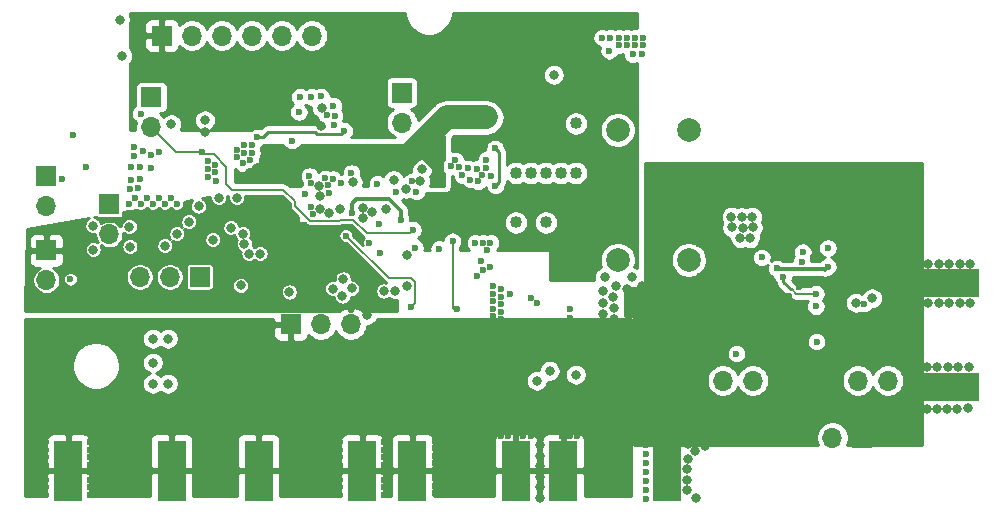
<source format=gbr>
G04 #@! TF.GenerationSoftware,KiCad,Pcbnew,5.99.0+really5.1.10+dfsg1-1*
G04 #@! TF.CreationDate,2022-01-09T21:41:06-05:00*
G04 #@! TF.ProjectId,radio,72616469-6f2e-46b6-9963-61645f706362,rev?*
G04 #@! TF.SameCoordinates,Original*
G04 #@! TF.FileFunction,Copper,L4,Bot*
G04 #@! TF.FilePolarity,Positive*
%FSLAX46Y46*%
G04 Gerber Fmt 4.6, Leading zero omitted, Abs format (unit mm)*
G04 Created by KiCad (PCBNEW 5.99.0+really5.1.10+dfsg1-1) date 2022-01-09 21:41:06*
%MOMM*%
%LPD*%
G01*
G04 APERTURE LIST*
G04 #@! TA.AperFunction,ComponentPad*
%ADD10O,1.700000X1.700000*%
G04 #@! TD*
G04 #@! TA.AperFunction,ComponentPad*
%ADD11R,1.700000X1.700000*%
G04 #@! TD*
G04 #@! TA.AperFunction,SMDPad,CuDef*
%ADD12R,5.080000X2.413000*%
G04 #@! TD*
G04 #@! TA.AperFunction,SMDPad,CuDef*
%ADD13R,2.413000X5.080000*%
G04 #@! TD*
G04 #@! TA.AperFunction,ComponentPad*
%ADD14C,1.016000*%
G04 #@! TD*
G04 #@! TA.AperFunction,ComponentPad*
%ADD15C,2.000000*%
G04 #@! TD*
G04 #@! TA.AperFunction,ViaPad*
%ADD16C,0.600000*%
G04 #@! TD*
G04 #@! TA.AperFunction,ViaPad*
%ADD17C,0.800000*%
G04 #@! TD*
G04 #@! TA.AperFunction,Conductor*
%ADD18C,2.000000*%
G04 #@! TD*
G04 #@! TA.AperFunction,Conductor*
%ADD19C,1.000000*%
G04 #@! TD*
G04 #@! TA.AperFunction,Conductor*
%ADD20C,0.750000*%
G04 #@! TD*
G04 #@! TA.AperFunction,Conductor*
%ADD21C,0.350000*%
G04 #@! TD*
G04 #@! TA.AperFunction,Conductor*
%ADD22C,0.250000*%
G04 #@! TD*
G04 #@! TA.AperFunction,Conductor*
%ADD23C,0.180000*%
G04 #@! TD*
G04 #@! TA.AperFunction,Conductor*
%ADD24C,0.200000*%
G04 #@! TD*
G04 #@! TA.AperFunction,Conductor*
%ADD25C,0.254000*%
G04 #@! TD*
G04 #@! TA.AperFunction,Conductor*
%ADD26C,0.100000*%
G04 #@! TD*
G04 APERTURE END LIST*
D10*
G04 #@! TO.P,J12,2*
G04 #@! TO.N,Net-(J12-Pad2)*
X191643000Y-114808000D03*
D11*
G04 #@! TO.P,J12,1*
G04 #@! TO.N,GND*
X194183000Y-114808000D03*
G04 #@! TD*
D12*
G04 #@! TO.P,J8,2*
G04 #@! TO.N,GND*
X201485500Y-101727000D03*
X201485500Y-110490000D03*
G04 #@! TD*
D13*
G04 #@! TO.P,J5,2*
G04 #@! TO.N,GND*
X143065500Y-117602000D03*
X151828500Y-117602000D03*
G04 #@! TD*
G04 #@! TO.P,J4,2*
G04 #@! TO.N,GND*
X135699500Y-117602000D03*
X126936500Y-117602000D03*
G04 #@! TD*
G04 #@! TO.P,J3,2*
G04 #@! TO.N,GND*
X156083000Y-117602000D03*
X164846000Y-117602000D03*
G04 #@! TD*
G04 #@! TO.P,J2,2*
G04 #@! TO.N,GND*
X168859200Y-117602000D03*
X177622200Y-117602000D03*
G04 #@! TD*
D14*
G04 #@! TO.P,U1,1*
G04 #@! TO.N,GND*
X169926000Y-88201500D03*
G04 #@! TO.P,U1,5*
X167386000Y-96583500D03*
G04 #@! TO.P,U1,4*
X164846000Y-96583500D03*
G04 #@! TO.P,U1,1*
X169926000Y-92392500D03*
X168656000Y-92392500D03*
X167386000Y-92392500D03*
X166116000Y-92392500D03*
X164846000Y-92392500D03*
G04 #@! TD*
D15*
G04 #@! TO.P,T1,4*
G04 #@! TO.N,Net-(C23-Pad1)*
X179471840Y-99758500D03*
G04 #@! TO.P,T1,3*
G04 #@! TO.N,GND*
X179471840Y-88758500D03*
G04 #@! TO.P,T1,2*
X173471840Y-99758500D03*
G04 #@! TO.P,T1,1*
G04 #@! TO.N,Net-(C22-Pad1)*
X173471840Y-88758500D03*
G04 #@! TD*
D10*
G04 #@! TO.P,JP11,3*
G04 #@! TO.N,Net-(JP11-Pad3)*
X132994400Y-101193600D03*
G04 #@! TO.P,JP11,2*
G04 #@! TO.N,Net-(JP11-Pad2)*
X135534400Y-101193600D03*
D11*
G04 #@! TO.P,JP11,1*
G04 #@! TO.N,Net-(JP11-Pad1)*
X138074400Y-101193600D03*
G04 #@! TD*
D10*
G04 #@! TO.P,JP4,3*
G04 #@! TO.N,+3V3*
X150876000Y-105219500D03*
G04 #@! TO.P,JP4,2*
G04 #@! TO.N,Net-(JP4-Pad2)*
X148336000Y-105219500D03*
D11*
G04 #@! TO.P,JP4,1*
G04 #@! TO.N,GND*
X145796000Y-105219500D03*
G04 #@! TD*
D10*
G04 #@! TO.P,JP2,3*
G04 #@! TO.N,+3V3*
X182372000Y-109982000D03*
G04 #@! TO.P,JP2,2*
G04 #@! TO.N,/Vparamp*
X184912000Y-109982000D03*
D11*
G04 #@! TO.P,JP2,1*
G04 #@! TO.N,GND*
X187452000Y-109982000D03*
G04 #@! TD*
D10*
G04 #@! TO.P,JP1,3*
G04 #@! TO.N,+3V3*
X196342000Y-109982000D03*
G04 #@! TO.P,JP1,2*
G04 #@! TO.N,/Vbias*
X193802000Y-109982000D03*
D11*
G04 #@! TO.P,JP1,1*
G04 #@! TO.N,GND*
X191262000Y-109982000D03*
G04 #@! TD*
D10*
G04 #@! TO.P,J11,2*
G04 #@! TO.N,/EXT_IF*
X155194000Y-88138000D03*
D11*
G04 #@! TO.P,J11,1*
G04 #@! TO.N,GND*
X155194000Y-85598000D03*
G04 #@! TD*
D10*
G04 #@! TO.P,J10,2*
G04 #@! TO.N,/CLKIN*
X133985000Y-88519000D03*
D11*
G04 #@! TO.P,J10,1*
G04 #@! TO.N,GND*
X133985000Y-85979000D03*
G04 #@! TD*
D10*
G04 #@! TO.P,J9,6*
G04 #@! TO.N,GNDD*
X147574000Y-80772000D03*
G04 #@! TO.P,J9,5*
G04 #@! TO.N,/RESET*
X145034000Y-80772000D03*
G04 #@! TO.P,J9,4*
G04 #@! TO.N,/FQ_UD*
X142494000Y-80772000D03*
G04 #@! TO.P,J9,3*
G04 #@! TO.N,/W_CLK*
X139954000Y-80772000D03*
G04 #@! TO.P,J9,2*
G04 #@! TO.N,/D7*
X137414000Y-80772000D03*
D11*
G04 #@! TO.P,J9,1*
G04 #@! TO.N,+5V*
X134874000Y-80772000D03*
G04 #@! TD*
D10*
G04 #@! TO.P,J7,2*
G04 #@! TO.N,GND*
X125095000Y-101473000D03*
D11*
G04 #@! TO.P,J7,1*
G04 #@! TO.N,+3V3*
X125095000Y-98933000D03*
G04 #@! TD*
D10*
G04 #@! TO.P,J6,2*
G04 #@! TO.N,GND*
X130429000Y-97599500D03*
D11*
G04 #@! TO.P,J6,1*
G04 #@! TO.N,/AVDD*
X130429000Y-95059500D03*
G04 #@! TD*
D10*
G04 #@! TO.P,J1,2*
G04 #@! TO.N,GNDD*
X125031500Y-95186500D03*
D11*
G04 #@! TO.P,J1,1*
G04 #@! TO.N,+5V*
X125031500Y-92646500D03*
G04 #@! TD*
D16*
G04 #@! TO.N,+5V*
X147025000Y-94175000D03*
D17*
X148361400Y-88442800D03*
X138493995Y-88896873D03*
D16*
X157784800Y-96266000D03*
X157175200Y-96316800D03*
D17*
X168538808Y-100154828D03*
D16*
X156013213Y-96313213D03*
X127365500Y-89209500D03*
X128445500Y-91884500D03*
X126455250Y-92919750D03*
X136450000Y-83350000D03*
X136000000Y-83750000D03*
X136150000Y-84350000D03*
X136600000Y-83950000D03*
X137050000Y-83550000D03*
X137200000Y-84150000D03*
X136750000Y-84550000D03*
X137770000Y-84360000D03*
D17*
G04 #@! TO.N,GNDD*
X148419820Y-86855300D03*
X138523980Y-87937340D03*
X131320540Y-79418180D03*
X131538980Y-82476340D03*
D16*
X149453600Y-88341200D03*
X149504400Y-87579200D03*
X149402800Y-86715600D03*
X148336000Y-85902800D03*
X146558000Y-85953600D03*
X147523200Y-85953600D03*
X146470400Y-87237600D03*
X148844000Y-87528400D03*
D17*
X135680701Y-88274620D03*
G04 #@! TO.N,GND*
X201549000Y-101727000D03*
X201422000Y-110490000D03*
X177673000Y-117475000D03*
D16*
X153670000Y-118999000D03*
X153670000Y-117094000D03*
X149987000Y-115189000D03*
X153670000Y-115189000D03*
X149987000Y-118364000D03*
X153670000Y-119634000D03*
X149987000Y-119634000D03*
X153670000Y-115824000D03*
X153670000Y-116459000D03*
X153670000Y-118364000D03*
X153670000Y-117729000D03*
X149987000Y-116459000D03*
X149987000Y-117094000D03*
X149987000Y-117729000D03*
X149987000Y-118999000D03*
X149987000Y-115824000D03*
X145897600Y-89662000D03*
D17*
X182054500Y-105727500D03*
X189293500Y-101536500D03*
X188976000Y-106680000D03*
D16*
X187325000Y-104140000D03*
X187984000Y-103483000D03*
X187984000Y-102846000D03*
X188785500Y-102044500D03*
X187319000Y-102818000D03*
X186654000Y-102818000D03*
X185980000Y-102818000D03*
X185324000Y-103441500D03*
X185356500Y-104076500D03*
X185989000Y-103483000D03*
X186654000Y-103483000D03*
X187347000Y-103483000D03*
X186690000Y-104140000D03*
X185991500Y-104140000D03*
X185991500Y-105473500D03*
X187960000Y-105410000D03*
X187960000Y-104775000D03*
X187325000Y-104813000D03*
X185989000Y-104813000D03*
X185324000Y-104813000D03*
X187325000Y-105473500D03*
X186654000Y-105473500D03*
X185314250Y-102827750D03*
X187984000Y-104148000D03*
X186654000Y-104813000D03*
X185324000Y-105447990D03*
X183832500Y-105918000D03*
D17*
X141853920Y-98404680D03*
X143179800Y-99222560D03*
X142247620Y-99222560D03*
X137975340Y-95204280D03*
X148234400Y-95455740D03*
X149938740Y-95435420D03*
X150952200Y-102176580D03*
X149329140Y-102196900D03*
X141550000Y-101922580D03*
X145650000Y-102471220D03*
X150147020Y-102816660D03*
X150218140Y-101371400D03*
X156900880Y-92082620D03*
X153664920Y-102392480D03*
X154586940Y-102420420D03*
X155638500Y-101981000D03*
D16*
X138803380Y-91389200D03*
X138821160Y-92049600D03*
X139395200Y-91744800D03*
D17*
X132166360Y-98625660D03*
X129057400Y-98879660D03*
X129032000Y-96857820D03*
X132115560Y-96931480D03*
X156768800Y-93068140D03*
X155549600Y-93728540D03*
X154492960Y-93007180D03*
X151028400Y-93149420D03*
X148285200Y-94386400D03*
X148183600Y-93522800D03*
X149047200Y-95808800D03*
X155630845Y-99349938D03*
D16*
X127137160Y-101389180D03*
X159715200Y-91338400D03*
X161645600Y-93116400D03*
X160985200Y-92964000D03*
X160324800Y-92608400D03*
X162001200Y-92557600D03*
X162356800Y-91287600D03*
X162306000Y-91948000D03*
X159359600Y-91846400D03*
X160070800Y-91897200D03*
X160782000Y-91998800D03*
X161544000Y-92049600D03*
X162712400Y-92659200D03*
X148691600Y-92862400D03*
X148945600Y-93421200D03*
X139344400Y-92354400D03*
D17*
X175564800Y-101955600D03*
X174244000Y-102209600D03*
X173075600Y-102870000D03*
X173126400Y-103835200D03*
X173177200Y-104749600D03*
X173126400Y-105816400D03*
X172313600Y-105308400D03*
X172262800Y-104343200D03*
X172262800Y-103378000D03*
X172262800Y-102412800D03*
X173329600Y-101955600D03*
X172364400Y-101244400D03*
X174701200Y-101244400D03*
D16*
X134620000Y-90627200D03*
X133959600Y-90881200D03*
X133299200Y-90576400D03*
X132537200Y-90932000D03*
X132994400Y-92913200D03*
X132283200Y-93014800D03*
X132892800Y-93675200D03*
X132181600Y-93776800D03*
X132588000Y-94488000D03*
X133604000Y-94488000D03*
X134620000Y-94488000D03*
X135636000Y-94488000D03*
X136144000Y-94996000D03*
X135128000Y-94996000D03*
X134112000Y-94996000D03*
X133096000Y-94996000D03*
X132080000Y-94996000D03*
X161417000Y-98298000D03*
X162052000Y-98298000D03*
X162687000Y-98298000D03*
X162433000Y-98933000D03*
X161925000Y-99822000D03*
X162687000Y-100330000D03*
X162052000Y-100584000D03*
X161544000Y-101092000D03*
X164338000Y-102616000D03*
X163576000Y-102870000D03*
X163576000Y-103505000D03*
X163576000Y-104140000D03*
X163576000Y-104775000D03*
X163576000Y-105410000D03*
X163576000Y-102235000D03*
X162941000Y-102616000D03*
X162941000Y-103251000D03*
X162941000Y-103886000D03*
X162941000Y-104521000D03*
X162941000Y-105156000D03*
X162941000Y-105791000D03*
X162941000Y-101981000D03*
X166116000Y-102997000D03*
X166624000Y-103378000D03*
X169418000Y-103886000D03*
X169418000Y-104648000D03*
X147370800Y-92659200D03*
X147523200Y-93268800D03*
X150063200Y-93268800D03*
X149352000Y-92913200D03*
X148996400Y-94081600D03*
X147523200Y-95250000D03*
X147675600Y-95910400D03*
X156413200Y-93980000D03*
X156057600Y-93116400D03*
X154736800Y-94030800D03*
X150926800Y-92405200D03*
D17*
X135128000Y-98552000D03*
X136144000Y-97536000D03*
X137160000Y-96520000D03*
X139700000Y-94488000D03*
X141224000Y-94488000D03*
X141732000Y-97536000D03*
X140716000Y-97028000D03*
X139192000Y-98044000D03*
D16*
X138811000Y-92710000D03*
X139446000Y-93091000D03*
X195000000Y-107750000D03*
X194500000Y-108250000D03*
X193750000Y-108250000D03*
X193000000Y-108250000D03*
X192250000Y-108250000D03*
X195200000Y-108400000D03*
X195600000Y-107900000D03*
X191600000Y-108300000D03*
X191000000Y-108400000D03*
D17*
X188450000Y-98200000D03*
X185800000Y-98300000D03*
D16*
X189992000Y-99568000D03*
D17*
X192550000Y-100700000D03*
X193550000Y-101800000D03*
X194100000Y-104650000D03*
X193750000Y-105450000D03*
D16*
X142494000Y-90678000D03*
X142348501Y-91331499D03*
X141859000Y-90678000D03*
X141224000Y-91059000D03*
X141224000Y-90424000D03*
X141859000Y-90043000D03*
X142494000Y-90043000D03*
X141728190Y-91563190D03*
X188531500Y-101473000D03*
X180276500Y-113753900D03*
X181102000Y-114498000D03*
D17*
X180187600Y-115011200D03*
X180898800Y-115519200D03*
X180035200Y-115925600D03*
X186485363Y-113760000D03*
X203098400Y-112318800D03*
X202234800Y-112369600D03*
X201371200Y-112369600D03*
X200507600Y-112369600D03*
X199644000Y-112369600D03*
X198780400Y-112369600D03*
X203200000Y-108839000D03*
X202311000Y-108839000D03*
X201422000Y-108839000D03*
X200533000Y-108839000D03*
X199644000Y-108839000D03*
X198755000Y-108839000D03*
X198501000Y-109728000D03*
X198501000Y-110617000D03*
X198501000Y-111506000D03*
X203327000Y-100076000D03*
X202438000Y-100076000D03*
X201549000Y-100076000D03*
X200660000Y-100076000D03*
X199771000Y-100076000D03*
X198882000Y-100076000D03*
X203327000Y-103378000D03*
X202438000Y-103378000D03*
X201549000Y-103378000D03*
X200660000Y-103378000D03*
X199771000Y-103378000D03*
X198882000Y-103378000D03*
X198501000Y-102616000D03*
X198501000Y-101727000D03*
X198501000Y-100838000D03*
D16*
X181356000Y-100076000D03*
X181102000Y-98679000D03*
X181102000Y-100711000D03*
X181356000Y-99314000D03*
X180467000Y-101092000D03*
X180340000Y-98425000D03*
D17*
X140589000Y-115316000D03*
X139700000Y-115316000D03*
X138811000Y-115316000D03*
X137922000Y-115316000D03*
X134620000Y-114173000D03*
X135509000Y-114173000D03*
X136398000Y-114173000D03*
X142113000Y-114173000D03*
X143002000Y-114173000D03*
X143891000Y-114173000D03*
X138303000Y-116078000D03*
X139192000Y-116078000D03*
X140081000Y-116078000D03*
X140589000Y-116840000D03*
X139700000Y-116840000D03*
X138811000Y-116840000D03*
X137922000Y-116840000D03*
D16*
X128778000Y-115189000D03*
X128778000Y-115824000D03*
X128778000Y-116459000D03*
X128778000Y-117094000D03*
X128778000Y-117729000D03*
X128778000Y-118364000D03*
X128778000Y-118999000D03*
X128778000Y-119634000D03*
X125095000Y-115189000D03*
X125095000Y-115824000D03*
X125095000Y-116459000D03*
X125095000Y-117094000D03*
X125095000Y-117729000D03*
X125095000Y-118364000D03*
X125095000Y-118999000D03*
X125095000Y-119634000D03*
D17*
X166878000Y-115443000D03*
X166878000Y-116332000D03*
X166878000Y-117221000D03*
X166878000Y-118110000D03*
X166878000Y-118999000D03*
X166878000Y-119888000D03*
D16*
X157988000Y-115062000D03*
X157988000Y-115697000D03*
X157988000Y-116332000D03*
X157988000Y-116967000D03*
X157988000Y-117602000D03*
X157988000Y-118237000D03*
X157988000Y-118872000D03*
X157988000Y-119507000D03*
X163576000Y-114681000D03*
X164211000Y-114681000D03*
X164846000Y-114681000D03*
X165481000Y-114681000D03*
X166116000Y-114681000D03*
X170053000Y-114681000D03*
X169418000Y-114681000D03*
X168783000Y-114681000D03*
X175895000Y-114808000D03*
X175895000Y-115443000D03*
X175895000Y-116205000D03*
X175895000Y-116967000D03*
X175895000Y-117729000D03*
X175895000Y-118491000D03*
X175895000Y-119253000D03*
X175895000Y-120015000D03*
D17*
X179425600Y-115366800D03*
X179425600Y-116586000D03*
X179374800Y-117449600D03*
X179374800Y-118364000D03*
X179374800Y-119227600D03*
X180086000Y-119888000D03*
D16*
X153111200Y-93319600D03*
D17*
X139768005Y-107256005D03*
X141038005Y-105986005D03*
G04 #@! TO.N,+3V3*
X151892000Y-95358000D03*
X152640260Y-95709740D03*
X151892000Y-96208000D03*
X153850500Y-95450500D03*
X145450000Y-95150000D03*
X145836200Y-95946400D03*
D16*
X144551400Y-95946400D03*
D17*
X152146000Y-101854000D03*
X152654000Y-102743000D03*
X151130000Y-103251000D03*
X152019000Y-103505000D03*
X152908000Y-103632000D03*
X152273000Y-104394000D03*
D16*
G04 #@! TO.N,/AVDD*
X158242000Y-92710000D03*
D17*
X195000000Y-103000000D03*
X193622000Y-103378000D03*
D16*
X194350000Y-103450000D03*
D17*
X183850000Y-97900000D03*
X184700000Y-97900000D03*
X184900000Y-97000000D03*
X184050000Y-97050000D03*
X183150000Y-97000000D03*
X183100000Y-96100000D03*
X183950000Y-96150000D03*
X184850000Y-96100000D03*
D16*
X172150000Y-80950000D03*
X172850000Y-80950000D03*
X173550000Y-80950000D03*
X174250000Y-80950000D03*
X174950000Y-80950000D03*
X175650000Y-80950000D03*
X175650000Y-81600000D03*
X174950000Y-81600000D03*
X174250000Y-81600000D03*
X173550000Y-81600000D03*
X174750000Y-82350000D03*
X175500000Y-82350000D03*
X172750000Y-82050000D03*
D17*
X162350000Y-87700000D03*
X168061002Y-84097485D03*
D16*
X133921500Y-91998500D03*
X132265500Y-91884500D03*
X133040500Y-91884500D03*
X142240000Y-92354401D03*
X191262000Y-98755000D03*
X189140910Y-99097910D03*
X189032000Y-99893000D03*
D17*
X167703500Y-109156500D03*
X169926000Y-109474000D03*
X166624000Y-109982000D03*
D16*
X142875000Y-92075000D03*
D17*
X135382000Y-106426000D03*
X134112000Y-106426000D03*
X134112000Y-110236000D03*
X135382000Y-110236000D03*
X134112000Y-108458000D03*
D16*
X141478000Y-92710000D03*
X142113000Y-92964000D03*
G04 #@! TO.N,Net-(C29-Pad2)*
X191262000Y-100330000D03*
X186944000Y-100482400D03*
G04 #@! TO.N,/Vgs3*
X187482164Y-101188813D03*
X190246000Y-102616000D03*
G04 #@! TO.N,Net-(C43-Pad1)*
X190246000Y-103682800D03*
X190302000Y-106680000D03*
G04 #@! TO.N,/RESET*
X150308693Y-88833809D03*
X142921268Y-89378735D03*
G04 #@! TO.N,/FQ_UD*
X132537199Y-90171999D03*
G04 #@! TO.N,/W_CLK*
X133096000Y-87376000D03*
G04 #@! TO.N,/CLKIN*
X138303000Y-90606500D03*
X156139998Y-97205000D03*
G04 #@! TO.N,/Vparamp*
X183515000Y-107696000D03*
X185671298Y-99541741D03*
G04 #@! TO.N,Net-(JP4-Pad2)*
X155121426Y-96414951D03*
X150932000Y-95800000D03*
G04 #@! TO.N,Net-(JP5-Pad2)*
X150450000Y-97700000D03*
X155926000Y-103759000D03*
G04 #@! TO.N,/CMOSCLK2*
X158358840Y-98793300D03*
X153360479Y-99195176D03*
G04 #@! TO.N,Net-(L24-Pad2)*
X163118800Y-93472000D03*
X163085498Y-90322400D03*
G04 #@! TO.N,Net-(TP1-Pad1)*
X156299676Y-98739199D03*
X159490998Y-98175000D03*
X159868928Y-103911889D03*
G04 #@! TO.N,/CMOSCLK1*
X153262725Y-96680988D03*
X152450000Y-98297990D03*
G04 #@! TD*
D18*
G04 #@! TO.N,/AVDD*
X162350000Y-87700000D02*
X158974698Y-87700000D01*
D19*
X143025802Y-92075000D02*
X142946411Y-92154391D01*
X158242000Y-91854938D02*
X157148911Y-90761849D01*
X158242000Y-92710000D02*
X158242000Y-91854938D01*
D18*
X155912849Y-90761849D02*
X155340879Y-91333819D01*
D19*
X157148911Y-90761849D02*
X155912849Y-90761849D01*
D18*
X158974698Y-87700000D02*
X155912849Y-90761849D01*
D20*
X142670609Y-92279391D02*
X142240000Y-92279391D01*
X142875000Y-92075000D02*
X142670609Y-92279391D01*
D21*
G04 #@! TO.N,Net-(C29-Pad2)*
X191008000Y-100584000D02*
X191262000Y-100330000D01*
X186940000Y-100533200D02*
X191008000Y-100533200D01*
D22*
G04 #@! TO.N,/Vgs3*
X187482164Y-101613077D02*
X188130086Y-102260999D01*
X187482164Y-101188813D02*
X187482164Y-101613077D01*
D23*
X188542998Y-102616000D02*
X190246000Y-102616000D01*
X188187997Y-102260999D02*
X188542998Y-102616000D01*
X188130086Y-102260999D02*
X188187997Y-102260999D01*
D22*
G04 #@! TO.N,/RESET*
X142921268Y-89378735D02*
X143412265Y-89378735D01*
X143412265Y-89378735D02*
X143891000Y-88900000D01*
X150014701Y-89127801D02*
X150308693Y-88833809D01*
X148032599Y-89127801D02*
X150014701Y-89127801D01*
X147804798Y-88900000D02*
X148032599Y-89127801D01*
X143891000Y-88900000D02*
X147804798Y-88900000D01*
D23*
G04 #@! TO.N,/CLKIN*
X136072500Y-90606500D02*
X133985000Y-88519000D01*
X138303000Y-90606500D02*
X136072500Y-90606500D01*
D24*
X138471500Y-90775000D02*
X138303000Y-90606500D01*
X138700000Y-90775000D02*
X138471500Y-90775000D01*
X156139998Y-97205000D02*
X155839999Y-97504999D01*
X155839999Y-97504999D02*
X152212197Y-97504999D01*
X146110001Y-95173603D02*
X146110001Y-94783199D01*
X152212197Y-97504999D02*
X151067199Y-96360001D01*
X138754199Y-90829199D02*
X138700000Y-90775000D01*
X149990961Y-96360001D02*
X149880561Y-96470401D01*
X149880561Y-96470401D02*
X147406799Y-96470401D01*
X151067199Y-96360001D02*
X149990961Y-96360001D01*
X147406799Y-96470401D02*
X146110001Y-95173603D01*
X139308401Y-90829199D02*
X138754199Y-90829199D01*
X139308401Y-90829199D02*
X140335000Y-91855798D01*
X140335000Y-91855798D02*
X140335000Y-93345000D01*
X140335000Y-93345000D02*
X140843000Y-93853000D01*
X145154801Y-93827999D02*
X146110001Y-94783199D01*
X140907199Y-93827999D02*
X145154801Y-93827999D01*
X140882198Y-93853000D02*
X140907199Y-93827999D01*
X140843000Y-93853000D02*
X140882198Y-93853000D01*
D21*
G04 #@! TO.N,Net-(JP4-Pad2)*
X150932000Y-95018000D02*
X150932000Y-95800000D01*
X154110801Y-94622999D02*
X151327001Y-94622999D01*
X151327001Y-94622999D02*
X150932000Y-95018000D01*
X155121426Y-95633624D02*
X154110801Y-94622999D01*
X155121426Y-96414951D02*
X155121426Y-95633624D01*
D23*
G04 #@! TO.N,Net-(JP5-Pad2)*
X156288501Y-103396499D02*
X155926000Y-103759000D01*
X156288501Y-101668999D02*
X156288501Y-103396499D01*
X155950501Y-101330999D02*
X156288501Y-101668999D01*
X154080999Y-101330999D02*
X155950501Y-101330999D01*
X150450000Y-97700000D02*
X154080999Y-101330999D01*
D22*
G04 #@! TO.N,Net-(L24-Pad2)*
X163418799Y-90655701D02*
X163085498Y-90322400D01*
X163418799Y-93172001D02*
X163418799Y-90655701D01*
X163118800Y-93472000D02*
X163418799Y-93172001D01*
D23*
G04 #@! TO.N,Net-(TP1-Pad1)*
X159490998Y-98175000D02*
X159490998Y-103815998D01*
X159586889Y-103911889D02*
X159868928Y-103911889D01*
X159490998Y-103815998D02*
X159586889Y-103911889D01*
G04 #@! TD*
D25*
G04 #@! TO.N,GND*
X199263000Y-115370389D02*
X199190389Y-115443000D01*
X192870429Y-115443000D01*
X192967083Y-115209656D01*
X193020000Y-114943623D01*
X193020000Y-114672377D01*
X192967083Y-114406344D01*
X192863282Y-114155746D01*
X192712586Y-113930213D01*
X192520787Y-113738414D01*
X192295254Y-113587718D01*
X192044656Y-113483917D01*
X191778623Y-113431000D01*
X191507377Y-113431000D01*
X191241344Y-113483917D01*
X190990746Y-113587718D01*
X190765213Y-113738414D01*
X190573414Y-113930213D01*
X190422718Y-114155746D01*
X190318917Y-114406344D01*
X190266000Y-114672377D01*
X190266000Y-114943623D01*
X190318917Y-115209656D01*
X190415571Y-115443000D01*
X174879000Y-115443000D01*
X174879000Y-109846377D01*
X180995000Y-109846377D01*
X180995000Y-110117623D01*
X181047917Y-110383656D01*
X181151718Y-110634254D01*
X181302414Y-110859787D01*
X181494213Y-111051586D01*
X181719746Y-111202282D01*
X181970344Y-111306083D01*
X182236377Y-111359000D01*
X182507623Y-111359000D01*
X182773656Y-111306083D01*
X183024254Y-111202282D01*
X183249787Y-111051586D01*
X183441586Y-110859787D01*
X183592282Y-110634254D01*
X183642000Y-110514224D01*
X183691718Y-110634254D01*
X183842414Y-110859787D01*
X184034213Y-111051586D01*
X184259746Y-111202282D01*
X184510344Y-111306083D01*
X184776377Y-111359000D01*
X185047623Y-111359000D01*
X185313656Y-111306083D01*
X185564254Y-111202282D01*
X185789787Y-111051586D01*
X185981586Y-110859787D01*
X186132282Y-110634254D01*
X186236083Y-110383656D01*
X186289000Y-110117623D01*
X186289000Y-109846377D01*
X192425000Y-109846377D01*
X192425000Y-110117623D01*
X192477917Y-110383656D01*
X192581718Y-110634254D01*
X192732414Y-110859787D01*
X192924213Y-111051586D01*
X193149746Y-111202282D01*
X193400344Y-111306083D01*
X193666377Y-111359000D01*
X193937623Y-111359000D01*
X194203656Y-111306083D01*
X194454254Y-111202282D01*
X194679787Y-111051586D01*
X194871586Y-110859787D01*
X195022282Y-110634254D01*
X195072000Y-110514224D01*
X195121718Y-110634254D01*
X195272414Y-110859787D01*
X195464213Y-111051586D01*
X195689746Y-111202282D01*
X195940344Y-111306083D01*
X196206377Y-111359000D01*
X196477623Y-111359000D01*
X196743656Y-111306083D01*
X196994254Y-111202282D01*
X197219787Y-111051586D01*
X197411586Y-110859787D01*
X197562282Y-110634254D01*
X197666083Y-110383656D01*
X197719000Y-110117623D01*
X197719000Y-109846377D01*
X197666083Y-109580344D01*
X197562282Y-109329746D01*
X197411586Y-109104213D01*
X197219787Y-108912414D01*
X196994254Y-108761718D01*
X196743656Y-108657917D01*
X196477623Y-108605000D01*
X196206377Y-108605000D01*
X195940344Y-108657917D01*
X195689746Y-108761718D01*
X195464213Y-108912414D01*
X195272414Y-109104213D01*
X195121718Y-109329746D01*
X195072000Y-109449776D01*
X195022282Y-109329746D01*
X194871586Y-109104213D01*
X194679787Y-108912414D01*
X194454254Y-108761718D01*
X194203656Y-108657917D01*
X193937623Y-108605000D01*
X193666377Y-108605000D01*
X193400344Y-108657917D01*
X193149746Y-108761718D01*
X192924213Y-108912414D01*
X192732414Y-109104213D01*
X192581718Y-109329746D01*
X192477917Y-109580344D01*
X192425000Y-109846377D01*
X186289000Y-109846377D01*
X186236083Y-109580344D01*
X186132282Y-109329746D01*
X185981586Y-109104213D01*
X185789787Y-108912414D01*
X185564254Y-108761718D01*
X185313656Y-108657917D01*
X185047623Y-108605000D01*
X184776377Y-108605000D01*
X184510344Y-108657917D01*
X184259746Y-108761718D01*
X184034213Y-108912414D01*
X183842414Y-109104213D01*
X183691718Y-109329746D01*
X183642000Y-109449776D01*
X183592282Y-109329746D01*
X183441586Y-109104213D01*
X183249787Y-108912414D01*
X183024254Y-108761718D01*
X182773656Y-108657917D01*
X182507623Y-108605000D01*
X182236377Y-108605000D01*
X181970344Y-108657917D01*
X181719746Y-108761718D01*
X181494213Y-108912414D01*
X181302414Y-109104213D01*
X181151718Y-109329746D01*
X181047917Y-109580344D01*
X180995000Y-109846377D01*
X174879000Y-109846377D01*
X174879000Y-107614548D01*
X182688000Y-107614548D01*
X182688000Y-107777452D01*
X182719782Y-107937227D01*
X182782123Y-108087731D01*
X182872628Y-108223181D01*
X182987819Y-108338372D01*
X183123269Y-108428877D01*
X183273773Y-108491218D01*
X183433548Y-108523000D01*
X183596452Y-108523000D01*
X183756227Y-108491218D01*
X183906731Y-108428877D01*
X184042181Y-108338372D01*
X184157372Y-108223181D01*
X184247877Y-108087731D01*
X184310218Y-107937227D01*
X184342000Y-107777452D01*
X184342000Y-107614548D01*
X184310218Y-107454773D01*
X184247877Y-107304269D01*
X184157372Y-107168819D01*
X184042181Y-107053628D01*
X183906731Y-106963123D01*
X183756227Y-106900782D01*
X183596452Y-106869000D01*
X183433548Y-106869000D01*
X183273773Y-106900782D01*
X183123269Y-106963123D01*
X182987819Y-107053628D01*
X182872628Y-107168819D01*
X182782123Y-107304269D01*
X182719782Y-107454773D01*
X182688000Y-107614548D01*
X174879000Y-107614548D01*
X174879000Y-106598548D01*
X189475000Y-106598548D01*
X189475000Y-106761452D01*
X189506782Y-106921227D01*
X189569123Y-107071731D01*
X189659628Y-107207181D01*
X189774819Y-107322372D01*
X189910269Y-107412877D01*
X190060773Y-107475218D01*
X190220548Y-107507000D01*
X190383452Y-107507000D01*
X190543227Y-107475218D01*
X190693731Y-107412877D01*
X190829181Y-107322372D01*
X190944372Y-107207181D01*
X191034877Y-107071731D01*
X191097218Y-106921227D01*
X191129000Y-106761452D01*
X191129000Y-106598548D01*
X191097218Y-106438773D01*
X191034877Y-106288269D01*
X190944372Y-106152819D01*
X190829181Y-106037628D01*
X190693731Y-105947123D01*
X190543227Y-105884782D01*
X190383452Y-105853000D01*
X190220548Y-105853000D01*
X190060773Y-105884782D01*
X189910269Y-105947123D01*
X189774819Y-106037628D01*
X189659628Y-106152819D01*
X189569123Y-106288269D01*
X189506782Y-106438773D01*
X189475000Y-106598548D01*
X174879000Y-106598548D01*
X174879000Y-104648000D01*
X174876560Y-104623224D01*
X174869333Y-104599399D01*
X174857597Y-104577443D01*
X174841803Y-104558197D01*
X174822557Y-104542403D01*
X174800601Y-104530667D01*
X174776776Y-104523440D01*
X174752000Y-104521000D01*
X174117000Y-104521000D01*
X174117000Y-102127000D01*
X175260000Y-102127000D01*
X175362813Y-102116874D01*
X175461674Y-102086885D01*
X175552786Y-102038184D01*
X175632645Y-101972645D01*
X175698184Y-101892786D01*
X175746885Y-101801674D01*
X175776874Y-101702813D01*
X175787000Y-101600000D01*
X175787000Y-99608104D01*
X177944840Y-99608104D01*
X177944840Y-99908896D01*
X178003521Y-100203910D01*
X178118630Y-100481806D01*
X178285741Y-100731906D01*
X178498434Y-100944599D01*
X178748534Y-101111710D01*
X179026430Y-101226819D01*
X179321444Y-101285500D01*
X179622236Y-101285500D01*
X179917250Y-101226819D01*
X180195146Y-101111710D01*
X180445246Y-100944599D01*
X180657939Y-100731906D01*
X180825050Y-100481806D01*
X180940159Y-100203910D01*
X180998840Y-99908896D01*
X180998840Y-99608104D01*
X180969439Y-99460289D01*
X184844298Y-99460289D01*
X184844298Y-99623193D01*
X184876080Y-99782968D01*
X184938421Y-99933472D01*
X185028926Y-100068922D01*
X185144117Y-100184113D01*
X185279567Y-100274618D01*
X185430071Y-100336959D01*
X185589846Y-100368741D01*
X185752750Y-100368741D01*
X185912525Y-100336959D01*
X186063029Y-100274618D01*
X186162444Y-100208191D01*
X186148782Y-100241173D01*
X186117000Y-100400948D01*
X186117000Y-100563852D01*
X186148782Y-100723627D01*
X186211123Y-100874131D01*
X186301628Y-101009581D01*
X186416819Y-101124772D01*
X186552269Y-101215277D01*
X186655164Y-101257898D01*
X186655164Y-101270265D01*
X186686946Y-101430040D01*
X186749287Y-101580544D01*
X186836689Y-101711351D01*
X186839599Y-101740891D01*
X186876881Y-101863794D01*
X186937423Y-101977061D01*
X187018901Y-102076341D01*
X187043778Y-102096757D01*
X187691695Y-102744675D01*
X187766102Y-102805739D01*
X187879369Y-102866282D01*
X187938713Y-102884284D01*
X188085276Y-103030847D01*
X188104602Y-103054396D01*
X188198553Y-103131499D01*
X188305740Y-103188791D01*
X188394975Y-103215860D01*
X188422044Y-103224072D01*
X188542997Y-103235985D01*
X188573304Y-103233000D01*
X189551924Y-103233000D01*
X189513123Y-103291069D01*
X189450782Y-103441573D01*
X189419000Y-103601348D01*
X189419000Y-103764252D01*
X189450782Y-103924027D01*
X189513123Y-104074531D01*
X189603628Y-104209981D01*
X189718819Y-104325172D01*
X189854269Y-104415677D01*
X190004773Y-104478018D01*
X190164548Y-104509800D01*
X190327452Y-104509800D01*
X190487227Y-104478018D01*
X190637731Y-104415677D01*
X190773181Y-104325172D01*
X190888372Y-104209981D01*
X190978877Y-104074531D01*
X191041218Y-103924027D01*
X191073000Y-103764252D01*
X191073000Y-103601348D01*
X191041218Y-103441573D01*
X190978877Y-103291069D01*
X190975958Y-103286699D01*
X192695000Y-103286699D01*
X192695000Y-103469301D01*
X192730624Y-103648396D01*
X192800504Y-103817099D01*
X192901952Y-103968928D01*
X193031072Y-104098048D01*
X193182901Y-104199496D01*
X193351604Y-104269376D01*
X193530699Y-104305000D01*
X193713301Y-104305000D01*
X193892396Y-104269376D01*
X194029745Y-104212483D01*
X194108773Y-104245218D01*
X194268548Y-104277000D01*
X194431452Y-104277000D01*
X194591227Y-104245218D01*
X194741731Y-104182877D01*
X194877181Y-104092372D01*
X194992372Y-103977181D01*
X195025902Y-103927000D01*
X195091301Y-103927000D01*
X195270396Y-103891376D01*
X195439099Y-103821496D01*
X195590928Y-103720048D01*
X195720048Y-103590928D01*
X195821496Y-103439099D01*
X195891376Y-103270396D01*
X195927000Y-103091301D01*
X195927000Y-102908699D01*
X195891376Y-102729604D01*
X195821496Y-102560901D01*
X195720048Y-102409072D01*
X195590928Y-102279952D01*
X195439099Y-102178504D01*
X195270396Y-102108624D01*
X195091301Y-102073000D01*
X194908699Y-102073000D01*
X194729604Y-102108624D01*
X194560901Y-102178504D01*
X194409072Y-102279952D01*
X194279952Y-102409072D01*
X194178504Y-102560901D01*
X194154480Y-102618899D01*
X194061099Y-102556504D01*
X193892396Y-102486624D01*
X193713301Y-102451000D01*
X193530699Y-102451000D01*
X193351604Y-102486624D01*
X193182901Y-102556504D01*
X193031072Y-102657952D01*
X192901952Y-102787072D01*
X192800504Y-102938901D01*
X192730624Y-103107604D01*
X192695000Y-103286699D01*
X190975958Y-103286699D01*
X190888372Y-103155619D01*
X190882153Y-103149400D01*
X190888372Y-103143181D01*
X190978877Y-103007731D01*
X191041218Y-102857227D01*
X191073000Y-102697452D01*
X191073000Y-102534548D01*
X191041218Y-102374773D01*
X190978877Y-102224269D01*
X190888372Y-102088819D01*
X190773181Y-101973628D01*
X190637731Y-101883123D01*
X190487227Y-101820782D01*
X190327452Y-101789000D01*
X190164548Y-101789000D01*
X190004773Y-101820782D01*
X189854269Y-101883123D01*
X189718819Y-101973628D01*
X189693447Y-101999000D01*
X188798567Y-101999000D01*
X188645719Y-101846152D01*
X188626393Y-101822603D01*
X188555929Y-101764775D01*
X188260925Y-101469771D01*
X188277382Y-101430040D01*
X188309164Y-101270265D01*
X188309164Y-101235200D01*
X190737122Y-101235200D01*
X190738057Y-101235700D01*
X190870385Y-101275841D01*
X191008000Y-101289395D01*
X191145615Y-101275841D01*
X191277943Y-101235700D01*
X191399896Y-101170515D01*
X191439691Y-101137856D01*
X191503227Y-101125218D01*
X191653731Y-101062877D01*
X191789181Y-100972372D01*
X191904372Y-100857181D01*
X191994877Y-100721731D01*
X192057218Y-100571227D01*
X192089000Y-100411452D01*
X192089000Y-100248548D01*
X192057218Y-100088773D01*
X191994877Y-99938269D01*
X191904372Y-99802819D01*
X191789181Y-99687628D01*
X191653731Y-99597123D01*
X191521860Y-99542500D01*
X191653731Y-99487877D01*
X191789181Y-99397372D01*
X191904372Y-99282181D01*
X191994877Y-99146731D01*
X192057218Y-98996227D01*
X192089000Y-98836452D01*
X192089000Y-98673548D01*
X192057218Y-98513773D01*
X191994877Y-98363269D01*
X191904372Y-98227819D01*
X191789181Y-98112628D01*
X191653731Y-98022123D01*
X191503227Y-97959782D01*
X191343452Y-97928000D01*
X191180548Y-97928000D01*
X191020773Y-97959782D01*
X190870269Y-98022123D01*
X190734819Y-98112628D01*
X190619628Y-98227819D01*
X190529123Y-98363269D01*
X190466782Y-98513773D01*
X190435000Y-98673548D01*
X190435000Y-98836452D01*
X190466782Y-98996227D01*
X190529123Y-99146731D01*
X190619628Y-99282181D01*
X190734819Y-99397372D01*
X190870269Y-99487877D01*
X191002140Y-99542500D01*
X190870269Y-99597123D01*
X190734819Y-99687628D01*
X190619628Y-99802819D01*
X190600664Y-99831200D01*
X189859000Y-99831200D01*
X189859000Y-99811548D01*
X189827218Y-99651773D01*
X189803582Y-99594710D01*
X189873787Y-99489641D01*
X189936128Y-99339137D01*
X189967910Y-99179362D01*
X189967910Y-99016458D01*
X189936128Y-98856683D01*
X189873787Y-98706179D01*
X189783282Y-98570729D01*
X189668091Y-98455538D01*
X189532641Y-98365033D01*
X189382137Y-98302692D01*
X189222362Y-98270910D01*
X189059458Y-98270910D01*
X188899683Y-98302692D01*
X188749179Y-98365033D01*
X188613729Y-98455538D01*
X188498538Y-98570729D01*
X188408033Y-98706179D01*
X188345692Y-98856683D01*
X188313910Y-99016458D01*
X188313910Y-99179362D01*
X188345692Y-99339137D01*
X188369328Y-99396200D01*
X188299123Y-99501269D01*
X188236782Y-99651773D01*
X188205000Y-99811548D01*
X188205000Y-99831200D01*
X187457969Y-99831200D01*
X187335731Y-99749523D01*
X187185227Y-99687182D01*
X187025452Y-99655400D01*
X186862548Y-99655400D01*
X186702773Y-99687182D01*
X186552269Y-99749523D01*
X186452854Y-99815950D01*
X186466516Y-99782968D01*
X186498298Y-99623193D01*
X186498298Y-99460289D01*
X186466516Y-99300514D01*
X186404175Y-99150010D01*
X186313670Y-99014560D01*
X186198479Y-98899369D01*
X186063029Y-98808864D01*
X185912525Y-98746523D01*
X185752750Y-98714741D01*
X185589846Y-98714741D01*
X185430071Y-98746523D01*
X185279567Y-98808864D01*
X185144117Y-98899369D01*
X185028926Y-99014560D01*
X184938421Y-99150010D01*
X184876080Y-99300514D01*
X184844298Y-99460289D01*
X180969439Y-99460289D01*
X180940159Y-99313090D01*
X180825050Y-99035194D01*
X180657939Y-98785094D01*
X180445246Y-98572401D01*
X180195146Y-98405290D01*
X179917250Y-98290181D01*
X179622236Y-98231500D01*
X179321444Y-98231500D01*
X179026430Y-98290181D01*
X178748534Y-98405290D01*
X178498434Y-98572401D01*
X178285741Y-98785094D01*
X178118630Y-99035194D01*
X178003521Y-99313090D01*
X177944840Y-99608104D01*
X175787000Y-99608104D01*
X175787000Y-96008699D01*
X182173000Y-96008699D01*
X182173000Y-96191301D01*
X182208624Y-96370396D01*
X182278504Y-96539099D01*
X182314944Y-96593636D01*
X182258624Y-96729604D01*
X182223000Y-96908699D01*
X182223000Y-97091301D01*
X182258624Y-97270396D01*
X182328504Y-97439099D01*
X182429952Y-97590928D01*
X182559072Y-97720048D01*
X182710901Y-97821496D01*
X182879604Y-97891376D01*
X182923000Y-97900008D01*
X182923000Y-97991301D01*
X182958624Y-98170396D01*
X183028504Y-98339099D01*
X183129952Y-98490928D01*
X183259072Y-98620048D01*
X183410901Y-98721496D01*
X183579604Y-98791376D01*
X183758699Y-98827000D01*
X183941301Y-98827000D01*
X184120396Y-98791376D01*
X184275000Y-98727336D01*
X184429604Y-98791376D01*
X184608699Y-98827000D01*
X184791301Y-98827000D01*
X184970396Y-98791376D01*
X185139099Y-98721496D01*
X185290928Y-98620048D01*
X185420048Y-98490928D01*
X185521496Y-98339099D01*
X185591376Y-98170396D01*
X185627000Y-97991301D01*
X185627000Y-97808699D01*
X185591376Y-97629604D01*
X185588446Y-97622530D01*
X185620048Y-97590928D01*
X185721496Y-97439099D01*
X185791376Y-97270396D01*
X185827000Y-97091301D01*
X185827000Y-96908699D01*
X185791376Y-96729604D01*
X185721496Y-96560901D01*
X185685056Y-96506364D01*
X185741376Y-96370396D01*
X185777000Y-96191301D01*
X185777000Y-96008699D01*
X185741376Y-95829604D01*
X185671496Y-95660901D01*
X185570048Y-95509072D01*
X185440928Y-95379952D01*
X185289099Y-95278504D01*
X185120396Y-95208624D01*
X184941301Y-95173000D01*
X184758699Y-95173000D01*
X184579604Y-95208624D01*
X184410901Y-95278504D01*
X184356364Y-95314944D01*
X184220396Y-95258624D01*
X184041301Y-95223000D01*
X183858699Y-95223000D01*
X183679604Y-95258624D01*
X183574502Y-95302159D01*
X183539099Y-95278504D01*
X183370396Y-95208624D01*
X183191301Y-95173000D01*
X183008699Y-95173000D01*
X182829604Y-95208624D01*
X182660901Y-95278504D01*
X182509072Y-95379952D01*
X182379952Y-95509072D01*
X182278504Y-95660901D01*
X182208624Y-95829604D01*
X182173000Y-96008699D01*
X175787000Y-96008699D01*
X175787000Y-91567000D01*
X199263000Y-91567000D01*
X199263000Y-115370389D01*
G04 #@! TA.AperFunction,Conductor*
D26*
G36*
X199263000Y-115370389D02*
G01*
X199190389Y-115443000D01*
X192870429Y-115443000D01*
X192967083Y-115209656D01*
X193020000Y-114943623D01*
X193020000Y-114672377D01*
X192967083Y-114406344D01*
X192863282Y-114155746D01*
X192712586Y-113930213D01*
X192520787Y-113738414D01*
X192295254Y-113587718D01*
X192044656Y-113483917D01*
X191778623Y-113431000D01*
X191507377Y-113431000D01*
X191241344Y-113483917D01*
X190990746Y-113587718D01*
X190765213Y-113738414D01*
X190573414Y-113930213D01*
X190422718Y-114155746D01*
X190318917Y-114406344D01*
X190266000Y-114672377D01*
X190266000Y-114943623D01*
X190318917Y-115209656D01*
X190415571Y-115443000D01*
X174879000Y-115443000D01*
X174879000Y-109846377D01*
X180995000Y-109846377D01*
X180995000Y-110117623D01*
X181047917Y-110383656D01*
X181151718Y-110634254D01*
X181302414Y-110859787D01*
X181494213Y-111051586D01*
X181719746Y-111202282D01*
X181970344Y-111306083D01*
X182236377Y-111359000D01*
X182507623Y-111359000D01*
X182773656Y-111306083D01*
X183024254Y-111202282D01*
X183249787Y-111051586D01*
X183441586Y-110859787D01*
X183592282Y-110634254D01*
X183642000Y-110514224D01*
X183691718Y-110634254D01*
X183842414Y-110859787D01*
X184034213Y-111051586D01*
X184259746Y-111202282D01*
X184510344Y-111306083D01*
X184776377Y-111359000D01*
X185047623Y-111359000D01*
X185313656Y-111306083D01*
X185564254Y-111202282D01*
X185789787Y-111051586D01*
X185981586Y-110859787D01*
X186132282Y-110634254D01*
X186236083Y-110383656D01*
X186289000Y-110117623D01*
X186289000Y-109846377D01*
X192425000Y-109846377D01*
X192425000Y-110117623D01*
X192477917Y-110383656D01*
X192581718Y-110634254D01*
X192732414Y-110859787D01*
X192924213Y-111051586D01*
X193149746Y-111202282D01*
X193400344Y-111306083D01*
X193666377Y-111359000D01*
X193937623Y-111359000D01*
X194203656Y-111306083D01*
X194454254Y-111202282D01*
X194679787Y-111051586D01*
X194871586Y-110859787D01*
X195022282Y-110634254D01*
X195072000Y-110514224D01*
X195121718Y-110634254D01*
X195272414Y-110859787D01*
X195464213Y-111051586D01*
X195689746Y-111202282D01*
X195940344Y-111306083D01*
X196206377Y-111359000D01*
X196477623Y-111359000D01*
X196743656Y-111306083D01*
X196994254Y-111202282D01*
X197219787Y-111051586D01*
X197411586Y-110859787D01*
X197562282Y-110634254D01*
X197666083Y-110383656D01*
X197719000Y-110117623D01*
X197719000Y-109846377D01*
X197666083Y-109580344D01*
X197562282Y-109329746D01*
X197411586Y-109104213D01*
X197219787Y-108912414D01*
X196994254Y-108761718D01*
X196743656Y-108657917D01*
X196477623Y-108605000D01*
X196206377Y-108605000D01*
X195940344Y-108657917D01*
X195689746Y-108761718D01*
X195464213Y-108912414D01*
X195272414Y-109104213D01*
X195121718Y-109329746D01*
X195072000Y-109449776D01*
X195022282Y-109329746D01*
X194871586Y-109104213D01*
X194679787Y-108912414D01*
X194454254Y-108761718D01*
X194203656Y-108657917D01*
X193937623Y-108605000D01*
X193666377Y-108605000D01*
X193400344Y-108657917D01*
X193149746Y-108761718D01*
X192924213Y-108912414D01*
X192732414Y-109104213D01*
X192581718Y-109329746D01*
X192477917Y-109580344D01*
X192425000Y-109846377D01*
X186289000Y-109846377D01*
X186236083Y-109580344D01*
X186132282Y-109329746D01*
X185981586Y-109104213D01*
X185789787Y-108912414D01*
X185564254Y-108761718D01*
X185313656Y-108657917D01*
X185047623Y-108605000D01*
X184776377Y-108605000D01*
X184510344Y-108657917D01*
X184259746Y-108761718D01*
X184034213Y-108912414D01*
X183842414Y-109104213D01*
X183691718Y-109329746D01*
X183642000Y-109449776D01*
X183592282Y-109329746D01*
X183441586Y-109104213D01*
X183249787Y-108912414D01*
X183024254Y-108761718D01*
X182773656Y-108657917D01*
X182507623Y-108605000D01*
X182236377Y-108605000D01*
X181970344Y-108657917D01*
X181719746Y-108761718D01*
X181494213Y-108912414D01*
X181302414Y-109104213D01*
X181151718Y-109329746D01*
X181047917Y-109580344D01*
X180995000Y-109846377D01*
X174879000Y-109846377D01*
X174879000Y-107614548D01*
X182688000Y-107614548D01*
X182688000Y-107777452D01*
X182719782Y-107937227D01*
X182782123Y-108087731D01*
X182872628Y-108223181D01*
X182987819Y-108338372D01*
X183123269Y-108428877D01*
X183273773Y-108491218D01*
X183433548Y-108523000D01*
X183596452Y-108523000D01*
X183756227Y-108491218D01*
X183906731Y-108428877D01*
X184042181Y-108338372D01*
X184157372Y-108223181D01*
X184247877Y-108087731D01*
X184310218Y-107937227D01*
X184342000Y-107777452D01*
X184342000Y-107614548D01*
X184310218Y-107454773D01*
X184247877Y-107304269D01*
X184157372Y-107168819D01*
X184042181Y-107053628D01*
X183906731Y-106963123D01*
X183756227Y-106900782D01*
X183596452Y-106869000D01*
X183433548Y-106869000D01*
X183273773Y-106900782D01*
X183123269Y-106963123D01*
X182987819Y-107053628D01*
X182872628Y-107168819D01*
X182782123Y-107304269D01*
X182719782Y-107454773D01*
X182688000Y-107614548D01*
X174879000Y-107614548D01*
X174879000Y-106598548D01*
X189475000Y-106598548D01*
X189475000Y-106761452D01*
X189506782Y-106921227D01*
X189569123Y-107071731D01*
X189659628Y-107207181D01*
X189774819Y-107322372D01*
X189910269Y-107412877D01*
X190060773Y-107475218D01*
X190220548Y-107507000D01*
X190383452Y-107507000D01*
X190543227Y-107475218D01*
X190693731Y-107412877D01*
X190829181Y-107322372D01*
X190944372Y-107207181D01*
X191034877Y-107071731D01*
X191097218Y-106921227D01*
X191129000Y-106761452D01*
X191129000Y-106598548D01*
X191097218Y-106438773D01*
X191034877Y-106288269D01*
X190944372Y-106152819D01*
X190829181Y-106037628D01*
X190693731Y-105947123D01*
X190543227Y-105884782D01*
X190383452Y-105853000D01*
X190220548Y-105853000D01*
X190060773Y-105884782D01*
X189910269Y-105947123D01*
X189774819Y-106037628D01*
X189659628Y-106152819D01*
X189569123Y-106288269D01*
X189506782Y-106438773D01*
X189475000Y-106598548D01*
X174879000Y-106598548D01*
X174879000Y-104648000D01*
X174876560Y-104623224D01*
X174869333Y-104599399D01*
X174857597Y-104577443D01*
X174841803Y-104558197D01*
X174822557Y-104542403D01*
X174800601Y-104530667D01*
X174776776Y-104523440D01*
X174752000Y-104521000D01*
X174117000Y-104521000D01*
X174117000Y-102127000D01*
X175260000Y-102127000D01*
X175362813Y-102116874D01*
X175461674Y-102086885D01*
X175552786Y-102038184D01*
X175632645Y-101972645D01*
X175698184Y-101892786D01*
X175746885Y-101801674D01*
X175776874Y-101702813D01*
X175787000Y-101600000D01*
X175787000Y-99608104D01*
X177944840Y-99608104D01*
X177944840Y-99908896D01*
X178003521Y-100203910D01*
X178118630Y-100481806D01*
X178285741Y-100731906D01*
X178498434Y-100944599D01*
X178748534Y-101111710D01*
X179026430Y-101226819D01*
X179321444Y-101285500D01*
X179622236Y-101285500D01*
X179917250Y-101226819D01*
X180195146Y-101111710D01*
X180445246Y-100944599D01*
X180657939Y-100731906D01*
X180825050Y-100481806D01*
X180940159Y-100203910D01*
X180998840Y-99908896D01*
X180998840Y-99608104D01*
X180969439Y-99460289D01*
X184844298Y-99460289D01*
X184844298Y-99623193D01*
X184876080Y-99782968D01*
X184938421Y-99933472D01*
X185028926Y-100068922D01*
X185144117Y-100184113D01*
X185279567Y-100274618D01*
X185430071Y-100336959D01*
X185589846Y-100368741D01*
X185752750Y-100368741D01*
X185912525Y-100336959D01*
X186063029Y-100274618D01*
X186162444Y-100208191D01*
X186148782Y-100241173D01*
X186117000Y-100400948D01*
X186117000Y-100563852D01*
X186148782Y-100723627D01*
X186211123Y-100874131D01*
X186301628Y-101009581D01*
X186416819Y-101124772D01*
X186552269Y-101215277D01*
X186655164Y-101257898D01*
X186655164Y-101270265D01*
X186686946Y-101430040D01*
X186749287Y-101580544D01*
X186836689Y-101711351D01*
X186839599Y-101740891D01*
X186876881Y-101863794D01*
X186937423Y-101977061D01*
X187018901Y-102076341D01*
X187043778Y-102096757D01*
X187691695Y-102744675D01*
X187766102Y-102805739D01*
X187879369Y-102866282D01*
X187938713Y-102884284D01*
X188085276Y-103030847D01*
X188104602Y-103054396D01*
X188198553Y-103131499D01*
X188305740Y-103188791D01*
X188394975Y-103215860D01*
X188422044Y-103224072D01*
X188542997Y-103235985D01*
X188573304Y-103233000D01*
X189551924Y-103233000D01*
X189513123Y-103291069D01*
X189450782Y-103441573D01*
X189419000Y-103601348D01*
X189419000Y-103764252D01*
X189450782Y-103924027D01*
X189513123Y-104074531D01*
X189603628Y-104209981D01*
X189718819Y-104325172D01*
X189854269Y-104415677D01*
X190004773Y-104478018D01*
X190164548Y-104509800D01*
X190327452Y-104509800D01*
X190487227Y-104478018D01*
X190637731Y-104415677D01*
X190773181Y-104325172D01*
X190888372Y-104209981D01*
X190978877Y-104074531D01*
X191041218Y-103924027D01*
X191073000Y-103764252D01*
X191073000Y-103601348D01*
X191041218Y-103441573D01*
X190978877Y-103291069D01*
X190975958Y-103286699D01*
X192695000Y-103286699D01*
X192695000Y-103469301D01*
X192730624Y-103648396D01*
X192800504Y-103817099D01*
X192901952Y-103968928D01*
X193031072Y-104098048D01*
X193182901Y-104199496D01*
X193351604Y-104269376D01*
X193530699Y-104305000D01*
X193713301Y-104305000D01*
X193892396Y-104269376D01*
X194029745Y-104212483D01*
X194108773Y-104245218D01*
X194268548Y-104277000D01*
X194431452Y-104277000D01*
X194591227Y-104245218D01*
X194741731Y-104182877D01*
X194877181Y-104092372D01*
X194992372Y-103977181D01*
X195025902Y-103927000D01*
X195091301Y-103927000D01*
X195270396Y-103891376D01*
X195439099Y-103821496D01*
X195590928Y-103720048D01*
X195720048Y-103590928D01*
X195821496Y-103439099D01*
X195891376Y-103270396D01*
X195927000Y-103091301D01*
X195927000Y-102908699D01*
X195891376Y-102729604D01*
X195821496Y-102560901D01*
X195720048Y-102409072D01*
X195590928Y-102279952D01*
X195439099Y-102178504D01*
X195270396Y-102108624D01*
X195091301Y-102073000D01*
X194908699Y-102073000D01*
X194729604Y-102108624D01*
X194560901Y-102178504D01*
X194409072Y-102279952D01*
X194279952Y-102409072D01*
X194178504Y-102560901D01*
X194154480Y-102618899D01*
X194061099Y-102556504D01*
X193892396Y-102486624D01*
X193713301Y-102451000D01*
X193530699Y-102451000D01*
X193351604Y-102486624D01*
X193182901Y-102556504D01*
X193031072Y-102657952D01*
X192901952Y-102787072D01*
X192800504Y-102938901D01*
X192730624Y-103107604D01*
X192695000Y-103286699D01*
X190975958Y-103286699D01*
X190888372Y-103155619D01*
X190882153Y-103149400D01*
X190888372Y-103143181D01*
X190978877Y-103007731D01*
X191041218Y-102857227D01*
X191073000Y-102697452D01*
X191073000Y-102534548D01*
X191041218Y-102374773D01*
X190978877Y-102224269D01*
X190888372Y-102088819D01*
X190773181Y-101973628D01*
X190637731Y-101883123D01*
X190487227Y-101820782D01*
X190327452Y-101789000D01*
X190164548Y-101789000D01*
X190004773Y-101820782D01*
X189854269Y-101883123D01*
X189718819Y-101973628D01*
X189693447Y-101999000D01*
X188798567Y-101999000D01*
X188645719Y-101846152D01*
X188626393Y-101822603D01*
X188555929Y-101764775D01*
X188260925Y-101469771D01*
X188277382Y-101430040D01*
X188309164Y-101270265D01*
X188309164Y-101235200D01*
X190737122Y-101235200D01*
X190738057Y-101235700D01*
X190870385Y-101275841D01*
X191008000Y-101289395D01*
X191145615Y-101275841D01*
X191277943Y-101235700D01*
X191399896Y-101170515D01*
X191439691Y-101137856D01*
X191503227Y-101125218D01*
X191653731Y-101062877D01*
X191789181Y-100972372D01*
X191904372Y-100857181D01*
X191994877Y-100721731D01*
X192057218Y-100571227D01*
X192089000Y-100411452D01*
X192089000Y-100248548D01*
X192057218Y-100088773D01*
X191994877Y-99938269D01*
X191904372Y-99802819D01*
X191789181Y-99687628D01*
X191653731Y-99597123D01*
X191521860Y-99542500D01*
X191653731Y-99487877D01*
X191789181Y-99397372D01*
X191904372Y-99282181D01*
X191994877Y-99146731D01*
X192057218Y-98996227D01*
X192089000Y-98836452D01*
X192089000Y-98673548D01*
X192057218Y-98513773D01*
X191994877Y-98363269D01*
X191904372Y-98227819D01*
X191789181Y-98112628D01*
X191653731Y-98022123D01*
X191503227Y-97959782D01*
X191343452Y-97928000D01*
X191180548Y-97928000D01*
X191020773Y-97959782D01*
X190870269Y-98022123D01*
X190734819Y-98112628D01*
X190619628Y-98227819D01*
X190529123Y-98363269D01*
X190466782Y-98513773D01*
X190435000Y-98673548D01*
X190435000Y-98836452D01*
X190466782Y-98996227D01*
X190529123Y-99146731D01*
X190619628Y-99282181D01*
X190734819Y-99397372D01*
X190870269Y-99487877D01*
X191002140Y-99542500D01*
X190870269Y-99597123D01*
X190734819Y-99687628D01*
X190619628Y-99802819D01*
X190600664Y-99831200D01*
X189859000Y-99831200D01*
X189859000Y-99811548D01*
X189827218Y-99651773D01*
X189803582Y-99594710D01*
X189873787Y-99489641D01*
X189936128Y-99339137D01*
X189967910Y-99179362D01*
X189967910Y-99016458D01*
X189936128Y-98856683D01*
X189873787Y-98706179D01*
X189783282Y-98570729D01*
X189668091Y-98455538D01*
X189532641Y-98365033D01*
X189382137Y-98302692D01*
X189222362Y-98270910D01*
X189059458Y-98270910D01*
X188899683Y-98302692D01*
X188749179Y-98365033D01*
X188613729Y-98455538D01*
X188498538Y-98570729D01*
X188408033Y-98706179D01*
X188345692Y-98856683D01*
X188313910Y-99016458D01*
X188313910Y-99179362D01*
X188345692Y-99339137D01*
X188369328Y-99396200D01*
X188299123Y-99501269D01*
X188236782Y-99651773D01*
X188205000Y-99811548D01*
X188205000Y-99831200D01*
X187457969Y-99831200D01*
X187335731Y-99749523D01*
X187185227Y-99687182D01*
X187025452Y-99655400D01*
X186862548Y-99655400D01*
X186702773Y-99687182D01*
X186552269Y-99749523D01*
X186452854Y-99815950D01*
X186466516Y-99782968D01*
X186498298Y-99623193D01*
X186498298Y-99460289D01*
X186466516Y-99300514D01*
X186404175Y-99150010D01*
X186313670Y-99014560D01*
X186198479Y-98899369D01*
X186063029Y-98808864D01*
X185912525Y-98746523D01*
X185752750Y-98714741D01*
X185589846Y-98714741D01*
X185430071Y-98746523D01*
X185279567Y-98808864D01*
X185144117Y-98899369D01*
X185028926Y-99014560D01*
X184938421Y-99150010D01*
X184876080Y-99300514D01*
X184844298Y-99460289D01*
X180969439Y-99460289D01*
X180940159Y-99313090D01*
X180825050Y-99035194D01*
X180657939Y-98785094D01*
X180445246Y-98572401D01*
X180195146Y-98405290D01*
X179917250Y-98290181D01*
X179622236Y-98231500D01*
X179321444Y-98231500D01*
X179026430Y-98290181D01*
X178748534Y-98405290D01*
X178498434Y-98572401D01*
X178285741Y-98785094D01*
X178118630Y-99035194D01*
X178003521Y-99313090D01*
X177944840Y-99608104D01*
X175787000Y-99608104D01*
X175787000Y-96008699D01*
X182173000Y-96008699D01*
X182173000Y-96191301D01*
X182208624Y-96370396D01*
X182278504Y-96539099D01*
X182314944Y-96593636D01*
X182258624Y-96729604D01*
X182223000Y-96908699D01*
X182223000Y-97091301D01*
X182258624Y-97270396D01*
X182328504Y-97439099D01*
X182429952Y-97590928D01*
X182559072Y-97720048D01*
X182710901Y-97821496D01*
X182879604Y-97891376D01*
X182923000Y-97900008D01*
X182923000Y-97991301D01*
X182958624Y-98170396D01*
X183028504Y-98339099D01*
X183129952Y-98490928D01*
X183259072Y-98620048D01*
X183410901Y-98721496D01*
X183579604Y-98791376D01*
X183758699Y-98827000D01*
X183941301Y-98827000D01*
X184120396Y-98791376D01*
X184275000Y-98727336D01*
X184429604Y-98791376D01*
X184608699Y-98827000D01*
X184791301Y-98827000D01*
X184970396Y-98791376D01*
X185139099Y-98721496D01*
X185290928Y-98620048D01*
X185420048Y-98490928D01*
X185521496Y-98339099D01*
X185591376Y-98170396D01*
X185627000Y-97991301D01*
X185627000Y-97808699D01*
X185591376Y-97629604D01*
X185588446Y-97622530D01*
X185620048Y-97590928D01*
X185721496Y-97439099D01*
X185791376Y-97270396D01*
X185827000Y-97091301D01*
X185827000Y-96908699D01*
X185791376Y-96729604D01*
X185721496Y-96560901D01*
X185685056Y-96506364D01*
X185741376Y-96370396D01*
X185777000Y-96191301D01*
X185777000Y-96008699D01*
X185741376Y-95829604D01*
X185671496Y-95660901D01*
X185570048Y-95509072D01*
X185440928Y-95379952D01*
X185289099Y-95278504D01*
X185120396Y-95208624D01*
X184941301Y-95173000D01*
X184758699Y-95173000D01*
X184579604Y-95208624D01*
X184410901Y-95278504D01*
X184356364Y-95314944D01*
X184220396Y-95258624D01*
X184041301Y-95223000D01*
X183858699Y-95223000D01*
X183679604Y-95258624D01*
X183574502Y-95302159D01*
X183539099Y-95278504D01*
X183370396Y-95208624D01*
X183191301Y-95173000D01*
X183008699Y-95173000D01*
X182829604Y-95208624D01*
X182660901Y-95278504D01*
X182509072Y-95379952D01*
X182379952Y-95509072D01*
X182278504Y-95660901D01*
X182208624Y-95829604D01*
X182173000Y-96008699D01*
X175787000Y-96008699D01*
X175787000Y-91567000D01*
X199263000Y-91567000D01*
X199263000Y-115370389D01*
G37*
G04 #@! TD.AperFunction*
G04 #@! TD*
D25*
G04 #@! TO.N,+3V3*
X140497000Y-94416397D02*
X140497000Y-94559603D01*
X140524938Y-94700058D01*
X140579741Y-94832364D01*
X140659302Y-94951436D01*
X140760564Y-95052698D01*
X140879636Y-95132259D01*
X141011942Y-95187062D01*
X141152397Y-95215000D01*
X141295603Y-95215000D01*
X141436058Y-95187062D01*
X141568364Y-95132259D01*
X141687436Y-95052698D01*
X141788698Y-94951436D01*
X141868259Y-94832364D01*
X141923062Y-94700058D01*
X141951000Y-94559603D01*
X141951000Y-94416397D01*
X141939981Y-94361000D01*
X145083934Y-94361000D01*
X145683001Y-94960068D01*
X145683001Y-95152636D01*
X145680936Y-95173603D01*
X145683001Y-95194570D01*
X145683001Y-95194580D01*
X145689179Y-95257309D01*
X145713596Y-95337798D01*
X145732053Y-95372329D01*
X145753246Y-95411979D01*
X145776725Y-95440588D01*
X145806606Y-95476998D01*
X145822901Y-95490371D01*
X146431000Y-96098471D01*
X146431000Y-96520000D01*
X146433440Y-96544776D01*
X146440667Y-96568601D01*
X146452403Y-96590557D01*
X146468197Y-96609803D01*
X146487443Y-96625597D01*
X146509399Y-96637333D01*
X146533224Y-96644560D01*
X146554153Y-96646942D01*
X146992761Y-96660233D01*
X147090040Y-96757512D01*
X147103404Y-96773796D01*
X147119688Y-96787160D01*
X147119697Y-96787169D01*
X147168422Y-96827156D01*
X147208072Y-96848349D01*
X147242603Y-96866806D01*
X147323092Y-96891223D01*
X147385821Y-96897401D01*
X147385833Y-96897401D01*
X147406798Y-96899466D01*
X147427763Y-96897401D01*
X149859594Y-96897401D01*
X149880561Y-96899466D01*
X149901528Y-96897401D01*
X149901539Y-96897401D01*
X149964268Y-96891223D01*
X150044757Y-96866806D01*
X150118937Y-96827156D01*
X150167866Y-96787001D01*
X150890331Y-96787001D01*
X151895433Y-97792104D01*
X151908802Y-97808394D01*
X151925092Y-97821763D01*
X151925096Y-97821767D01*
X151973820Y-97861755D01*
X151990570Y-97870708D01*
X151962977Y-97898301D01*
X151894360Y-98000994D01*
X151847095Y-98115101D01*
X151823000Y-98236236D01*
X151823000Y-98359744D01*
X151847095Y-98480879D01*
X151865826Y-98526099D01*
X151077000Y-97737274D01*
X151077000Y-97638246D01*
X151052905Y-97517111D01*
X151005640Y-97403004D01*
X150937023Y-97300311D01*
X150849689Y-97212977D01*
X150746996Y-97144360D01*
X150632889Y-97097095D01*
X150511754Y-97073000D01*
X150388246Y-97073000D01*
X150267111Y-97097095D01*
X150153004Y-97144360D01*
X150050311Y-97212977D01*
X149962977Y-97300311D01*
X149894360Y-97403004D01*
X149847095Y-97517111D01*
X149823000Y-97638246D01*
X149823000Y-97761754D01*
X149847095Y-97882889D01*
X149894360Y-97996996D01*
X149962977Y-98099689D01*
X150050311Y-98187023D01*
X150153004Y-98255640D01*
X150267111Y-98302905D01*
X150388246Y-98327000D01*
X150487274Y-98327000D01*
X153771657Y-101611385D01*
X153784709Y-101627289D01*
X153800613Y-101640341D01*
X153800616Y-101640344D01*
X153831245Y-101665480D01*
X153848206Y-101679399D01*
X153872926Y-101692612D01*
X153736523Y-101665480D01*
X153593317Y-101665480D01*
X153452862Y-101693418D01*
X153320556Y-101748221D01*
X153201484Y-101827782D01*
X153100222Y-101929044D01*
X153020661Y-102048116D01*
X152965858Y-102180422D01*
X152937920Y-102320877D01*
X152937920Y-102464083D01*
X152965858Y-102604538D01*
X153020661Y-102736844D01*
X153100222Y-102855916D01*
X153201484Y-102957178D01*
X153320556Y-103036739D01*
X153452862Y-103091542D01*
X153593317Y-103119480D01*
X153736523Y-103119480D01*
X153876978Y-103091542D01*
X154009284Y-103036739D01*
X154108699Y-102970313D01*
X154123504Y-102985118D01*
X154242576Y-103064679D01*
X154374882Y-103119482D01*
X154515337Y-103147420D01*
X154658543Y-103147420D01*
X154798998Y-103119482D01*
X154813000Y-103113682D01*
X154813000Y-104121000D01*
X151875046Y-104121000D01*
X151642920Y-103947859D01*
X151380099Y-103822675D01*
X151232890Y-103778024D01*
X151003000Y-103899345D01*
X151003000Y-104121000D01*
X150749000Y-104121000D01*
X150749000Y-103899345D01*
X150519110Y-103778024D01*
X150371901Y-103822675D01*
X150109080Y-103947859D01*
X149876954Y-104121000D01*
X148759636Y-104121000D01*
X148679318Y-104087731D01*
X148451924Y-104042500D01*
X148220076Y-104042500D01*
X147992682Y-104087731D01*
X147912364Y-104121000D01*
X146858655Y-104121000D01*
X146828550Y-104096294D01*
X146771743Y-104065930D01*
X146710103Y-104047232D01*
X146646000Y-104040918D01*
X144946000Y-104040918D01*
X144881897Y-104047232D01*
X144820257Y-104065930D01*
X144763450Y-104096294D01*
X144733345Y-104121000D01*
X123319580Y-104121000D01*
X123395685Y-99783000D01*
X123606928Y-99783000D01*
X123619188Y-99907482D01*
X123655498Y-100027180D01*
X123714463Y-100137494D01*
X123793815Y-100234185D01*
X123890506Y-100313537D01*
X124000820Y-100372502D01*
X124120518Y-100408812D01*
X124245000Y-100421072D01*
X124563110Y-100419340D01*
X124537481Y-100429956D01*
X124344706Y-100558764D01*
X124180764Y-100722706D01*
X124051956Y-100915481D01*
X123963231Y-101129682D01*
X123918000Y-101357076D01*
X123918000Y-101588924D01*
X123963231Y-101816318D01*
X124051956Y-102030519D01*
X124180764Y-102223294D01*
X124344706Y-102387236D01*
X124537481Y-102516044D01*
X124751682Y-102604769D01*
X124979076Y-102650000D01*
X125210924Y-102650000D01*
X125438318Y-102604769D01*
X125652519Y-102516044D01*
X125845294Y-102387236D01*
X126009236Y-102223294D01*
X126138044Y-102030519D01*
X126226769Y-101816318D01*
X126272000Y-101588924D01*
X126272000Y-101357076D01*
X126266103Y-101327426D01*
X126510160Y-101327426D01*
X126510160Y-101450934D01*
X126534255Y-101572069D01*
X126581520Y-101686176D01*
X126650137Y-101788869D01*
X126737471Y-101876203D01*
X126840164Y-101944820D01*
X126954271Y-101992085D01*
X127075406Y-102016180D01*
X127198914Y-102016180D01*
X127320049Y-101992085D01*
X127434156Y-101944820D01*
X127536849Y-101876203D01*
X127624183Y-101788869D01*
X127692800Y-101686176D01*
X127740065Y-101572069D01*
X127764160Y-101450934D01*
X127764160Y-101327426D01*
X127740065Y-101206291D01*
X127692800Y-101092184D01*
X127683107Y-101077676D01*
X131817400Y-101077676D01*
X131817400Y-101309524D01*
X131862631Y-101536918D01*
X131951356Y-101751119D01*
X132080164Y-101943894D01*
X132244106Y-102107836D01*
X132436881Y-102236644D01*
X132651082Y-102325369D01*
X132878476Y-102370600D01*
X133110324Y-102370600D01*
X133337718Y-102325369D01*
X133551919Y-102236644D01*
X133744694Y-102107836D01*
X133908636Y-101943894D01*
X134037444Y-101751119D01*
X134126169Y-101536918D01*
X134171400Y-101309524D01*
X134171400Y-101077676D01*
X134357400Y-101077676D01*
X134357400Y-101309524D01*
X134402631Y-101536918D01*
X134491356Y-101751119D01*
X134620164Y-101943894D01*
X134784106Y-102107836D01*
X134976881Y-102236644D01*
X135191082Y-102325369D01*
X135418476Y-102370600D01*
X135650324Y-102370600D01*
X135877718Y-102325369D01*
X136091919Y-102236644D01*
X136284694Y-102107836D01*
X136448636Y-101943894D01*
X136577444Y-101751119D01*
X136666169Y-101536918D01*
X136711400Y-101309524D01*
X136711400Y-101077676D01*
X136666169Y-100850282D01*
X136577444Y-100636081D01*
X136448636Y-100443306D01*
X136348930Y-100343600D01*
X136895818Y-100343600D01*
X136895818Y-102043600D01*
X136902132Y-102107703D01*
X136920830Y-102169343D01*
X136951194Y-102226150D01*
X136992057Y-102275943D01*
X137041850Y-102316806D01*
X137098657Y-102347170D01*
X137160297Y-102365868D01*
X137224400Y-102372182D01*
X138924400Y-102372182D01*
X138988503Y-102365868D01*
X139050143Y-102347170D01*
X139106950Y-102316806D01*
X139156743Y-102275943D01*
X139197606Y-102226150D01*
X139227970Y-102169343D01*
X139246668Y-102107703D01*
X139252982Y-102043600D01*
X139252982Y-101850977D01*
X140823000Y-101850977D01*
X140823000Y-101994183D01*
X140850938Y-102134638D01*
X140905741Y-102266944D01*
X140985302Y-102386016D01*
X141086564Y-102487278D01*
X141205636Y-102566839D01*
X141337942Y-102621642D01*
X141478397Y-102649580D01*
X141621603Y-102649580D01*
X141762058Y-102621642D01*
X141894364Y-102566839D01*
X142013436Y-102487278D01*
X142101097Y-102399617D01*
X144923000Y-102399617D01*
X144923000Y-102542823D01*
X144950938Y-102683278D01*
X145005741Y-102815584D01*
X145085302Y-102934656D01*
X145186564Y-103035918D01*
X145305636Y-103115479D01*
X145437942Y-103170282D01*
X145578397Y-103198220D01*
X145721603Y-103198220D01*
X145862058Y-103170282D01*
X145994364Y-103115479D01*
X146113436Y-103035918D01*
X146214698Y-102934656D01*
X146294259Y-102815584D01*
X146349062Y-102683278D01*
X146377000Y-102542823D01*
X146377000Y-102399617D01*
X146349062Y-102259162D01*
X146294259Y-102126856D01*
X146293218Y-102125297D01*
X148602140Y-102125297D01*
X148602140Y-102268503D01*
X148630078Y-102408958D01*
X148684881Y-102541264D01*
X148764442Y-102660336D01*
X148865704Y-102761598D01*
X148984776Y-102841159D01*
X149117082Y-102895962D01*
X149257537Y-102923900D01*
X149400743Y-102923900D01*
X149426105Y-102918855D01*
X149447958Y-103028718D01*
X149502761Y-103161024D01*
X149582322Y-103280096D01*
X149683584Y-103381358D01*
X149802656Y-103460919D01*
X149934962Y-103515722D01*
X150075417Y-103543660D01*
X150218623Y-103543660D01*
X150359078Y-103515722D01*
X150491384Y-103460919D01*
X150610456Y-103381358D01*
X150711718Y-103280096D01*
X150791279Y-103161024D01*
X150846082Y-103028718D01*
X150871340Y-102901739D01*
X150880597Y-102903580D01*
X151023803Y-102903580D01*
X151164258Y-102875642D01*
X151296564Y-102820839D01*
X151415636Y-102741278D01*
X151516898Y-102640016D01*
X151596459Y-102520944D01*
X151651262Y-102388638D01*
X151679200Y-102248183D01*
X151679200Y-102104977D01*
X151651262Y-101964522D01*
X151596459Y-101832216D01*
X151516898Y-101713144D01*
X151415636Y-101611882D01*
X151296564Y-101532321D01*
X151164258Y-101477518D01*
X151023803Y-101449580D01*
X150943832Y-101449580D01*
X150945140Y-101443003D01*
X150945140Y-101299797D01*
X150917202Y-101159342D01*
X150862399Y-101027036D01*
X150782838Y-100907964D01*
X150681576Y-100806702D01*
X150562504Y-100727141D01*
X150430198Y-100672338D01*
X150289743Y-100644400D01*
X150146537Y-100644400D01*
X150006082Y-100672338D01*
X149873776Y-100727141D01*
X149754704Y-100806702D01*
X149653442Y-100907964D01*
X149573881Y-101027036D01*
X149519078Y-101159342D01*
X149491140Y-101299797D01*
X149491140Y-101443003D01*
X149500434Y-101489730D01*
X149400743Y-101469900D01*
X149257537Y-101469900D01*
X149117082Y-101497838D01*
X148984776Y-101552641D01*
X148865704Y-101632202D01*
X148764442Y-101733464D01*
X148684881Y-101852536D01*
X148630078Y-101984842D01*
X148602140Y-102125297D01*
X146293218Y-102125297D01*
X146214698Y-102007784D01*
X146113436Y-101906522D01*
X145994364Y-101826961D01*
X145862058Y-101772158D01*
X145721603Y-101744220D01*
X145578397Y-101744220D01*
X145437942Y-101772158D01*
X145305636Y-101826961D01*
X145186564Y-101906522D01*
X145085302Y-102007784D01*
X145005741Y-102126856D01*
X144950938Y-102259162D01*
X144923000Y-102399617D01*
X142101097Y-102399617D01*
X142114698Y-102386016D01*
X142194259Y-102266944D01*
X142249062Y-102134638D01*
X142277000Y-101994183D01*
X142277000Y-101850977D01*
X142249062Y-101710522D01*
X142194259Y-101578216D01*
X142114698Y-101459144D01*
X142013436Y-101357882D01*
X141894364Y-101278321D01*
X141762058Y-101223518D01*
X141621603Y-101195580D01*
X141478397Y-101195580D01*
X141337942Y-101223518D01*
X141205636Y-101278321D01*
X141086564Y-101357882D01*
X140985302Y-101459144D01*
X140905741Y-101578216D01*
X140850938Y-101710522D01*
X140823000Y-101850977D01*
X139252982Y-101850977D01*
X139252982Y-100343600D01*
X139246668Y-100279497D01*
X139227970Y-100217857D01*
X139197606Y-100161050D01*
X139156743Y-100111257D01*
X139106950Y-100070394D01*
X139050143Y-100040030D01*
X138988503Y-100021332D01*
X138924400Y-100015018D01*
X137224400Y-100015018D01*
X137160297Y-100021332D01*
X137098657Y-100040030D01*
X137041850Y-100070394D01*
X136992057Y-100111257D01*
X136951194Y-100161050D01*
X136920830Y-100217857D01*
X136902132Y-100279497D01*
X136895818Y-100343600D01*
X136348930Y-100343600D01*
X136284694Y-100279364D01*
X136091919Y-100150556D01*
X135877718Y-100061831D01*
X135650324Y-100016600D01*
X135418476Y-100016600D01*
X135191082Y-100061831D01*
X134976881Y-100150556D01*
X134784106Y-100279364D01*
X134620164Y-100443306D01*
X134491356Y-100636081D01*
X134402631Y-100850282D01*
X134357400Y-101077676D01*
X134171400Y-101077676D01*
X134126169Y-100850282D01*
X134037444Y-100636081D01*
X133908636Y-100443306D01*
X133744694Y-100279364D01*
X133551919Y-100150556D01*
X133337718Y-100061831D01*
X133110324Y-100016600D01*
X132878476Y-100016600D01*
X132651082Y-100061831D01*
X132436881Y-100150556D01*
X132244106Y-100279364D01*
X132080164Y-100443306D01*
X131951356Y-100636081D01*
X131862631Y-100850282D01*
X131817400Y-101077676D01*
X127683107Y-101077676D01*
X127624183Y-100989491D01*
X127536849Y-100902157D01*
X127434156Y-100833540D01*
X127320049Y-100786275D01*
X127198914Y-100762180D01*
X127075406Y-100762180D01*
X126954271Y-100786275D01*
X126840164Y-100833540D01*
X126737471Y-100902157D01*
X126650137Y-100989491D01*
X126581520Y-101092184D01*
X126534255Y-101206291D01*
X126510160Y-101327426D01*
X126266103Y-101327426D01*
X126226769Y-101129682D01*
X126138044Y-100915481D01*
X126009236Y-100722706D01*
X125845294Y-100558764D01*
X125652519Y-100429956D01*
X125626890Y-100419340D01*
X125945000Y-100421072D01*
X126069482Y-100408812D01*
X126189180Y-100372502D01*
X126299494Y-100313537D01*
X126396185Y-100234185D01*
X126475537Y-100137494D01*
X126534502Y-100027180D01*
X126570812Y-99907482D01*
X126583072Y-99783000D01*
X126580000Y-99218750D01*
X126421250Y-99060000D01*
X125222000Y-99060000D01*
X125222000Y-99080000D01*
X124968000Y-99080000D01*
X124968000Y-99060000D01*
X123768750Y-99060000D01*
X123610000Y-99218750D01*
X123606928Y-99783000D01*
X123395685Y-99783000D01*
X123425510Y-98083000D01*
X123606928Y-98083000D01*
X123610000Y-98647250D01*
X123768750Y-98806000D01*
X124968000Y-98806000D01*
X124968000Y-97606750D01*
X125222000Y-97606750D01*
X125222000Y-98806000D01*
X126421250Y-98806000D01*
X126580000Y-98647250D01*
X126583072Y-98083000D01*
X126570812Y-97958518D01*
X126534502Y-97838820D01*
X126475537Y-97728506D01*
X126396185Y-97631815D01*
X126299494Y-97552463D01*
X126189180Y-97493498D01*
X126069482Y-97457188D01*
X125945000Y-97444928D01*
X125380750Y-97448000D01*
X125222000Y-97606750D01*
X124968000Y-97606750D01*
X124809250Y-97448000D01*
X124245000Y-97444928D01*
X124120518Y-97457188D01*
X124000820Y-97493498D01*
X123890506Y-97552463D01*
X123793815Y-97631815D01*
X123714463Y-97728506D01*
X123655498Y-97838820D01*
X123619188Y-97958518D01*
X123606928Y-98083000D01*
X123425510Y-98083000D01*
X123442141Y-97135071D01*
X128676230Y-96221183D01*
X128568564Y-96293122D01*
X128467302Y-96394384D01*
X128387741Y-96513456D01*
X128332938Y-96645762D01*
X128305000Y-96786217D01*
X128305000Y-96929423D01*
X128332938Y-97069878D01*
X128387741Y-97202184D01*
X128467302Y-97321256D01*
X128568564Y-97422518D01*
X128687636Y-97502079D01*
X128819942Y-97556882D01*
X128960397Y-97584820D01*
X129103603Y-97584820D01*
X129244058Y-97556882D01*
X129252000Y-97553592D01*
X129252000Y-97715424D01*
X129297231Y-97942818D01*
X129385956Y-98157019D01*
X129467821Y-98279539D01*
X129401764Y-98235401D01*
X129269458Y-98180598D01*
X129129003Y-98152660D01*
X128985797Y-98152660D01*
X128845342Y-98180598D01*
X128713036Y-98235401D01*
X128593964Y-98314962D01*
X128492702Y-98416224D01*
X128413141Y-98535296D01*
X128358338Y-98667602D01*
X128330400Y-98808057D01*
X128330400Y-98951263D01*
X128358338Y-99091718D01*
X128413141Y-99224024D01*
X128492702Y-99343096D01*
X128593964Y-99444358D01*
X128713036Y-99523919D01*
X128845342Y-99578722D01*
X128985797Y-99606660D01*
X129129003Y-99606660D01*
X129269458Y-99578722D01*
X129401764Y-99523919D01*
X129520836Y-99444358D01*
X129622098Y-99343096D01*
X129701659Y-99224024D01*
X129756462Y-99091718D01*
X129784400Y-98951263D01*
X129784400Y-98808057D01*
X129756462Y-98667602D01*
X129701659Y-98535296D01*
X129694147Y-98524053D01*
X129871481Y-98642544D01*
X130085682Y-98731269D01*
X130313076Y-98776500D01*
X130544924Y-98776500D01*
X130772318Y-98731269D01*
X130986519Y-98642544D01*
X131118949Y-98554057D01*
X131439360Y-98554057D01*
X131439360Y-98697263D01*
X131467298Y-98837718D01*
X131522101Y-98970024D01*
X131601662Y-99089096D01*
X131702924Y-99190358D01*
X131821996Y-99269919D01*
X131954302Y-99324722D01*
X132094757Y-99352660D01*
X132237963Y-99352660D01*
X132378418Y-99324722D01*
X132510724Y-99269919D01*
X132629796Y-99190358D01*
X132731058Y-99089096D01*
X132810619Y-98970024D01*
X132865422Y-98837718D01*
X132893360Y-98697263D01*
X132893360Y-98554057D01*
X132878709Y-98480397D01*
X134401000Y-98480397D01*
X134401000Y-98623603D01*
X134428938Y-98764058D01*
X134483741Y-98896364D01*
X134563302Y-99015436D01*
X134664564Y-99116698D01*
X134783636Y-99196259D01*
X134915942Y-99251062D01*
X135056397Y-99279000D01*
X135199603Y-99279000D01*
X135340058Y-99251062D01*
X135472364Y-99196259D01*
X135591436Y-99116698D01*
X135692698Y-99015436D01*
X135772259Y-98896364D01*
X135827062Y-98764058D01*
X135855000Y-98623603D01*
X135855000Y-98480397D01*
X135827062Y-98339942D01*
X135772259Y-98207636D01*
X135717132Y-98125132D01*
X135799636Y-98180259D01*
X135931942Y-98235062D01*
X136072397Y-98263000D01*
X136215603Y-98263000D01*
X136356058Y-98235062D01*
X136488364Y-98180259D01*
X136607436Y-98100698D01*
X136708698Y-97999436D01*
X136726764Y-97972397D01*
X138465000Y-97972397D01*
X138465000Y-98115603D01*
X138492938Y-98256058D01*
X138547741Y-98388364D01*
X138627302Y-98507436D01*
X138728564Y-98608698D01*
X138847636Y-98688259D01*
X138979942Y-98743062D01*
X139120397Y-98771000D01*
X139263603Y-98771000D01*
X139404058Y-98743062D01*
X139536364Y-98688259D01*
X139655436Y-98608698D01*
X139756698Y-98507436D01*
X139836259Y-98388364D01*
X139891062Y-98256058D01*
X139919000Y-98115603D01*
X139919000Y-97972397D01*
X139891062Y-97831942D01*
X139836259Y-97699636D01*
X139756698Y-97580564D01*
X139655436Y-97479302D01*
X139536364Y-97399741D01*
X139404058Y-97344938D01*
X139263603Y-97317000D01*
X139120397Y-97317000D01*
X138979942Y-97344938D01*
X138847636Y-97399741D01*
X138728564Y-97479302D01*
X138627302Y-97580564D01*
X138547741Y-97699636D01*
X138492938Y-97831942D01*
X138465000Y-97972397D01*
X136726764Y-97972397D01*
X136788259Y-97880364D01*
X136843062Y-97748058D01*
X136871000Y-97607603D01*
X136871000Y-97464397D01*
X136843062Y-97323942D01*
X136788259Y-97191636D01*
X136733132Y-97109132D01*
X136815636Y-97164259D01*
X136947942Y-97219062D01*
X137088397Y-97247000D01*
X137231603Y-97247000D01*
X137372058Y-97219062D01*
X137504364Y-97164259D01*
X137623436Y-97084698D01*
X137724698Y-96983436D01*
X137742764Y-96956397D01*
X139989000Y-96956397D01*
X139989000Y-97099603D01*
X140016938Y-97240058D01*
X140071741Y-97372364D01*
X140151302Y-97491436D01*
X140252564Y-97592698D01*
X140371636Y-97672259D01*
X140503942Y-97727062D01*
X140644397Y-97755000D01*
X140787603Y-97755000D01*
X140928058Y-97727062D01*
X141021096Y-97688524D01*
X141032938Y-97748058D01*
X141087741Y-97880364D01*
X141167302Y-97999436D01*
X141217079Y-98049213D01*
X141209661Y-98060316D01*
X141154858Y-98192622D01*
X141126920Y-98333077D01*
X141126920Y-98476283D01*
X141154858Y-98616738D01*
X141209661Y-98749044D01*
X141289222Y-98868116D01*
X141390484Y-98969378D01*
X141509556Y-99048939D01*
X141538526Y-99060939D01*
X141520620Y-99150957D01*
X141520620Y-99294163D01*
X141548558Y-99434618D01*
X141603361Y-99566924D01*
X141682922Y-99685996D01*
X141784184Y-99787258D01*
X141903256Y-99866819D01*
X142035562Y-99921622D01*
X142176017Y-99949560D01*
X142319223Y-99949560D01*
X142459678Y-99921622D01*
X142591984Y-99866819D01*
X142711056Y-99787258D01*
X142713710Y-99784604D01*
X142716364Y-99787258D01*
X142835436Y-99866819D01*
X142967742Y-99921622D01*
X143108197Y-99949560D01*
X143251403Y-99949560D01*
X143391858Y-99921622D01*
X143524164Y-99866819D01*
X143643236Y-99787258D01*
X143744498Y-99685996D01*
X143824059Y-99566924D01*
X143878862Y-99434618D01*
X143906800Y-99294163D01*
X143906800Y-99150957D01*
X143878862Y-99010502D01*
X143824059Y-98878196D01*
X143744498Y-98759124D01*
X143643236Y-98657862D01*
X143524164Y-98578301D01*
X143391858Y-98523498D01*
X143251403Y-98495560D01*
X143108197Y-98495560D01*
X142967742Y-98523498D01*
X142835436Y-98578301D01*
X142716364Y-98657862D01*
X142713710Y-98660516D01*
X142711056Y-98657862D01*
X142591984Y-98578301D01*
X142563014Y-98566301D01*
X142580920Y-98476283D01*
X142580920Y-98333077D01*
X142552982Y-98192622D01*
X142498179Y-98060316D01*
X142418618Y-97941244D01*
X142368841Y-97891467D01*
X142376259Y-97880364D01*
X142431062Y-97748058D01*
X142459000Y-97607603D01*
X142459000Y-97464397D01*
X142431062Y-97323942D01*
X142376259Y-97191636D01*
X142296698Y-97072564D01*
X142195436Y-96971302D01*
X142076364Y-96891741D01*
X141944058Y-96836938D01*
X141803603Y-96809000D01*
X141660397Y-96809000D01*
X141519942Y-96836938D01*
X141426904Y-96875476D01*
X141415062Y-96815942D01*
X141360259Y-96683636D01*
X141280698Y-96564564D01*
X141179436Y-96463302D01*
X141060364Y-96383741D01*
X140928058Y-96328938D01*
X140787603Y-96301000D01*
X140644397Y-96301000D01*
X140503942Y-96328938D01*
X140371636Y-96383741D01*
X140252564Y-96463302D01*
X140151302Y-96564564D01*
X140071741Y-96683636D01*
X140016938Y-96815942D01*
X139989000Y-96956397D01*
X137742764Y-96956397D01*
X137804259Y-96864364D01*
X137859062Y-96732058D01*
X137887000Y-96591603D01*
X137887000Y-96448397D01*
X137859062Y-96307942D01*
X137804259Y-96175636D01*
X137724698Y-96056564D01*
X137623436Y-95955302D01*
X137504364Y-95875741D01*
X137372058Y-95820938D01*
X137231603Y-95793000D01*
X137088397Y-95793000D01*
X136947942Y-95820938D01*
X136815636Y-95875741D01*
X136696564Y-95955302D01*
X136595302Y-96056564D01*
X136515741Y-96175636D01*
X136460938Y-96307942D01*
X136433000Y-96448397D01*
X136433000Y-96591603D01*
X136460938Y-96732058D01*
X136515741Y-96864364D01*
X136570868Y-96946868D01*
X136488364Y-96891741D01*
X136356058Y-96836938D01*
X136215603Y-96809000D01*
X136072397Y-96809000D01*
X135931942Y-96836938D01*
X135799636Y-96891741D01*
X135680564Y-96971302D01*
X135579302Y-97072564D01*
X135499741Y-97191636D01*
X135444938Y-97323942D01*
X135417000Y-97464397D01*
X135417000Y-97607603D01*
X135444938Y-97748058D01*
X135499741Y-97880364D01*
X135554868Y-97962868D01*
X135472364Y-97907741D01*
X135340058Y-97852938D01*
X135199603Y-97825000D01*
X135056397Y-97825000D01*
X134915942Y-97852938D01*
X134783636Y-97907741D01*
X134664564Y-97987302D01*
X134563302Y-98088564D01*
X134483741Y-98207636D01*
X134428938Y-98339942D01*
X134401000Y-98480397D01*
X132878709Y-98480397D01*
X132865422Y-98413602D01*
X132810619Y-98281296D01*
X132731058Y-98162224D01*
X132629796Y-98060962D01*
X132510724Y-97981401D01*
X132378418Y-97926598D01*
X132237963Y-97898660D01*
X132094757Y-97898660D01*
X131954302Y-97926598D01*
X131821996Y-97981401D01*
X131702924Y-98060962D01*
X131601662Y-98162224D01*
X131522101Y-98281296D01*
X131467298Y-98413602D01*
X131439360Y-98554057D01*
X131118949Y-98554057D01*
X131179294Y-98513736D01*
X131343236Y-98349794D01*
X131472044Y-98157019D01*
X131560769Y-97942818D01*
X131606000Y-97715424D01*
X131606000Y-97483576D01*
X131597677Y-97441731D01*
X131652124Y-97496178D01*
X131771196Y-97575739D01*
X131903502Y-97630542D01*
X132043957Y-97658480D01*
X132187163Y-97658480D01*
X132327618Y-97630542D01*
X132459924Y-97575739D01*
X132578996Y-97496178D01*
X132680258Y-97394916D01*
X132759819Y-97275844D01*
X132814622Y-97143538D01*
X132842560Y-97003083D01*
X132842560Y-96859877D01*
X132814622Y-96719422D01*
X132759819Y-96587116D01*
X132680258Y-96468044D01*
X132578996Y-96366782D01*
X132459924Y-96287221D01*
X132327618Y-96232418D01*
X132187163Y-96204480D01*
X132043957Y-96204480D01*
X131903502Y-96232418D01*
X131771196Y-96287221D01*
X131652124Y-96366782D01*
X131550862Y-96468044D01*
X131471301Y-96587116D01*
X131416498Y-96719422D01*
X131388560Y-96859877D01*
X131388560Y-96917038D01*
X131343236Y-96849206D01*
X131179294Y-96685264D01*
X130986519Y-96556456D01*
X130772318Y-96467731D01*
X130544924Y-96422500D01*
X130313076Y-96422500D01*
X130085682Y-96467731D01*
X129871481Y-96556456D01*
X129731855Y-96649751D01*
X129731062Y-96645762D01*
X129676259Y-96513456D01*
X129596698Y-96394384D01*
X129495436Y-96293122D01*
X129376364Y-96213561D01*
X129244058Y-96158758D01*
X129145748Y-96139203D01*
X129319582Y-96108851D01*
X129346657Y-96141843D01*
X129396450Y-96182706D01*
X129453257Y-96213070D01*
X129514897Y-96231768D01*
X129579000Y-96238082D01*
X131279000Y-96238082D01*
X131343103Y-96231768D01*
X131404743Y-96213070D01*
X131461550Y-96182706D01*
X131511343Y-96141843D01*
X131552206Y-96092050D01*
X131582570Y-96035243D01*
X131601268Y-95973603D01*
X131607582Y-95909500D01*
X131607582Y-95709359D01*
X132102184Y-95623000D01*
X132141754Y-95623000D01*
X132262889Y-95598905D01*
X132279435Y-95592051D01*
X132739312Y-95511755D01*
X132799004Y-95551640D01*
X132913111Y-95598905D01*
X133034246Y-95623000D01*
X133157754Y-95623000D01*
X133278889Y-95598905D01*
X133392996Y-95551640D01*
X133495689Y-95483023D01*
X133583023Y-95395689D01*
X133604000Y-95364295D01*
X133624977Y-95395689D01*
X133712311Y-95483023D01*
X133815004Y-95551640D01*
X133929111Y-95598905D01*
X134050246Y-95623000D01*
X134173754Y-95623000D01*
X134294889Y-95598905D01*
X134408996Y-95551640D01*
X134511689Y-95483023D01*
X134599023Y-95395689D01*
X134620000Y-95364295D01*
X134640977Y-95395689D01*
X134728311Y-95483023D01*
X134831004Y-95551640D01*
X134945111Y-95598905D01*
X135066246Y-95623000D01*
X135189754Y-95623000D01*
X135310889Y-95598905D01*
X135424996Y-95551640D01*
X135527689Y-95483023D01*
X135615023Y-95395689D01*
X135636000Y-95364295D01*
X135656977Y-95395689D01*
X135744311Y-95483023D01*
X135847004Y-95551640D01*
X135961111Y-95598905D01*
X136082246Y-95623000D01*
X136205754Y-95623000D01*
X136326889Y-95598905D01*
X136440996Y-95551640D01*
X136543689Y-95483023D01*
X136631023Y-95395689D01*
X136699640Y-95292996D01*
X136746905Y-95178889D01*
X136771000Y-95057754D01*
X136771000Y-94934246D01*
X136746905Y-94813111D01*
X136746482Y-94812091D01*
X137464819Y-94686667D01*
X137410642Y-94740844D01*
X137331081Y-94859916D01*
X137276278Y-94992222D01*
X137248340Y-95132677D01*
X137248340Y-95275883D01*
X137276278Y-95416338D01*
X137331081Y-95548644D01*
X137410642Y-95667716D01*
X137511904Y-95768978D01*
X137630976Y-95848539D01*
X137763282Y-95903342D01*
X137903737Y-95931280D01*
X138046943Y-95931280D01*
X138187398Y-95903342D01*
X138319704Y-95848539D01*
X138438776Y-95768978D01*
X138540038Y-95667716D01*
X138619599Y-95548644D01*
X138674402Y-95416338D01*
X138702340Y-95275883D01*
X138702340Y-95132677D01*
X138674402Y-94992222D01*
X138619599Y-94859916D01*
X138540038Y-94740844D01*
X138438776Y-94639582D01*
X138319704Y-94560021D01*
X138281288Y-94544109D01*
X138973000Y-94423334D01*
X138973000Y-94559603D01*
X139000938Y-94700058D01*
X139055741Y-94832364D01*
X139135302Y-94951436D01*
X139236564Y-95052698D01*
X139355636Y-95132259D01*
X139487942Y-95187062D01*
X139628397Y-95215000D01*
X139771603Y-95215000D01*
X139912058Y-95187062D01*
X140044364Y-95132259D01*
X140163436Y-95052698D01*
X140264698Y-94951436D01*
X140344259Y-94832364D01*
X140399062Y-94700058D01*
X140427000Y-94559603D01*
X140427000Y-94416397D01*
X140415981Y-94361000D01*
X140508019Y-94361000D01*
X140497000Y-94416397D01*
G04 #@! TA.AperFunction,Conductor*
D26*
G36*
X140497000Y-94416397D02*
G01*
X140497000Y-94559603D01*
X140524938Y-94700058D01*
X140579741Y-94832364D01*
X140659302Y-94951436D01*
X140760564Y-95052698D01*
X140879636Y-95132259D01*
X141011942Y-95187062D01*
X141152397Y-95215000D01*
X141295603Y-95215000D01*
X141436058Y-95187062D01*
X141568364Y-95132259D01*
X141687436Y-95052698D01*
X141788698Y-94951436D01*
X141868259Y-94832364D01*
X141923062Y-94700058D01*
X141951000Y-94559603D01*
X141951000Y-94416397D01*
X141939981Y-94361000D01*
X145083934Y-94361000D01*
X145683001Y-94960068D01*
X145683001Y-95152636D01*
X145680936Y-95173603D01*
X145683001Y-95194570D01*
X145683001Y-95194580D01*
X145689179Y-95257309D01*
X145713596Y-95337798D01*
X145732053Y-95372329D01*
X145753246Y-95411979D01*
X145776725Y-95440588D01*
X145806606Y-95476998D01*
X145822901Y-95490371D01*
X146431000Y-96098471D01*
X146431000Y-96520000D01*
X146433440Y-96544776D01*
X146440667Y-96568601D01*
X146452403Y-96590557D01*
X146468197Y-96609803D01*
X146487443Y-96625597D01*
X146509399Y-96637333D01*
X146533224Y-96644560D01*
X146554153Y-96646942D01*
X146992761Y-96660233D01*
X147090040Y-96757512D01*
X147103404Y-96773796D01*
X147119688Y-96787160D01*
X147119697Y-96787169D01*
X147168422Y-96827156D01*
X147208072Y-96848349D01*
X147242603Y-96866806D01*
X147323092Y-96891223D01*
X147385821Y-96897401D01*
X147385833Y-96897401D01*
X147406798Y-96899466D01*
X147427763Y-96897401D01*
X149859594Y-96897401D01*
X149880561Y-96899466D01*
X149901528Y-96897401D01*
X149901539Y-96897401D01*
X149964268Y-96891223D01*
X150044757Y-96866806D01*
X150118937Y-96827156D01*
X150167866Y-96787001D01*
X150890331Y-96787001D01*
X151895433Y-97792104D01*
X151908802Y-97808394D01*
X151925092Y-97821763D01*
X151925096Y-97821767D01*
X151973820Y-97861755D01*
X151990570Y-97870708D01*
X151962977Y-97898301D01*
X151894360Y-98000994D01*
X151847095Y-98115101D01*
X151823000Y-98236236D01*
X151823000Y-98359744D01*
X151847095Y-98480879D01*
X151865826Y-98526099D01*
X151077000Y-97737274D01*
X151077000Y-97638246D01*
X151052905Y-97517111D01*
X151005640Y-97403004D01*
X150937023Y-97300311D01*
X150849689Y-97212977D01*
X150746996Y-97144360D01*
X150632889Y-97097095D01*
X150511754Y-97073000D01*
X150388246Y-97073000D01*
X150267111Y-97097095D01*
X150153004Y-97144360D01*
X150050311Y-97212977D01*
X149962977Y-97300311D01*
X149894360Y-97403004D01*
X149847095Y-97517111D01*
X149823000Y-97638246D01*
X149823000Y-97761754D01*
X149847095Y-97882889D01*
X149894360Y-97996996D01*
X149962977Y-98099689D01*
X150050311Y-98187023D01*
X150153004Y-98255640D01*
X150267111Y-98302905D01*
X150388246Y-98327000D01*
X150487274Y-98327000D01*
X153771657Y-101611385D01*
X153784709Y-101627289D01*
X153800613Y-101640341D01*
X153800616Y-101640344D01*
X153831245Y-101665480D01*
X153848206Y-101679399D01*
X153872926Y-101692612D01*
X153736523Y-101665480D01*
X153593317Y-101665480D01*
X153452862Y-101693418D01*
X153320556Y-101748221D01*
X153201484Y-101827782D01*
X153100222Y-101929044D01*
X153020661Y-102048116D01*
X152965858Y-102180422D01*
X152937920Y-102320877D01*
X152937920Y-102464083D01*
X152965858Y-102604538D01*
X153020661Y-102736844D01*
X153100222Y-102855916D01*
X153201484Y-102957178D01*
X153320556Y-103036739D01*
X153452862Y-103091542D01*
X153593317Y-103119480D01*
X153736523Y-103119480D01*
X153876978Y-103091542D01*
X154009284Y-103036739D01*
X154108699Y-102970313D01*
X154123504Y-102985118D01*
X154242576Y-103064679D01*
X154374882Y-103119482D01*
X154515337Y-103147420D01*
X154658543Y-103147420D01*
X154798998Y-103119482D01*
X154813000Y-103113682D01*
X154813000Y-104121000D01*
X151875046Y-104121000D01*
X151642920Y-103947859D01*
X151380099Y-103822675D01*
X151232890Y-103778024D01*
X151003000Y-103899345D01*
X151003000Y-104121000D01*
X150749000Y-104121000D01*
X150749000Y-103899345D01*
X150519110Y-103778024D01*
X150371901Y-103822675D01*
X150109080Y-103947859D01*
X149876954Y-104121000D01*
X148759636Y-104121000D01*
X148679318Y-104087731D01*
X148451924Y-104042500D01*
X148220076Y-104042500D01*
X147992682Y-104087731D01*
X147912364Y-104121000D01*
X146858655Y-104121000D01*
X146828550Y-104096294D01*
X146771743Y-104065930D01*
X146710103Y-104047232D01*
X146646000Y-104040918D01*
X144946000Y-104040918D01*
X144881897Y-104047232D01*
X144820257Y-104065930D01*
X144763450Y-104096294D01*
X144733345Y-104121000D01*
X123319580Y-104121000D01*
X123395685Y-99783000D01*
X123606928Y-99783000D01*
X123619188Y-99907482D01*
X123655498Y-100027180D01*
X123714463Y-100137494D01*
X123793815Y-100234185D01*
X123890506Y-100313537D01*
X124000820Y-100372502D01*
X124120518Y-100408812D01*
X124245000Y-100421072D01*
X124563110Y-100419340D01*
X124537481Y-100429956D01*
X124344706Y-100558764D01*
X124180764Y-100722706D01*
X124051956Y-100915481D01*
X123963231Y-101129682D01*
X123918000Y-101357076D01*
X123918000Y-101588924D01*
X123963231Y-101816318D01*
X124051956Y-102030519D01*
X124180764Y-102223294D01*
X124344706Y-102387236D01*
X124537481Y-102516044D01*
X124751682Y-102604769D01*
X124979076Y-102650000D01*
X125210924Y-102650000D01*
X125438318Y-102604769D01*
X125652519Y-102516044D01*
X125845294Y-102387236D01*
X126009236Y-102223294D01*
X126138044Y-102030519D01*
X126226769Y-101816318D01*
X126272000Y-101588924D01*
X126272000Y-101357076D01*
X126266103Y-101327426D01*
X126510160Y-101327426D01*
X126510160Y-101450934D01*
X126534255Y-101572069D01*
X126581520Y-101686176D01*
X126650137Y-101788869D01*
X126737471Y-101876203D01*
X126840164Y-101944820D01*
X126954271Y-101992085D01*
X127075406Y-102016180D01*
X127198914Y-102016180D01*
X127320049Y-101992085D01*
X127434156Y-101944820D01*
X127536849Y-101876203D01*
X127624183Y-101788869D01*
X127692800Y-101686176D01*
X127740065Y-101572069D01*
X127764160Y-101450934D01*
X127764160Y-101327426D01*
X127740065Y-101206291D01*
X127692800Y-101092184D01*
X127683107Y-101077676D01*
X131817400Y-101077676D01*
X131817400Y-101309524D01*
X131862631Y-101536918D01*
X131951356Y-101751119D01*
X132080164Y-101943894D01*
X132244106Y-102107836D01*
X132436881Y-102236644D01*
X132651082Y-102325369D01*
X132878476Y-102370600D01*
X133110324Y-102370600D01*
X133337718Y-102325369D01*
X133551919Y-102236644D01*
X133744694Y-102107836D01*
X133908636Y-101943894D01*
X134037444Y-101751119D01*
X134126169Y-101536918D01*
X134171400Y-101309524D01*
X134171400Y-101077676D01*
X134357400Y-101077676D01*
X134357400Y-101309524D01*
X134402631Y-101536918D01*
X134491356Y-101751119D01*
X134620164Y-101943894D01*
X134784106Y-102107836D01*
X134976881Y-102236644D01*
X135191082Y-102325369D01*
X135418476Y-102370600D01*
X135650324Y-102370600D01*
X135877718Y-102325369D01*
X136091919Y-102236644D01*
X136284694Y-102107836D01*
X136448636Y-101943894D01*
X136577444Y-101751119D01*
X136666169Y-101536918D01*
X136711400Y-101309524D01*
X136711400Y-101077676D01*
X136666169Y-100850282D01*
X136577444Y-100636081D01*
X136448636Y-100443306D01*
X136348930Y-100343600D01*
X136895818Y-100343600D01*
X136895818Y-102043600D01*
X136902132Y-102107703D01*
X136920830Y-102169343D01*
X136951194Y-102226150D01*
X136992057Y-102275943D01*
X137041850Y-102316806D01*
X137098657Y-102347170D01*
X137160297Y-102365868D01*
X137224400Y-102372182D01*
X138924400Y-102372182D01*
X138988503Y-102365868D01*
X139050143Y-102347170D01*
X139106950Y-102316806D01*
X139156743Y-102275943D01*
X139197606Y-102226150D01*
X139227970Y-102169343D01*
X139246668Y-102107703D01*
X139252982Y-102043600D01*
X139252982Y-101850977D01*
X140823000Y-101850977D01*
X140823000Y-101994183D01*
X140850938Y-102134638D01*
X140905741Y-102266944D01*
X140985302Y-102386016D01*
X141086564Y-102487278D01*
X141205636Y-102566839D01*
X141337942Y-102621642D01*
X141478397Y-102649580D01*
X141621603Y-102649580D01*
X141762058Y-102621642D01*
X141894364Y-102566839D01*
X142013436Y-102487278D01*
X142101097Y-102399617D01*
X144923000Y-102399617D01*
X144923000Y-102542823D01*
X144950938Y-102683278D01*
X145005741Y-102815584D01*
X145085302Y-102934656D01*
X145186564Y-103035918D01*
X145305636Y-103115479D01*
X145437942Y-103170282D01*
X145578397Y-103198220D01*
X145721603Y-103198220D01*
X145862058Y-103170282D01*
X145994364Y-103115479D01*
X146113436Y-103035918D01*
X146214698Y-102934656D01*
X146294259Y-102815584D01*
X146349062Y-102683278D01*
X146377000Y-102542823D01*
X146377000Y-102399617D01*
X146349062Y-102259162D01*
X146294259Y-102126856D01*
X146293218Y-102125297D01*
X148602140Y-102125297D01*
X148602140Y-102268503D01*
X148630078Y-102408958D01*
X148684881Y-102541264D01*
X148764442Y-102660336D01*
X148865704Y-102761598D01*
X148984776Y-102841159D01*
X149117082Y-102895962D01*
X149257537Y-102923900D01*
X149400743Y-102923900D01*
X149426105Y-102918855D01*
X149447958Y-103028718D01*
X149502761Y-103161024D01*
X149582322Y-103280096D01*
X149683584Y-103381358D01*
X149802656Y-103460919D01*
X149934962Y-103515722D01*
X150075417Y-103543660D01*
X150218623Y-103543660D01*
X150359078Y-103515722D01*
X150491384Y-103460919D01*
X150610456Y-103381358D01*
X150711718Y-103280096D01*
X150791279Y-103161024D01*
X150846082Y-103028718D01*
X150871340Y-102901739D01*
X150880597Y-102903580D01*
X151023803Y-102903580D01*
X151164258Y-102875642D01*
X151296564Y-102820839D01*
X151415636Y-102741278D01*
X151516898Y-102640016D01*
X151596459Y-102520944D01*
X151651262Y-102388638D01*
X151679200Y-102248183D01*
X151679200Y-102104977D01*
X151651262Y-101964522D01*
X151596459Y-101832216D01*
X151516898Y-101713144D01*
X151415636Y-101611882D01*
X151296564Y-101532321D01*
X151164258Y-101477518D01*
X151023803Y-101449580D01*
X150943832Y-101449580D01*
X150945140Y-101443003D01*
X150945140Y-101299797D01*
X150917202Y-101159342D01*
X150862399Y-101027036D01*
X150782838Y-100907964D01*
X150681576Y-100806702D01*
X150562504Y-100727141D01*
X150430198Y-100672338D01*
X150289743Y-100644400D01*
X150146537Y-100644400D01*
X150006082Y-100672338D01*
X149873776Y-100727141D01*
X149754704Y-100806702D01*
X149653442Y-100907964D01*
X149573881Y-101027036D01*
X149519078Y-101159342D01*
X149491140Y-101299797D01*
X149491140Y-101443003D01*
X149500434Y-101489730D01*
X149400743Y-101469900D01*
X149257537Y-101469900D01*
X149117082Y-101497838D01*
X148984776Y-101552641D01*
X148865704Y-101632202D01*
X148764442Y-101733464D01*
X148684881Y-101852536D01*
X148630078Y-101984842D01*
X148602140Y-102125297D01*
X146293218Y-102125297D01*
X146214698Y-102007784D01*
X146113436Y-101906522D01*
X145994364Y-101826961D01*
X145862058Y-101772158D01*
X145721603Y-101744220D01*
X145578397Y-101744220D01*
X145437942Y-101772158D01*
X145305636Y-101826961D01*
X145186564Y-101906522D01*
X145085302Y-102007784D01*
X145005741Y-102126856D01*
X144950938Y-102259162D01*
X144923000Y-102399617D01*
X142101097Y-102399617D01*
X142114698Y-102386016D01*
X142194259Y-102266944D01*
X142249062Y-102134638D01*
X142277000Y-101994183D01*
X142277000Y-101850977D01*
X142249062Y-101710522D01*
X142194259Y-101578216D01*
X142114698Y-101459144D01*
X142013436Y-101357882D01*
X141894364Y-101278321D01*
X141762058Y-101223518D01*
X141621603Y-101195580D01*
X141478397Y-101195580D01*
X141337942Y-101223518D01*
X141205636Y-101278321D01*
X141086564Y-101357882D01*
X140985302Y-101459144D01*
X140905741Y-101578216D01*
X140850938Y-101710522D01*
X140823000Y-101850977D01*
X139252982Y-101850977D01*
X139252982Y-100343600D01*
X139246668Y-100279497D01*
X139227970Y-100217857D01*
X139197606Y-100161050D01*
X139156743Y-100111257D01*
X139106950Y-100070394D01*
X139050143Y-100040030D01*
X138988503Y-100021332D01*
X138924400Y-100015018D01*
X137224400Y-100015018D01*
X137160297Y-100021332D01*
X137098657Y-100040030D01*
X137041850Y-100070394D01*
X136992057Y-100111257D01*
X136951194Y-100161050D01*
X136920830Y-100217857D01*
X136902132Y-100279497D01*
X136895818Y-100343600D01*
X136348930Y-100343600D01*
X136284694Y-100279364D01*
X136091919Y-100150556D01*
X135877718Y-100061831D01*
X135650324Y-100016600D01*
X135418476Y-100016600D01*
X135191082Y-100061831D01*
X134976881Y-100150556D01*
X134784106Y-100279364D01*
X134620164Y-100443306D01*
X134491356Y-100636081D01*
X134402631Y-100850282D01*
X134357400Y-101077676D01*
X134171400Y-101077676D01*
X134126169Y-100850282D01*
X134037444Y-100636081D01*
X133908636Y-100443306D01*
X133744694Y-100279364D01*
X133551919Y-100150556D01*
X133337718Y-100061831D01*
X133110324Y-100016600D01*
X132878476Y-100016600D01*
X132651082Y-100061831D01*
X132436881Y-100150556D01*
X132244106Y-100279364D01*
X132080164Y-100443306D01*
X131951356Y-100636081D01*
X131862631Y-100850282D01*
X131817400Y-101077676D01*
X127683107Y-101077676D01*
X127624183Y-100989491D01*
X127536849Y-100902157D01*
X127434156Y-100833540D01*
X127320049Y-100786275D01*
X127198914Y-100762180D01*
X127075406Y-100762180D01*
X126954271Y-100786275D01*
X126840164Y-100833540D01*
X126737471Y-100902157D01*
X126650137Y-100989491D01*
X126581520Y-101092184D01*
X126534255Y-101206291D01*
X126510160Y-101327426D01*
X126266103Y-101327426D01*
X126226769Y-101129682D01*
X126138044Y-100915481D01*
X126009236Y-100722706D01*
X125845294Y-100558764D01*
X125652519Y-100429956D01*
X125626890Y-100419340D01*
X125945000Y-100421072D01*
X126069482Y-100408812D01*
X126189180Y-100372502D01*
X126299494Y-100313537D01*
X126396185Y-100234185D01*
X126475537Y-100137494D01*
X126534502Y-100027180D01*
X126570812Y-99907482D01*
X126583072Y-99783000D01*
X126580000Y-99218750D01*
X126421250Y-99060000D01*
X125222000Y-99060000D01*
X125222000Y-99080000D01*
X124968000Y-99080000D01*
X124968000Y-99060000D01*
X123768750Y-99060000D01*
X123610000Y-99218750D01*
X123606928Y-99783000D01*
X123395685Y-99783000D01*
X123425510Y-98083000D01*
X123606928Y-98083000D01*
X123610000Y-98647250D01*
X123768750Y-98806000D01*
X124968000Y-98806000D01*
X124968000Y-97606750D01*
X125222000Y-97606750D01*
X125222000Y-98806000D01*
X126421250Y-98806000D01*
X126580000Y-98647250D01*
X126583072Y-98083000D01*
X126570812Y-97958518D01*
X126534502Y-97838820D01*
X126475537Y-97728506D01*
X126396185Y-97631815D01*
X126299494Y-97552463D01*
X126189180Y-97493498D01*
X126069482Y-97457188D01*
X125945000Y-97444928D01*
X125380750Y-97448000D01*
X125222000Y-97606750D01*
X124968000Y-97606750D01*
X124809250Y-97448000D01*
X124245000Y-97444928D01*
X124120518Y-97457188D01*
X124000820Y-97493498D01*
X123890506Y-97552463D01*
X123793815Y-97631815D01*
X123714463Y-97728506D01*
X123655498Y-97838820D01*
X123619188Y-97958518D01*
X123606928Y-98083000D01*
X123425510Y-98083000D01*
X123442141Y-97135071D01*
X128676230Y-96221183D01*
X128568564Y-96293122D01*
X128467302Y-96394384D01*
X128387741Y-96513456D01*
X128332938Y-96645762D01*
X128305000Y-96786217D01*
X128305000Y-96929423D01*
X128332938Y-97069878D01*
X128387741Y-97202184D01*
X128467302Y-97321256D01*
X128568564Y-97422518D01*
X128687636Y-97502079D01*
X128819942Y-97556882D01*
X128960397Y-97584820D01*
X129103603Y-97584820D01*
X129244058Y-97556882D01*
X129252000Y-97553592D01*
X129252000Y-97715424D01*
X129297231Y-97942818D01*
X129385956Y-98157019D01*
X129467821Y-98279539D01*
X129401764Y-98235401D01*
X129269458Y-98180598D01*
X129129003Y-98152660D01*
X128985797Y-98152660D01*
X128845342Y-98180598D01*
X128713036Y-98235401D01*
X128593964Y-98314962D01*
X128492702Y-98416224D01*
X128413141Y-98535296D01*
X128358338Y-98667602D01*
X128330400Y-98808057D01*
X128330400Y-98951263D01*
X128358338Y-99091718D01*
X128413141Y-99224024D01*
X128492702Y-99343096D01*
X128593964Y-99444358D01*
X128713036Y-99523919D01*
X128845342Y-99578722D01*
X128985797Y-99606660D01*
X129129003Y-99606660D01*
X129269458Y-99578722D01*
X129401764Y-99523919D01*
X129520836Y-99444358D01*
X129622098Y-99343096D01*
X129701659Y-99224024D01*
X129756462Y-99091718D01*
X129784400Y-98951263D01*
X129784400Y-98808057D01*
X129756462Y-98667602D01*
X129701659Y-98535296D01*
X129694147Y-98524053D01*
X129871481Y-98642544D01*
X130085682Y-98731269D01*
X130313076Y-98776500D01*
X130544924Y-98776500D01*
X130772318Y-98731269D01*
X130986519Y-98642544D01*
X131118949Y-98554057D01*
X131439360Y-98554057D01*
X131439360Y-98697263D01*
X131467298Y-98837718D01*
X131522101Y-98970024D01*
X131601662Y-99089096D01*
X131702924Y-99190358D01*
X131821996Y-99269919D01*
X131954302Y-99324722D01*
X132094757Y-99352660D01*
X132237963Y-99352660D01*
X132378418Y-99324722D01*
X132510724Y-99269919D01*
X132629796Y-99190358D01*
X132731058Y-99089096D01*
X132810619Y-98970024D01*
X132865422Y-98837718D01*
X132893360Y-98697263D01*
X132893360Y-98554057D01*
X132878709Y-98480397D01*
X134401000Y-98480397D01*
X134401000Y-98623603D01*
X134428938Y-98764058D01*
X134483741Y-98896364D01*
X134563302Y-99015436D01*
X134664564Y-99116698D01*
X134783636Y-99196259D01*
X134915942Y-99251062D01*
X135056397Y-99279000D01*
X135199603Y-99279000D01*
X135340058Y-99251062D01*
X135472364Y-99196259D01*
X135591436Y-99116698D01*
X135692698Y-99015436D01*
X135772259Y-98896364D01*
X135827062Y-98764058D01*
X135855000Y-98623603D01*
X135855000Y-98480397D01*
X135827062Y-98339942D01*
X135772259Y-98207636D01*
X135717132Y-98125132D01*
X135799636Y-98180259D01*
X135931942Y-98235062D01*
X136072397Y-98263000D01*
X136215603Y-98263000D01*
X136356058Y-98235062D01*
X136488364Y-98180259D01*
X136607436Y-98100698D01*
X136708698Y-97999436D01*
X136726764Y-97972397D01*
X138465000Y-97972397D01*
X138465000Y-98115603D01*
X138492938Y-98256058D01*
X138547741Y-98388364D01*
X138627302Y-98507436D01*
X138728564Y-98608698D01*
X138847636Y-98688259D01*
X138979942Y-98743062D01*
X139120397Y-98771000D01*
X139263603Y-98771000D01*
X139404058Y-98743062D01*
X139536364Y-98688259D01*
X139655436Y-98608698D01*
X139756698Y-98507436D01*
X139836259Y-98388364D01*
X139891062Y-98256058D01*
X139919000Y-98115603D01*
X139919000Y-97972397D01*
X139891062Y-97831942D01*
X139836259Y-97699636D01*
X139756698Y-97580564D01*
X139655436Y-97479302D01*
X139536364Y-97399741D01*
X139404058Y-97344938D01*
X139263603Y-97317000D01*
X139120397Y-97317000D01*
X138979942Y-97344938D01*
X138847636Y-97399741D01*
X138728564Y-97479302D01*
X138627302Y-97580564D01*
X138547741Y-97699636D01*
X138492938Y-97831942D01*
X138465000Y-97972397D01*
X136726764Y-97972397D01*
X136788259Y-97880364D01*
X136843062Y-97748058D01*
X136871000Y-97607603D01*
X136871000Y-97464397D01*
X136843062Y-97323942D01*
X136788259Y-97191636D01*
X136733132Y-97109132D01*
X136815636Y-97164259D01*
X136947942Y-97219062D01*
X137088397Y-97247000D01*
X137231603Y-97247000D01*
X137372058Y-97219062D01*
X137504364Y-97164259D01*
X137623436Y-97084698D01*
X137724698Y-96983436D01*
X137742764Y-96956397D01*
X139989000Y-96956397D01*
X139989000Y-97099603D01*
X140016938Y-97240058D01*
X140071741Y-97372364D01*
X140151302Y-97491436D01*
X140252564Y-97592698D01*
X140371636Y-97672259D01*
X140503942Y-97727062D01*
X140644397Y-97755000D01*
X140787603Y-97755000D01*
X140928058Y-97727062D01*
X141021096Y-97688524D01*
X141032938Y-97748058D01*
X141087741Y-97880364D01*
X141167302Y-97999436D01*
X141217079Y-98049213D01*
X141209661Y-98060316D01*
X141154858Y-98192622D01*
X141126920Y-98333077D01*
X141126920Y-98476283D01*
X141154858Y-98616738D01*
X141209661Y-98749044D01*
X141289222Y-98868116D01*
X141390484Y-98969378D01*
X141509556Y-99048939D01*
X141538526Y-99060939D01*
X141520620Y-99150957D01*
X141520620Y-99294163D01*
X141548558Y-99434618D01*
X141603361Y-99566924D01*
X141682922Y-99685996D01*
X141784184Y-99787258D01*
X141903256Y-99866819D01*
X142035562Y-99921622D01*
X142176017Y-99949560D01*
X142319223Y-99949560D01*
X142459678Y-99921622D01*
X142591984Y-99866819D01*
X142711056Y-99787258D01*
X142713710Y-99784604D01*
X142716364Y-99787258D01*
X142835436Y-99866819D01*
X142967742Y-99921622D01*
X143108197Y-99949560D01*
X143251403Y-99949560D01*
X143391858Y-99921622D01*
X143524164Y-99866819D01*
X143643236Y-99787258D01*
X143744498Y-99685996D01*
X143824059Y-99566924D01*
X143878862Y-99434618D01*
X143906800Y-99294163D01*
X143906800Y-99150957D01*
X143878862Y-99010502D01*
X143824059Y-98878196D01*
X143744498Y-98759124D01*
X143643236Y-98657862D01*
X143524164Y-98578301D01*
X143391858Y-98523498D01*
X143251403Y-98495560D01*
X143108197Y-98495560D01*
X142967742Y-98523498D01*
X142835436Y-98578301D01*
X142716364Y-98657862D01*
X142713710Y-98660516D01*
X142711056Y-98657862D01*
X142591984Y-98578301D01*
X142563014Y-98566301D01*
X142580920Y-98476283D01*
X142580920Y-98333077D01*
X142552982Y-98192622D01*
X142498179Y-98060316D01*
X142418618Y-97941244D01*
X142368841Y-97891467D01*
X142376259Y-97880364D01*
X142431062Y-97748058D01*
X142459000Y-97607603D01*
X142459000Y-97464397D01*
X142431062Y-97323942D01*
X142376259Y-97191636D01*
X142296698Y-97072564D01*
X142195436Y-96971302D01*
X142076364Y-96891741D01*
X141944058Y-96836938D01*
X141803603Y-96809000D01*
X141660397Y-96809000D01*
X141519942Y-96836938D01*
X141426904Y-96875476D01*
X141415062Y-96815942D01*
X141360259Y-96683636D01*
X141280698Y-96564564D01*
X141179436Y-96463302D01*
X141060364Y-96383741D01*
X140928058Y-96328938D01*
X140787603Y-96301000D01*
X140644397Y-96301000D01*
X140503942Y-96328938D01*
X140371636Y-96383741D01*
X140252564Y-96463302D01*
X140151302Y-96564564D01*
X140071741Y-96683636D01*
X140016938Y-96815942D01*
X139989000Y-96956397D01*
X137742764Y-96956397D01*
X137804259Y-96864364D01*
X137859062Y-96732058D01*
X137887000Y-96591603D01*
X137887000Y-96448397D01*
X137859062Y-96307942D01*
X137804259Y-96175636D01*
X137724698Y-96056564D01*
X137623436Y-95955302D01*
X137504364Y-95875741D01*
X137372058Y-95820938D01*
X137231603Y-95793000D01*
X137088397Y-95793000D01*
X136947942Y-95820938D01*
X136815636Y-95875741D01*
X136696564Y-95955302D01*
X136595302Y-96056564D01*
X136515741Y-96175636D01*
X136460938Y-96307942D01*
X136433000Y-96448397D01*
X136433000Y-96591603D01*
X136460938Y-96732058D01*
X136515741Y-96864364D01*
X136570868Y-96946868D01*
X136488364Y-96891741D01*
X136356058Y-96836938D01*
X136215603Y-96809000D01*
X136072397Y-96809000D01*
X135931942Y-96836938D01*
X135799636Y-96891741D01*
X135680564Y-96971302D01*
X135579302Y-97072564D01*
X135499741Y-97191636D01*
X135444938Y-97323942D01*
X135417000Y-97464397D01*
X135417000Y-97607603D01*
X135444938Y-97748058D01*
X135499741Y-97880364D01*
X135554868Y-97962868D01*
X135472364Y-97907741D01*
X135340058Y-97852938D01*
X135199603Y-97825000D01*
X135056397Y-97825000D01*
X134915942Y-97852938D01*
X134783636Y-97907741D01*
X134664564Y-97987302D01*
X134563302Y-98088564D01*
X134483741Y-98207636D01*
X134428938Y-98339942D01*
X134401000Y-98480397D01*
X132878709Y-98480397D01*
X132865422Y-98413602D01*
X132810619Y-98281296D01*
X132731058Y-98162224D01*
X132629796Y-98060962D01*
X132510724Y-97981401D01*
X132378418Y-97926598D01*
X132237963Y-97898660D01*
X132094757Y-97898660D01*
X131954302Y-97926598D01*
X131821996Y-97981401D01*
X131702924Y-98060962D01*
X131601662Y-98162224D01*
X131522101Y-98281296D01*
X131467298Y-98413602D01*
X131439360Y-98554057D01*
X131118949Y-98554057D01*
X131179294Y-98513736D01*
X131343236Y-98349794D01*
X131472044Y-98157019D01*
X131560769Y-97942818D01*
X131606000Y-97715424D01*
X131606000Y-97483576D01*
X131597677Y-97441731D01*
X131652124Y-97496178D01*
X131771196Y-97575739D01*
X131903502Y-97630542D01*
X132043957Y-97658480D01*
X132187163Y-97658480D01*
X132327618Y-97630542D01*
X132459924Y-97575739D01*
X132578996Y-97496178D01*
X132680258Y-97394916D01*
X132759819Y-97275844D01*
X132814622Y-97143538D01*
X132842560Y-97003083D01*
X132842560Y-96859877D01*
X132814622Y-96719422D01*
X132759819Y-96587116D01*
X132680258Y-96468044D01*
X132578996Y-96366782D01*
X132459924Y-96287221D01*
X132327618Y-96232418D01*
X132187163Y-96204480D01*
X132043957Y-96204480D01*
X131903502Y-96232418D01*
X131771196Y-96287221D01*
X131652124Y-96366782D01*
X131550862Y-96468044D01*
X131471301Y-96587116D01*
X131416498Y-96719422D01*
X131388560Y-96859877D01*
X131388560Y-96917038D01*
X131343236Y-96849206D01*
X131179294Y-96685264D01*
X130986519Y-96556456D01*
X130772318Y-96467731D01*
X130544924Y-96422500D01*
X130313076Y-96422500D01*
X130085682Y-96467731D01*
X129871481Y-96556456D01*
X129731855Y-96649751D01*
X129731062Y-96645762D01*
X129676259Y-96513456D01*
X129596698Y-96394384D01*
X129495436Y-96293122D01*
X129376364Y-96213561D01*
X129244058Y-96158758D01*
X129145748Y-96139203D01*
X129319582Y-96108851D01*
X129346657Y-96141843D01*
X129396450Y-96182706D01*
X129453257Y-96213070D01*
X129514897Y-96231768D01*
X129579000Y-96238082D01*
X131279000Y-96238082D01*
X131343103Y-96231768D01*
X131404743Y-96213070D01*
X131461550Y-96182706D01*
X131511343Y-96141843D01*
X131552206Y-96092050D01*
X131582570Y-96035243D01*
X131601268Y-95973603D01*
X131607582Y-95909500D01*
X131607582Y-95709359D01*
X132102184Y-95623000D01*
X132141754Y-95623000D01*
X132262889Y-95598905D01*
X132279435Y-95592051D01*
X132739312Y-95511755D01*
X132799004Y-95551640D01*
X132913111Y-95598905D01*
X133034246Y-95623000D01*
X133157754Y-95623000D01*
X133278889Y-95598905D01*
X133392996Y-95551640D01*
X133495689Y-95483023D01*
X133583023Y-95395689D01*
X133604000Y-95364295D01*
X133624977Y-95395689D01*
X133712311Y-95483023D01*
X133815004Y-95551640D01*
X133929111Y-95598905D01*
X134050246Y-95623000D01*
X134173754Y-95623000D01*
X134294889Y-95598905D01*
X134408996Y-95551640D01*
X134511689Y-95483023D01*
X134599023Y-95395689D01*
X134620000Y-95364295D01*
X134640977Y-95395689D01*
X134728311Y-95483023D01*
X134831004Y-95551640D01*
X134945111Y-95598905D01*
X135066246Y-95623000D01*
X135189754Y-95623000D01*
X135310889Y-95598905D01*
X135424996Y-95551640D01*
X135527689Y-95483023D01*
X135615023Y-95395689D01*
X135636000Y-95364295D01*
X135656977Y-95395689D01*
X135744311Y-95483023D01*
X135847004Y-95551640D01*
X135961111Y-95598905D01*
X136082246Y-95623000D01*
X136205754Y-95623000D01*
X136326889Y-95598905D01*
X136440996Y-95551640D01*
X136543689Y-95483023D01*
X136631023Y-95395689D01*
X136699640Y-95292996D01*
X136746905Y-95178889D01*
X136771000Y-95057754D01*
X136771000Y-94934246D01*
X136746905Y-94813111D01*
X136746482Y-94812091D01*
X137464819Y-94686667D01*
X137410642Y-94740844D01*
X137331081Y-94859916D01*
X137276278Y-94992222D01*
X137248340Y-95132677D01*
X137248340Y-95275883D01*
X137276278Y-95416338D01*
X137331081Y-95548644D01*
X137410642Y-95667716D01*
X137511904Y-95768978D01*
X137630976Y-95848539D01*
X137763282Y-95903342D01*
X137903737Y-95931280D01*
X138046943Y-95931280D01*
X138187398Y-95903342D01*
X138319704Y-95848539D01*
X138438776Y-95768978D01*
X138540038Y-95667716D01*
X138619599Y-95548644D01*
X138674402Y-95416338D01*
X138702340Y-95275883D01*
X138702340Y-95132677D01*
X138674402Y-94992222D01*
X138619599Y-94859916D01*
X138540038Y-94740844D01*
X138438776Y-94639582D01*
X138319704Y-94560021D01*
X138281288Y-94544109D01*
X138973000Y-94423334D01*
X138973000Y-94559603D01*
X139000938Y-94700058D01*
X139055741Y-94832364D01*
X139135302Y-94951436D01*
X139236564Y-95052698D01*
X139355636Y-95132259D01*
X139487942Y-95187062D01*
X139628397Y-95215000D01*
X139771603Y-95215000D01*
X139912058Y-95187062D01*
X140044364Y-95132259D01*
X140163436Y-95052698D01*
X140264698Y-94951436D01*
X140344259Y-94832364D01*
X140399062Y-94700058D01*
X140427000Y-94559603D01*
X140427000Y-94416397D01*
X140415981Y-94361000D01*
X140508019Y-94361000D01*
X140497000Y-94416397D01*
G37*
G04 #@! TD.AperFunction*
G04 #@! TD*
D25*
G04 #@! TO.N,+5V*
X155453000Y-78939642D02*
X155530896Y-79331254D01*
X155683696Y-79700145D01*
X155905526Y-80032137D01*
X156187863Y-80314474D01*
X156519855Y-80536304D01*
X156888746Y-80689104D01*
X157280358Y-80767000D01*
X157679642Y-80767000D01*
X158071254Y-80689104D01*
X158440145Y-80536304D01*
X158772137Y-80314474D01*
X159054474Y-80032137D01*
X159276304Y-79700145D01*
X159429104Y-79331254D01*
X159507000Y-78939642D01*
X159507000Y-78867000D01*
X175133000Y-78867000D01*
X175133000Y-80143200D01*
X175031452Y-80123000D01*
X174868548Y-80123000D01*
X174708773Y-80154782D01*
X174600000Y-80199837D01*
X174491227Y-80154782D01*
X174331452Y-80123000D01*
X174168548Y-80123000D01*
X174008773Y-80154782D01*
X173900000Y-80199837D01*
X173791227Y-80154782D01*
X173631452Y-80123000D01*
X173468548Y-80123000D01*
X173308773Y-80154782D01*
X173200000Y-80199837D01*
X173091227Y-80154782D01*
X172931452Y-80123000D01*
X172768548Y-80123000D01*
X172608773Y-80154782D01*
X172500000Y-80199837D01*
X172391227Y-80154782D01*
X172231452Y-80123000D01*
X172068548Y-80123000D01*
X171908773Y-80154782D01*
X171758269Y-80217123D01*
X171622819Y-80307628D01*
X171507628Y-80422819D01*
X171417123Y-80558269D01*
X171354782Y-80708773D01*
X171323000Y-80868548D01*
X171323000Y-81031452D01*
X171354782Y-81191227D01*
X171417123Y-81341731D01*
X171507628Y-81477181D01*
X171622819Y-81592372D01*
X171758269Y-81682877D01*
X171908773Y-81745218D01*
X171975601Y-81758511D01*
X171954782Y-81808773D01*
X171923000Y-81968548D01*
X171923000Y-82131452D01*
X171954782Y-82291227D01*
X172017123Y-82441731D01*
X172107628Y-82577181D01*
X172222819Y-82692372D01*
X172358269Y-82782877D01*
X172508773Y-82845218D01*
X172668548Y-82877000D01*
X172831452Y-82877000D01*
X172991227Y-82845218D01*
X173141731Y-82782877D01*
X173277181Y-82692372D01*
X173392372Y-82577181D01*
X173482877Y-82441731D01*
X173488979Y-82427000D01*
X173631452Y-82427000D01*
X173791227Y-82395218D01*
X173900000Y-82350163D01*
X173923000Y-82359690D01*
X173923000Y-82431452D01*
X173954782Y-82591227D01*
X174017123Y-82741731D01*
X174107628Y-82877181D01*
X174222819Y-82992372D01*
X174358269Y-83082877D01*
X174508773Y-83145218D01*
X174668548Y-83177000D01*
X174831452Y-83177000D01*
X174991227Y-83145218D01*
X175125000Y-83089807D01*
X175133000Y-83093121D01*
X175133000Y-100419881D01*
X174971596Y-100353024D01*
X174885488Y-100335896D01*
X174940159Y-100203910D01*
X174998840Y-99908896D01*
X174998840Y-99608104D01*
X174940159Y-99313090D01*
X174825050Y-99035194D01*
X174657939Y-98785094D01*
X174445246Y-98572401D01*
X174195146Y-98405290D01*
X173917250Y-98290181D01*
X173622236Y-98231500D01*
X173321444Y-98231500D01*
X173026430Y-98290181D01*
X172748534Y-98405290D01*
X172498434Y-98572401D01*
X172285741Y-98785094D01*
X172118630Y-99035194D01*
X172003521Y-99313090D01*
X171944840Y-99608104D01*
X171944840Y-99908896D01*
X172003521Y-100203910D01*
X172069492Y-100363177D01*
X171925301Y-100422904D01*
X171773472Y-100524352D01*
X171644352Y-100653472D01*
X171542904Y-100805301D01*
X171473024Y-100974004D01*
X171437400Y-101153099D01*
X171437400Y-101335701D01*
X171464710Y-101473000D01*
X167767000Y-101473000D01*
X167767000Y-99060000D01*
X167764560Y-99035224D01*
X167757333Y-99011399D01*
X167745597Y-98989443D01*
X167729803Y-98970197D01*
X167710557Y-98954403D01*
X167688601Y-98942667D01*
X167664776Y-98935440D01*
X167640000Y-98933000D01*
X163260000Y-98933000D01*
X163260000Y-98894553D01*
X163329372Y-98825181D01*
X163419877Y-98689731D01*
X163482218Y-98539227D01*
X163514000Y-98379452D01*
X163514000Y-98216548D01*
X163482218Y-98056773D01*
X163419877Y-97906269D01*
X163329372Y-97770819D01*
X163214181Y-97655628D01*
X163078731Y-97565123D01*
X162928227Y-97502782D01*
X162768452Y-97471000D01*
X162605548Y-97471000D01*
X162445773Y-97502782D01*
X162369500Y-97534375D01*
X162293227Y-97502782D01*
X162133452Y-97471000D01*
X161970548Y-97471000D01*
X161810773Y-97502782D01*
X161734500Y-97534375D01*
X161658227Y-97502782D01*
X161498452Y-97471000D01*
X161335548Y-97471000D01*
X161175773Y-97502782D01*
X161025269Y-97565123D01*
X160889819Y-97655628D01*
X160774628Y-97770819D01*
X160684123Y-97906269D01*
X160621782Y-98056773D01*
X160590000Y-98216548D01*
X160590000Y-98379452D01*
X160621782Y-98539227D01*
X160684123Y-98689731D01*
X160774628Y-98825181D01*
X160882447Y-98933000D01*
X160107998Y-98933000D01*
X160107998Y-98727553D01*
X160133370Y-98702181D01*
X160223875Y-98566731D01*
X160286216Y-98416227D01*
X160317998Y-98256452D01*
X160317998Y-98093548D01*
X160286216Y-97933773D01*
X160223875Y-97783269D01*
X160133370Y-97647819D01*
X160018179Y-97532628D01*
X159882729Y-97442123D01*
X159732225Y-97379782D01*
X159572450Y-97348000D01*
X159409546Y-97348000D01*
X159249771Y-97379782D01*
X159099267Y-97442123D01*
X158963817Y-97532628D01*
X158848626Y-97647819D01*
X158758121Y-97783269D01*
X158695780Y-97933773D01*
X158676676Y-98029814D01*
X158600067Y-97998082D01*
X158440292Y-97966300D01*
X158277388Y-97966300D01*
X158117613Y-97998082D01*
X157967109Y-98060423D01*
X157831659Y-98150928D01*
X157716468Y-98266119D01*
X157625963Y-98401569D01*
X157563622Y-98552073D01*
X157531840Y-98711848D01*
X157531840Y-98874752D01*
X157543427Y-98933000D01*
X157104328Y-98933000D01*
X157126676Y-98820651D01*
X157126676Y-98657747D01*
X157094894Y-98497972D01*
X157032553Y-98347468D01*
X156942048Y-98212018D01*
X156826857Y-98096827D01*
X156691407Y-98006322D01*
X156540903Y-97943981D01*
X156524750Y-97940768D01*
X156531729Y-97937877D01*
X156667179Y-97847372D01*
X156782370Y-97732181D01*
X156872875Y-97596731D01*
X156935216Y-97446227D01*
X156966998Y-97286452D01*
X156966998Y-97123548D01*
X156935216Y-96963773D01*
X156872875Y-96813269D01*
X156782370Y-96677819D01*
X156667179Y-96562628D01*
X156545854Y-96481561D01*
X163811000Y-96481561D01*
X163811000Y-96685439D01*
X163850774Y-96885398D01*
X163928795Y-97073756D01*
X164042063Y-97243274D01*
X164186226Y-97387437D01*
X164355744Y-97500705D01*
X164544102Y-97578726D01*
X164744061Y-97618500D01*
X164947939Y-97618500D01*
X165147898Y-97578726D01*
X165336256Y-97500705D01*
X165505774Y-97387437D01*
X165649937Y-97243274D01*
X165763205Y-97073756D01*
X165841226Y-96885398D01*
X165881000Y-96685439D01*
X165881000Y-96481561D01*
X166351000Y-96481561D01*
X166351000Y-96685439D01*
X166390774Y-96885398D01*
X166468795Y-97073756D01*
X166582063Y-97243274D01*
X166726226Y-97387437D01*
X166895744Y-97500705D01*
X167084102Y-97578726D01*
X167284061Y-97618500D01*
X167487939Y-97618500D01*
X167687898Y-97578726D01*
X167876256Y-97500705D01*
X168045774Y-97387437D01*
X168189937Y-97243274D01*
X168303205Y-97073756D01*
X168381226Y-96885398D01*
X168421000Y-96685439D01*
X168421000Y-96481561D01*
X168381226Y-96281602D01*
X168303205Y-96093244D01*
X168189937Y-95923726D01*
X168045774Y-95779563D01*
X167876256Y-95666295D01*
X167687898Y-95588274D01*
X167487939Y-95548500D01*
X167284061Y-95548500D01*
X167084102Y-95588274D01*
X166895744Y-95666295D01*
X166726226Y-95779563D01*
X166582063Y-95923726D01*
X166468795Y-96093244D01*
X166390774Y-96281602D01*
X166351000Y-96481561D01*
X165881000Y-96481561D01*
X165841226Y-96281602D01*
X165763205Y-96093244D01*
X165649937Y-95923726D01*
X165505774Y-95779563D01*
X165336256Y-95666295D01*
X165147898Y-95588274D01*
X164947939Y-95548500D01*
X164744061Y-95548500D01*
X164544102Y-95588274D01*
X164355744Y-95666295D01*
X164186226Y-95779563D01*
X164042063Y-95923726D01*
X163928795Y-96093244D01*
X163850774Y-96281602D01*
X163811000Y-96481561D01*
X156545854Y-96481561D01*
X156531729Y-96472123D01*
X156381225Y-96409782D01*
X156221450Y-96378000D01*
X156058546Y-96378000D01*
X155948426Y-96399905D01*
X155948426Y-96333499D01*
X155916644Y-96173724D01*
X155854303Y-96023220D01*
X155823426Y-95977009D01*
X155823426Y-95668097D01*
X155826821Y-95633624D01*
X155823426Y-95599151D01*
X155823426Y-95599144D01*
X155813268Y-95496008D01*
X155789974Y-95419219D01*
X155773127Y-95363680D01*
X155707941Y-95241727D01*
X155642196Y-95161616D01*
X155642193Y-95161613D01*
X155620216Y-95134834D01*
X155593437Y-95112857D01*
X155197903Y-94717324D01*
X155263981Y-94673172D01*
X155310927Y-94626226D01*
X155458299Y-94655540D01*
X155640901Y-94655540D01*
X155819996Y-94619916D01*
X155864944Y-94601297D01*
X155886019Y-94622372D01*
X156021469Y-94712877D01*
X156171973Y-94775218D01*
X156331748Y-94807000D01*
X156494652Y-94807000D01*
X156654427Y-94775218D01*
X156804931Y-94712877D01*
X156940381Y-94622372D01*
X157055572Y-94507181D01*
X157146077Y-94371731D01*
X157208418Y-94221227D01*
X157227360Y-94126000D01*
X158877000Y-94126000D01*
X158979813Y-94115874D01*
X159078674Y-94085885D01*
X159169786Y-94037184D01*
X159249645Y-93971645D01*
X159315184Y-93891786D01*
X159363885Y-93800674D01*
X159393874Y-93701813D01*
X159404000Y-93599000D01*
X159404000Y-92673400D01*
X159441052Y-92673400D01*
X159497800Y-92662112D01*
X159497800Y-92689852D01*
X159529582Y-92849627D01*
X159591923Y-93000131D01*
X159682428Y-93135581D01*
X159797619Y-93250772D01*
X159933069Y-93341277D01*
X160083573Y-93403618D01*
X160243348Y-93435400D01*
X160305556Y-93435400D01*
X160342828Y-93491181D01*
X160458019Y-93606372D01*
X160593469Y-93696877D01*
X160743973Y-93759218D01*
X160903748Y-93791000D01*
X161066652Y-93791000D01*
X161143711Y-93775672D01*
X161253869Y-93849277D01*
X161404373Y-93911618D01*
X161564148Y-93943400D01*
X161727052Y-93943400D01*
X161886827Y-93911618D01*
X162037331Y-93849277D01*
X162172781Y-93758772D01*
X162287972Y-93643581D01*
X162304737Y-93618490D01*
X162323582Y-93713227D01*
X162385923Y-93863731D01*
X162476428Y-93999181D01*
X162591619Y-94114372D01*
X162727069Y-94204877D01*
X162877573Y-94267218D01*
X163037348Y-94299000D01*
X163200252Y-94299000D01*
X163360027Y-94267218D01*
X163510531Y-94204877D01*
X163645981Y-94114372D01*
X163761172Y-93999181D01*
X163851677Y-93863731D01*
X163914018Y-93713227D01*
X163944711Y-93558929D01*
X163963540Y-93535985D01*
X164024082Y-93422718D01*
X164061364Y-93299815D01*
X164063555Y-93277576D01*
X164073953Y-93172001D01*
X164070799Y-93139979D01*
X164070799Y-93081010D01*
X164186226Y-93196437D01*
X164355744Y-93309705D01*
X164544102Y-93387726D01*
X164744061Y-93427500D01*
X164947939Y-93427500D01*
X165147898Y-93387726D01*
X165336256Y-93309705D01*
X165481000Y-93212990D01*
X165625744Y-93309705D01*
X165814102Y-93387726D01*
X166014061Y-93427500D01*
X166217939Y-93427500D01*
X166417898Y-93387726D01*
X166606256Y-93309705D01*
X166751000Y-93212990D01*
X166895744Y-93309705D01*
X167084102Y-93387726D01*
X167284061Y-93427500D01*
X167487939Y-93427500D01*
X167687898Y-93387726D01*
X167876256Y-93309705D01*
X168021000Y-93212990D01*
X168165744Y-93309705D01*
X168354102Y-93387726D01*
X168554061Y-93427500D01*
X168757939Y-93427500D01*
X168957898Y-93387726D01*
X169146256Y-93309705D01*
X169291000Y-93212990D01*
X169435744Y-93309705D01*
X169624102Y-93387726D01*
X169824061Y-93427500D01*
X170027939Y-93427500D01*
X170227898Y-93387726D01*
X170416256Y-93309705D01*
X170585774Y-93196437D01*
X170729937Y-93052274D01*
X170843205Y-92882756D01*
X170921226Y-92694398D01*
X170961000Y-92494439D01*
X170961000Y-92290561D01*
X170921226Y-92090602D01*
X170843205Y-91902244D01*
X170729937Y-91732726D01*
X170585774Y-91588563D01*
X170416256Y-91475295D01*
X170227898Y-91397274D01*
X170027939Y-91357500D01*
X169824061Y-91357500D01*
X169624102Y-91397274D01*
X169435744Y-91475295D01*
X169291000Y-91572010D01*
X169146256Y-91475295D01*
X168957898Y-91397274D01*
X168757939Y-91357500D01*
X168554061Y-91357500D01*
X168354102Y-91397274D01*
X168165744Y-91475295D01*
X168021000Y-91572010D01*
X167876256Y-91475295D01*
X167687898Y-91397274D01*
X167487939Y-91357500D01*
X167284061Y-91357500D01*
X167084102Y-91397274D01*
X166895744Y-91475295D01*
X166751000Y-91572010D01*
X166606256Y-91475295D01*
X166417898Y-91397274D01*
X166217939Y-91357500D01*
X166014061Y-91357500D01*
X165814102Y-91397274D01*
X165625744Y-91475295D01*
X165481000Y-91572010D01*
X165336256Y-91475295D01*
X165147898Y-91397274D01*
X164947939Y-91357500D01*
X164744061Y-91357500D01*
X164544102Y-91397274D01*
X164355744Y-91475295D01*
X164186226Y-91588563D01*
X164070799Y-91703990D01*
X164070799Y-90687723D01*
X164073953Y-90655701D01*
X164061364Y-90527886D01*
X164033725Y-90436773D01*
X164024082Y-90404984D01*
X163963540Y-90291717D01*
X163909498Y-90225867D01*
X163880716Y-90081173D01*
X163818375Y-89930669D01*
X163727870Y-89795219D01*
X163612679Y-89680028D01*
X163477229Y-89589523D01*
X163326725Y-89527182D01*
X163166950Y-89495400D01*
X163004046Y-89495400D01*
X162844271Y-89527182D01*
X162693767Y-89589523D01*
X162558317Y-89680028D01*
X162443126Y-89795219D01*
X162352621Y-89930669D01*
X162290280Y-90081173D01*
X162258498Y-90240948D01*
X162258498Y-90403852D01*
X162269998Y-90461664D01*
X162115573Y-90492382D01*
X161965069Y-90554723D01*
X161829619Y-90645228D01*
X161714428Y-90760419D01*
X161623923Y-90895869D01*
X161561582Y-91046373D01*
X161529800Y-91206148D01*
X161529800Y-91222600D01*
X161462548Y-91222600D01*
X161302773Y-91254382D01*
X161212451Y-91291795D01*
X161173731Y-91265923D01*
X161023227Y-91203582D01*
X160863452Y-91171800D01*
X160700548Y-91171800D01*
X160540773Y-91203582D01*
X160532284Y-91207098D01*
X160510418Y-91097173D01*
X160448077Y-90946669D01*
X160357572Y-90811219D01*
X160242381Y-90696028D01*
X160106931Y-90605523D01*
X159956427Y-90543182D01*
X159796652Y-90511400D01*
X159633748Y-90511400D01*
X159473973Y-90543182D01*
X159404000Y-90572166D01*
X159404000Y-89430202D01*
X159607202Y-89227000D01*
X162425011Y-89227000D01*
X162649344Y-89204905D01*
X162937185Y-89117590D01*
X163202460Y-88975797D01*
X163434976Y-88784976D01*
X163625797Y-88552460D01*
X163767590Y-88287185D01*
X163824504Y-88099561D01*
X168891000Y-88099561D01*
X168891000Y-88303439D01*
X168930774Y-88503398D01*
X169008795Y-88691756D01*
X169122063Y-88861274D01*
X169266226Y-89005437D01*
X169435744Y-89118705D01*
X169624102Y-89196726D01*
X169824061Y-89236500D01*
X170027939Y-89236500D01*
X170227898Y-89196726D01*
X170416256Y-89118705D01*
X170585774Y-89005437D01*
X170729937Y-88861274D01*
X170843205Y-88691756D01*
X170877855Y-88608104D01*
X171944840Y-88608104D01*
X171944840Y-88908896D01*
X172003521Y-89203910D01*
X172118630Y-89481806D01*
X172285741Y-89731906D01*
X172498434Y-89944599D01*
X172748534Y-90111710D01*
X173026430Y-90226819D01*
X173321444Y-90285500D01*
X173622236Y-90285500D01*
X173917250Y-90226819D01*
X174195146Y-90111710D01*
X174445246Y-89944599D01*
X174657939Y-89731906D01*
X174825050Y-89481806D01*
X174940159Y-89203910D01*
X174998840Y-88908896D01*
X174998840Y-88608104D01*
X174940159Y-88313090D01*
X174825050Y-88035194D01*
X174657939Y-87785094D01*
X174445246Y-87572401D01*
X174195146Y-87405290D01*
X173917250Y-87290181D01*
X173622236Y-87231500D01*
X173321444Y-87231500D01*
X173026430Y-87290181D01*
X172748534Y-87405290D01*
X172498434Y-87572401D01*
X172285741Y-87785094D01*
X172118630Y-88035194D01*
X172003521Y-88313090D01*
X171944840Y-88608104D01*
X170877855Y-88608104D01*
X170921226Y-88503398D01*
X170961000Y-88303439D01*
X170961000Y-88099561D01*
X170921226Y-87899602D01*
X170843205Y-87711244D01*
X170729937Y-87541726D01*
X170585774Y-87397563D01*
X170416256Y-87284295D01*
X170227898Y-87206274D01*
X170027939Y-87166500D01*
X169824061Y-87166500D01*
X169624102Y-87206274D01*
X169435744Y-87284295D01*
X169266226Y-87397563D01*
X169122063Y-87541726D01*
X169008795Y-87711244D01*
X168930774Y-87899602D01*
X168891000Y-88099561D01*
X163824504Y-88099561D01*
X163854905Y-87999344D01*
X163884388Y-87700000D01*
X163854905Y-87400656D01*
X163767590Y-87112815D01*
X163625797Y-86847540D01*
X163434976Y-86615024D01*
X163202460Y-86424203D01*
X162937185Y-86282410D01*
X162649344Y-86195095D01*
X162425011Y-86173000D01*
X159049698Y-86173000D01*
X158974697Y-86165613D01*
X158899696Y-86173000D01*
X158899687Y-86173000D01*
X158675354Y-86195095D01*
X158387513Y-86282410D01*
X158122238Y-86424203D01*
X157889722Y-86615024D01*
X157841906Y-86673288D01*
X156561347Y-87953848D01*
X156518083Y-87736344D01*
X156414282Y-87485746D01*
X156263586Y-87260213D01*
X156071787Y-87068414D01*
X155935798Y-86977549D01*
X156044000Y-86977549D01*
X156147310Y-86967374D01*
X156246650Y-86937239D01*
X156338202Y-86888304D01*
X156418448Y-86822448D01*
X156484304Y-86742202D01*
X156533239Y-86650650D01*
X156563374Y-86551310D01*
X156573549Y-86448000D01*
X156573549Y-84748000D01*
X156563374Y-84644690D01*
X156533239Y-84545350D01*
X156484304Y-84453798D01*
X156418448Y-84373552D01*
X156338202Y-84307696D01*
X156246650Y-84258761D01*
X156147310Y-84228626D01*
X156044000Y-84218451D01*
X154344000Y-84218451D01*
X154240690Y-84228626D01*
X154141350Y-84258761D01*
X154049798Y-84307696D01*
X153969552Y-84373552D01*
X153903696Y-84453798D01*
X153854761Y-84545350D01*
X153824626Y-84644690D01*
X153814451Y-84748000D01*
X153814451Y-86448000D01*
X153824626Y-86551310D01*
X153854761Y-86650650D01*
X153903696Y-86742202D01*
X153969552Y-86822448D01*
X154049798Y-86888304D01*
X154141350Y-86937239D01*
X154240690Y-86967374D01*
X154344000Y-86977549D01*
X154452202Y-86977549D01*
X154316213Y-87068414D01*
X154124414Y-87260213D01*
X153973718Y-87485746D01*
X153869917Y-87736344D01*
X153817000Y-88002377D01*
X153817000Y-88273623D01*
X153869917Y-88539656D01*
X153973718Y-88790254D01*
X154124414Y-89015787D01*
X154316213Y-89207586D01*
X154541746Y-89358282D01*
X154615906Y-89389000D01*
X150923055Y-89389000D01*
X150951065Y-89360990D01*
X151041570Y-89225540D01*
X151103911Y-89075036D01*
X151135693Y-88915261D01*
X151135693Y-88752357D01*
X151103911Y-88592582D01*
X151041570Y-88442078D01*
X150951065Y-88306628D01*
X150835874Y-88191437D01*
X150700424Y-88100932D01*
X150549920Y-88038591D01*
X150390145Y-88006809D01*
X150227241Y-88006809D01*
X150211523Y-88009936D01*
X150211405Y-88009651D01*
X150237277Y-87970931D01*
X150299618Y-87820427D01*
X150331400Y-87660652D01*
X150331400Y-87497748D01*
X150299618Y-87337973D01*
X150237277Y-87187469D01*
X150154066Y-87062936D01*
X150198018Y-86956827D01*
X150229800Y-86797052D01*
X150229800Y-86634148D01*
X150198018Y-86474373D01*
X150135677Y-86323869D01*
X150045172Y-86188419D01*
X149929981Y-86073228D01*
X149794531Y-85982723D01*
X149644027Y-85920382D01*
X149484252Y-85888600D01*
X149321348Y-85888600D01*
X149163000Y-85920098D01*
X149163000Y-85821348D01*
X149131218Y-85661573D01*
X149068877Y-85511069D01*
X148978372Y-85375619D01*
X148863181Y-85260428D01*
X148727731Y-85169923D01*
X148577227Y-85107582D01*
X148417452Y-85075800D01*
X148254548Y-85075800D01*
X148094773Y-85107582D01*
X147944269Y-85169923D01*
X147886109Y-85208784D01*
X147764427Y-85158382D01*
X147604652Y-85126600D01*
X147441748Y-85126600D01*
X147281973Y-85158382D01*
X147131469Y-85220723D01*
X147040600Y-85281440D01*
X146949731Y-85220723D01*
X146799227Y-85158382D01*
X146639452Y-85126600D01*
X146476548Y-85126600D01*
X146316773Y-85158382D01*
X146166269Y-85220723D01*
X146030819Y-85311228D01*
X145915628Y-85426419D01*
X145825123Y-85561869D01*
X145762782Y-85712373D01*
X145731000Y-85872148D01*
X145731000Y-86035052D01*
X145762782Y-86194827D01*
X145825123Y-86345331D01*
X145915628Y-86480781D01*
X145995285Y-86560438D01*
X145943219Y-86595228D01*
X145828028Y-86710419D01*
X145737523Y-86845869D01*
X145675182Y-86996373D01*
X145643400Y-87156148D01*
X145643400Y-87319052D01*
X145675182Y-87478827D01*
X145737523Y-87629331D01*
X145828028Y-87764781D01*
X145943219Y-87879972D01*
X146078669Y-87970477D01*
X146229173Y-88032818D01*
X146388948Y-88064600D01*
X146551852Y-88064600D01*
X146711627Y-88032818D01*
X146862131Y-87970477D01*
X146997581Y-87879972D01*
X147112772Y-87764781D01*
X147203277Y-87629331D01*
X147265618Y-87478827D01*
X147297400Y-87319052D01*
X147297400Y-87156148D01*
X147265618Y-86996373D01*
X147203277Y-86845869D01*
X147112772Y-86710419D01*
X147033115Y-86630762D01*
X147040600Y-86625760D01*
X147131469Y-86686477D01*
X147281973Y-86748818D01*
X147441748Y-86780600D01*
X147492820Y-86780600D01*
X147492820Y-86946601D01*
X147528444Y-87125696D01*
X147598324Y-87294399D01*
X147699772Y-87446228D01*
X147828892Y-87575348D01*
X147980721Y-87676796D01*
X148034770Y-87699184D01*
X148048782Y-87769627D01*
X148111123Y-87920131D01*
X148201628Y-88055581D01*
X148316819Y-88170772D01*
X148452269Y-88261277D01*
X148602773Y-88323618D01*
X148626600Y-88328358D01*
X148626600Y-88422652D01*
X148637172Y-88475801D01*
X148302665Y-88475801D01*
X148288483Y-88461619D01*
X148268062Y-88436736D01*
X148168782Y-88355259D01*
X148055515Y-88294717D01*
X147932612Y-88257435D01*
X147836820Y-88248000D01*
X147804798Y-88244846D01*
X147772776Y-88248000D01*
X143923022Y-88248000D01*
X143891000Y-88244846D01*
X143763185Y-88257435D01*
X143709821Y-88273623D01*
X143640283Y-88294717D01*
X143527016Y-88355259D01*
X143427736Y-88436736D01*
X143407319Y-88461614D01*
X143249413Y-88619520D01*
X143162495Y-88583517D01*
X143002720Y-88551735D01*
X142839816Y-88551735D01*
X142680041Y-88583517D01*
X142529537Y-88645858D01*
X142394087Y-88736363D01*
X142357450Y-88773000D01*
X138928885Y-88773000D01*
X138963079Y-88758836D01*
X139114908Y-88657388D01*
X139244028Y-88528268D01*
X139345476Y-88376439D01*
X139415356Y-88207736D01*
X139450980Y-88028641D01*
X139450980Y-87846039D01*
X139415356Y-87666944D01*
X139345476Y-87498241D01*
X139244028Y-87346412D01*
X139114908Y-87217292D01*
X138963079Y-87115844D01*
X138794376Y-87045964D01*
X138615281Y-87010340D01*
X138432679Y-87010340D01*
X138253584Y-87045964D01*
X138084881Y-87115844D01*
X137933052Y-87217292D01*
X137803932Y-87346412D01*
X137702484Y-87498241D01*
X137632604Y-87666944D01*
X137596980Y-87846039D01*
X137596980Y-88028641D01*
X137632604Y-88207736D01*
X137702484Y-88376439D01*
X137803932Y-88528268D01*
X137933052Y-88657388D01*
X138084881Y-88758836D01*
X138119075Y-88773000D01*
X136462587Y-88773000D01*
X136502197Y-88713719D01*
X136572077Y-88545016D01*
X136607701Y-88365921D01*
X136607701Y-88183319D01*
X136572077Y-88004224D01*
X136502197Y-87835521D01*
X136400749Y-87683692D01*
X136271629Y-87554572D01*
X136119800Y-87453124D01*
X135951097Y-87383244D01*
X135772002Y-87347620D01*
X135589400Y-87347620D01*
X135410305Y-87383244D01*
X135241602Y-87453124D01*
X135089773Y-87554572D01*
X135028859Y-87615486D01*
X134862787Y-87449414D01*
X134726798Y-87358549D01*
X134835000Y-87358549D01*
X134938310Y-87348374D01*
X135037650Y-87318239D01*
X135129202Y-87269304D01*
X135209448Y-87203448D01*
X135275304Y-87123202D01*
X135324239Y-87031650D01*
X135354374Y-86932310D01*
X135364549Y-86829000D01*
X135364549Y-85129000D01*
X135354374Y-85025690D01*
X135324239Y-84926350D01*
X135275304Y-84834798D01*
X135209448Y-84754552D01*
X135129202Y-84688696D01*
X135037650Y-84639761D01*
X134938310Y-84609626D01*
X134835000Y-84599451D01*
X133135000Y-84599451D01*
X133031690Y-84609626D01*
X132932350Y-84639761D01*
X132840798Y-84688696D01*
X132760552Y-84754552D01*
X132694696Y-84834798D01*
X132645761Y-84926350D01*
X132615626Y-85025690D01*
X132605451Y-85129000D01*
X132605451Y-86709151D01*
X132568819Y-86733628D01*
X132453628Y-86848819D01*
X132363123Y-86984269D01*
X132300782Y-87134773D01*
X132269000Y-87294548D01*
X132269000Y-87457452D01*
X132300782Y-87617227D01*
X132363123Y-87767731D01*
X132453628Y-87903181D01*
X132568819Y-88018372D01*
X132673061Y-88088025D01*
X132660917Y-88117344D01*
X132608000Y-88383377D01*
X132608000Y-88654623D01*
X132631547Y-88773000D01*
X132207000Y-88773000D01*
X132207000Y-84006184D01*
X167134002Y-84006184D01*
X167134002Y-84188786D01*
X167169626Y-84367881D01*
X167239506Y-84536584D01*
X167340954Y-84688413D01*
X167470074Y-84817533D01*
X167621903Y-84918981D01*
X167790606Y-84988861D01*
X167969701Y-85024485D01*
X168152303Y-85024485D01*
X168331398Y-84988861D01*
X168500101Y-84918981D01*
X168651930Y-84817533D01*
X168781050Y-84688413D01*
X168882498Y-84536584D01*
X168952378Y-84367881D01*
X168988002Y-84188786D01*
X168988002Y-84006184D01*
X168952378Y-83827089D01*
X168882498Y-83658386D01*
X168781050Y-83506557D01*
X168651930Y-83377437D01*
X168500101Y-83275989D01*
X168331398Y-83206109D01*
X168152303Y-83170485D01*
X167969701Y-83170485D01*
X167790606Y-83206109D01*
X167621903Y-83275989D01*
X167470074Y-83377437D01*
X167340954Y-83506557D01*
X167239506Y-83658386D01*
X167169626Y-83827089D01*
X167134002Y-84006184D01*
X132207000Y-84006184D01*
X132207000Y-83119296D01*
X132259028Y-83067268D01*
X132360476Y-82915439D01*
X132430356Y-82746736D01*
X132465980Y-82567641D01*
X132465980Y-82385039D01*
X132430356Y-82205944D01*
X132360476Y-82037241D01*
X132259028Y-81885412D01*
X132207000Y-81833384D01*
X132207000Y-81622000D01*
X133385928Y-81622000D01*
X133398188Y-81746482D01*
X133434498Y-81866180D01*
X133493463Y-81976494D01*
X133572815Y-82073185D01*
X133669506Y-82152537D01*
X133779820Y-82211502D01*
X133899518Y-82247812D01*
X134024000Y-82260072D01*
X134588250Y-82257000D01*
X134747000Y-82098250D01*
X134747000Y-80899000D01*
X133547750Y-80899000D01*
X133389000Y-81057750D01*
X133385928Y-81622000D01*
X132207000Y-81622000D01*
X132207000Y-79922000D01*
X133385928Y-79922000D01*
X133389000Y-80486250D01*
X133547750Y-80645000D01*
X134747000Y-80645000D01*
X134747000Y-79445750D01*
X135001000Y-79445750D01*
X135001000Y-80645000D01*
X135021000Y-80645000D01*
X135021000Y-80899000D01*
X135001000Y-80899000D01*
X135001000Y-82098250D01*
X135159750Y-82257000D01*
X135724000Y-82260072D01*
X135848482Y-82247812D01*
X135968180Y-82211502D01*
X136078494Y-82152537D01*
X136175185Y-82073185D01*
X136254537Y-81976494D01*
X136313502Y-81866180D01*
X136349812Y-81746482D01*
X136357997Y-81663370D01*
X136536213Y-81841586D01*
X136761746Y-81992282D01*
X137012344Y-82096083D01*
X137278377Y-82149000D01*
X137549623Y-82149000D01*
X137815656Y-82096083D01*
X138066254Y-81992282D01*
X138291787Y-81841586D01*
X138483586Y-81649787D01*
X138634282Y-81424254D01*
X138684000Y-81304224D01*
X138733718Y-81424254D01*
X138884414Y-81649787D01*
X139076213Y-81841586D01*
X139301746Y-81992282D01*
X139552344Y-82096083D01*
X139818377Y-82149000D01*
X140089623Y-82149000D01*
X140355656Y-82096083D01*
X140606254Y-81992282D01*
X140831787Y-81841586D01*
X141023586Y-81649787D01*
X141174282Y-81424254D01*
X141224000Y-81304224D01*
X141273718Y-81424254D01*
X141424414Y-81649787D01*
X141616213Y-81841586D01*
X141841746Y-81992282D01*
X142092344Y-82096083D01*
X142358377Y-82149000D01*
X142629623Y-82149000D01*
X142895656Y-82096083D01*
X143146254Y-81992282D01*
X143371787Y-81841586D01*
X143563586Y-81649787D01*
X143714282Y-81424254D01*
X143764000Y-81304224D01*
X143813718Y-81424254D01*
X143964414Y-81649787D01*
X144156213Y-81841586D01*
X144381746Y-81992282D01*
X144632344Y-82096083D01*
X144898377Y-82149000D01*
X145169623Y-82149000D01*
X145435656Y-82096083D01*
X145686254Y-81992282D01*
X145911787Y-81841586D01*
X146103586Y-81649787D01*
X146254282Y-81424254D01*
X146304000Y-81304224D01*
X146353718Y-81424254D01*
X146504414Y-81649787D01*
X146696213Y-81841586D01*
X146921746Y-81992282D01*
X147172344Y-82096083D01*
X147438377Y-82149000D01*
X147709623Y-82149000D01*
X147975656Y-82096083D01*
X148226254Y-81992282D01*
X148451787Y-81841586D01*
X148643586Y-81649787D01*
X148794282Y-81424254D01*
X148898083Y-81173656D01*
X148951000Y-80907623D01*
X148951000Y-80636377D01*
X148898083Y-80370344D01*
X148794282Y-80119746D01*
X148643586Y-79894213D01*
X148451787Y-79702414D01*
X148226254Y-79551718D01*
X147975656Y-79447917D01*
X147709623Y-79395000D01*
X147438377Y-79395000D01*
X147172344Y-79447917D01*
X146921746Y-79551718D01*
X146696213Y-79702414D01*
X146504414Y-79894213D01*
X146353718Y-80119746D01*
X146304000Y-80239776D01*
X146254282Y-80119746D01*
X146103586Y-79894213D01*
X145911787Y-79702414D01*
X145686254Y-79551718D01*
X145435656Y-79447917D01*
X145169623Y-79395000D01*
X144898377Y-79395000D01*
X144632344Y-79447917D01*
X144381746Y-79551718D01*
X144156213Y-79702414D01*
X143964414Y-79894213D01*
X143813718Y-80119746D01*
X143764000Y-80239776D01*
X143714282Y-80119746D01*
X143563586Y-79894213D01*
X143371787Y-79702414D01*
X143146254Y-79551718D01*
X142895656Y-79447917D01*
X142629623Y-79395000D01*
X142358377Y-79395000D01*
X142092344Y-79447917D01*
X141841746Y-79551718D01*
X141616213Y-79702414D01*
X141424414Y-79894213D01*
X141273718Y-80119746D01*
X141224000Y-80239776D01*
X141174282Y-80119746D01*
X141023586Y-79894213D01*
X140831787Y-79702414D01*
X140606254Y-79551718D01*
X140355656Y-79447917D01*
X140089623Y-79395000D01*
X139818377Y-79395000D01*
X139552344Y-79447917D01*
X139301746Y-79551718D01*
X139076213Y-79702414D01*
X138884414Y-79894213D01*
X138733718Y-80119746D01*
X138684000Y-80239776D01*
X138634282Y-80119746D01*
X138483586Y-79894213D01*
X138291787Y-79702414D01*
X138066254Y-79551718D01*
X137815656Y-79447917D01*
X137549623Y-79395000D01*
X137278377Y-79395000D01*
X137012344Y-79447917D01*
X136761746Y-79551718D01*
X136536213Y-79702414D01*
X136357997Y-79880630D01*
X136349812Y-79797518D01*
X136313502Y-79677820D01*
X136254537Y-79567506D01*
X136175185Y-79470815D01*
X136078494Y-79391463D01*
X135968180Y-79332498D01*
X135848482Y-79296188D01*
X135724000Y-79283928D01*
X135159750Y-79287000D01*
X135001000Y-79445750D01*
X134747000Y-79445750D01*
X134588250Y-79287000D01*
X134024000Y-79283928D01*
X133899518Y-79296188D01*
X133779820Y-79332498D01*
X133669506Y-79391463D01*
X133572815Y-79470815D01*
X133493463Y-79567506D01*
X133434498Y-79677820D01*
X133398188Y-79797518D01*
X133385928Y-79922000D01*
X132207000Y-79922000D01*
X132207000Y-79700444D01*
X132211916Y-79688576D01*
X132247540Y-79509481D01*
X132247540Y-79326879D01*
X132211916Y-79147784D01*
X132207000Y-79135916D01*
X132207000Y-78867000D01*
X155453000Y-78867000D01*
X155453000Y-78939642D01*
G04 #@! TA.AperFunction,Conductor*
D26*
G36*
X155453000Y-78939642D02*
G01*
X155530896Y-79331254D01*
X155683696Y-79700145D01*
X155905526Y-80032137D01*
X156187863Y-80314474D01*
X156519855Y-80536304D01*
X156888746Y-80689104D01*
X157280358Y-80767000D01*
X157679642Y-80767000D01*
X158071254Y-80689104D01*
X158440145Y-80536304D01*
X158772137Y-80314474D01*
X159054474Y-80032137D01*
X159276304Y-79700145D01*
X159429104Y-79331254D01*
X159507000Y-78939642D01*
X159507000Y-78867000D01*
X175133000Y-78867000D01*
X175133000Y-80143200D01*
X175031452Y-80123000D01*
X174868548Y-80123000D01*
X174708773Y-80154782D01*
X174600000Y-80199837D01*
X174491227Y-80154782D01*
X174331452Y-80123000D01*
X174168548Y-80123000D01*
X174008773Y-80154782D01*
X173900000Y-80199837D01*
X173791227Y-80154782D01*
X173631452Y-80123000D01*
X173468548Y-80123000D01*
X173308773Y-80154782D01*
X173200000Y-80199837D01*
X173091227Y-80154782D01*
X172931452Y-80123000D01*
X172768548Y-80123000D01*
X172608773Y-80154782D01*
X172500000Y-80199837D01*
X172391227Y-80154782D01*
X172231452Y-80123000D01*
X172068548Y-80123000D01*
X171908773Y-80154782D01*
X171758269Y-80217123D01*
X171622819Y-80307628D01*
X171507628Y-80422819D01*
X171417123Y-80558269D01*
X171354782Y-80708773D01*
X171323000Y-80868548D01*
X171323000Y-81031452D01*
X171354782Y-81191227D01*
X171417123Y-81341731D01*
X171507628Y-81477181D01*
X171622819Y-81592372D01*
X171758269Y-81682877D01*
X171908773Y-81745218D01*
X171975601Y-81758511D01*
X171954782Y-81808773D01*
X171923000Y-81968548D01*
X171923000Y-82131452D01*
X171954782Y-82291227D01*
X172017123Y-82441731D01*
X172107628Y-82577181D01*
X172222819Y-82692372D01*
X172358269Y-82782877D01*
X172508773Y-82845218D01*
X172668548Y-82877000D01*
X172831452Y-82877000D01*
X172991227Y-82845218D01*
X173141731Y-82782877D01*
X173277181Y-82692372D01*
X173392372Y-82577181D01*
X173482877Y-82441731D01*
X173488979Y-82427000D01*
X173631452Y-82427000D01*
X173791227Y-82395218D01*
X173900000Y-82350163D01*
X173923000Y-82359690D01*
X173923000Y-82431452D01*
X173954782Y-82591227D01*
X174017123Y-82741731D01*
X174107628Y-82877181D01*
X174222819Y-82992372D01*
X174358269Y-83082877D01*
X174508773Y-83145218D01*
X174668548Y-83177000D01*
X174831452Y-83177000D01*
X174991227Y-83145218D01*
X175125000Y-83089807D01*
X175133000Y-83093121D01*
X175133000Y-100419881D01*
X174971596Y-100353024D01*
X174885488Y-100335896D01*
X174940159Y-100203910D01*
X174998840Y-99908896D01*
X174998840Y-99608104D01*
X174940159Y-99313090D01*
X174825050Y-99035194D01*
X174657939Y-98785094D01*
X174445246Y-98572401D01*
X174195146Y-98405290D01*
X173917250Y-98290181D01*
X173622236Y-98231500D01*
X173321444Y-98231500D01*
X173026430Y-98290181D01*
X172748534Y-98405290D01*
X172498434Y-98572401D01*
X172285741Y-98785094D01*
X172118630Y-99035194D01*
X172003521Y-99313090D01*
X171944840Y-99608104D01*
X171944840Y-99908896D01*
X172003521Y-100203910D01*
X172069492Y-100363177D01*
X171925301Y-100422904D01*
X171773472Y-100524352D01*
X171644352Y-100653472D01*
X171542904Y-100805301D01*
X171473024Y-100974004D01*
X171437400Y-101153099D01*
X171437400Y-101335701D01*
X171464710Y-101473000D01*
X167767000Y-101473000D01*
X167767000Y-99060000D01*
X167764560Y-99035224D01*
X167757333Y-99011399D01*
X167745597Y-98989443D01*
X167729803Y-98970197D01*
X167710557Y-98954403D01*
X167688601Y-98942667D01*
X167664776Y-98935440D01*
X167640000Y-98933000D01*
X163260000Y-98933000D01*
X163260000Y-98894553D01*
X163329372Y-98825181D01*
X163419877Y-98689731D01*
X163482218Y-98539227D01*
X163514000Y-98379452D01*
X163514000Y-98216548D01*
X163482218Y-98056773D01*
X163419877Y-97906269D01*
X163329372Y-97770819D01*
X163214181Y-97655628D01*
X163078731Y-97565123D01*
X162928227Y-97502782D01*
X162768452Y-97471000D01*
X162605548Y-97471000D01*
X162445773Y-97502782D01*
X162369500Y-97534375D01*
X162293227Y-97502782D01*
X162133452Y-97471000D01*
X161970548Y-97471000D01*
X161810773Y-97502782D01*
X161734500Y-97534375D01*
X161658227Y-97502782D01*
X161498452Y-97471000D01*
X161335548Y-97471000D01*
X161175773Y-97502782D01*
X161025269Y-97565123D01*
X160889819Y-97655628D01*
X160774628Y-97770819D01*
X160684123Y-97906269D01*
X160621782Y-98056773D01*
X160590000Y-98216548D01*
X160590000Y-98379452D01*
X160621782Y-98539227D01*
X160684123Y-98689731D01*
X160774628Y-98825181D01*
X160882447Y-98933000D01*
X160107998Y-98933000D01*
X160107998Y-98727553D01*
X160133370Y-98702181D01*
X160223875Y-98566731D01*
X160286216Y-98416227D01*
X160317998Y-98256452D01*
X160317998Y-98093548D01*
X160286216Y-97933773D01*
X160223875Y-97783269D01*
X160133370Y-97647819D01*
X160018179Y-97532628D01*
X159882729Y-97442123D01*
X159732225Y-97379782D01*
X159572450Y-97348000D01*
X159409546Y-97348000D01*
X159249771Y-97379782D01*
X159099267Y-97442123D01*
X158963817Y-97532628D01*
X158848626Y-97647819D01*
X158758121Y-97783269D01*
X158695780Y-97933773D01*
X158676676Y-98029814D01*
X158600067Y-97998082D01*
X158440292Y-97966300D01*
X158277388Y-97966300D01*
X158117613Y-97998082D01*
X157967109Y-98060423D01*
X157831659Y-98150928D01*
X157716468Y-98266119D01*
X157625963Y-98401569D01*
X157563622Y-98552073D01*
X157531840Y-98711848D01*
X157531840Y-98874752D01*
X157543427Y-98933000D01*
X157104328Y-98933000D01*
X157126676Y-98820651D01*
X157126676Y-98657747D01*
X157094894Y-98497972D01*
X157032553Y-98347468D01*
X156942048Y-98212018D01*
X156826857Y-98096827D01*
X156691407Y-98006322D01*
X156540903Y-97943981D01*
X156524750Y-97940768D01*
X156531729Y-97937877D01*
X156667179Y-97847372D01*
X156782370Y-97732181D01*
X156872875Y-97596731D01*
X156935216Y-97446227D01*
X156966998Y-97286452D01*
X156966998Y-97123548D01*
X156935216Y-96963773D01*
X156872875Y-96813269D01*
X156782370Y-96677819D01*
X156667179Y-96562628D01*
X156545854Y-96481561D01*
X163811000Y-96481561D01*
X163811000Y-96685439D01*
X163850774Y-96885398D01*
X163928795Y-97073756D01*
X164042063Y-97243274D01*
X164186226Y-97387437D01*
X164355744Y-97500705D01*
X164544102Y-97578726D01*
X164744061Y-97618500D01*
X164947939Y-97618500D01*
X165147898Y-97578726D01*
X165336256Y-97500705D01*
X165505774Y-97387437D01*
X165649937Y-97243274D01*
X165763205Y-97073756D01*
X165841226Y-96885398D01*
X165881000Y-96685439D01*
X165881000Y-96481561D01*
X166351000Y-96481561D01*
X166351000Y-96685439D01*
X166390774Y-96885398D01*
X166468795Y-97073756D01*
X166582063Y-97243274D01*
X166726226Y-97387437D01*
X166895744Y-97500705D01*
X167084102Y-97578726D01*
X167284061Y-97618500D01*
X167487939Y-97618500D01*
X167687898Y-97578726D01*
X167876256Y-97500705D01*
X168045774Y-97387437D01*
X168189937Y-97243274D01*
X168303205Y-97073756D01*
X168381226Y-96885398D01*
X168421000Y-96685439D01*
X168421000Y-96481561D01*
X168381226Y-96281602D01*
X168303205Y-96093244D01*
X168189937Y-95923726D01*
X168045774Y-95779563D01*
X167876256Y-95666295D01*
X167687898Y-95588274D01*
X167487939Y-95548500D01*
X167284061Y-95548500D01*
X167084102Y-95588274D01*
X166895744Y-95666295D01*
X166726226Y-95779563D01*
X166582063Y-95923726D01*
X166468795Y-96093244D01*
X166390774Y-96281602D01*
X166351000Y-96481561D01*
X165881000Y-96481561D01*
X165841226Y-96281602D01*
X165763205Y-96093244D01*
X165649937Y-95923726D01*
X165505774Y-95779563D01*
X165336256Y-95666295D01*
X165147898Y-95588274D01*
X164947939Y-95548500D01*
X164744061Y-95548500D01*
X164544102Y-95588274D01*
X164355744Y-95666295D01*
X164186226Y-95779563D01*
X164042063Y-95923726D01*
X163928795Y-96093244D01*
X163850774Y-96281602D01*
X163811000Y-96481561D01*
X156545854Y-96481561D01*
X156531729Y-96472123D01*
X156381225Y-96409782D01*
X156221450Y-96378000D01*
X156058546Y-96378000D01*
X155948426Y-96399905D01*
X155948426Y-96333499D01*
X155916644Y-96173724D01*
X155854303Y-96023220D01*
X155823426Y-95977009D01*
X155823426Y-95668097D01*
X155826821Y-95633624D01*
X155823426Y-95599151D01*
X155823426Y-95599144D01*
X155813268Y-95496008D01*
X155789974Y-95419219D01*
X155773127Y-95363680D01*
X155707941Y-95241727D01*
X155642196Y-95161616D01*
X155642193Y-95161613D01*
X155620216Y-95134834D01*
X155593437Y-95112857D01*
X155197903Y-94717324D01*
X155263981Y-94673172D01*
X155310927Y-94626226D01*
X155458299Y-94655540D01*
X155640901Y-94655540D01*
X155819996Y-94619916D01*
X155864944Y-94601297D01*
X155886019Y-94622372D01*
X156021469Y-94712877D01*
X156171973Y-94775218D01*
X156331748Y-94807000D01*
X156494652Y-94807000D01*
X156654427Y-94775218D01*
X156804931Y-94712877D01*
X156940381Y-94622372D01*
X157055572Y-94507181D01*
X157146077Y-94371731D01*
X157208418Y-94221227D01*
X157227360Y-94126000D01*
X158877000Y-94126000D01*
X158979813Y-94115874D01*
X159078674Y-94085885D01*
X159169786Y-94037184D01*
X159249645Y-93971645D01*
X159315184Y-93891786D01*
X159363885Y-93800674D01*
X159393874Y-93701813D01*
X159404000Y-93599000D01*
X159404000Y-92673400D01*
X159441052Y-92673400D01*
X159497800Y-92662112D01*
X159497800Y-92689852D01*
X159529582Y-92849627D01*
X159591923Y-93000131D01*
X159682428Y-93135581D01*
X159797619Y-93250772D01*
X159933069Y-93341277D01*
X160083573Y-93403618D01*
X160243348Y-93435400D01*
X160305556Y-93435400D01*
X160342828Y-93491181D01*
X160458019Y-93606372D01*
X160593469Y-93696877D01*
X160743973Y-93759218D01*
X160903748Y-93791000D01*
X161066652Y-93791000D01*
X161143711Y-93775672D01*
X161253869Y-93849277D01*
X161404373Y-93911618D01*
X161564148Y-93943400D01*
X161727052Y-93943400D01*
X161886827Y-93911618D01*
X162037331Y-93849277D01*
X162172781Y-93758772D01*
X162287972Y-93643581D01*
X162304737Y-93618490D01*
X162323582Y-93713227D01*
X162385923Y-93863731D01*
X162476428Y-93999181D01*
X162591619Y-94114372D01*
X162727069Y-94204877D01*
X162877573Y-94267218D01*
X163037348Y-94299000D01*
X163200252Y-94299000D01*
X163360027Y-94267218D01*
X163510531Y-94204877D01*
X163645981Y-94114372D01*
X163761172Y-93999181D01*
X163851677Y-93863731D01*
X163914018Y-93713227D01*
X163944711Y-93558929D01*
X163963540Y-93535985D01*
X164024082Y-93422718D01*
X164061364Y-93299815D01*
X164063555Y-93277576D01*
X164073953Y-93172001D01*
X164070799Y-93139979D01*
X164070799Y-93081010D01*
X164186226Y-93196437D01*
X164355744Y-93309705D01*
X164544102Y-93387726D01*
X164744061Y-93427500D01*
X164947939Y-93427500D01*
X165147898Y-93387726D01*
X165336256Y-93309705D01*
X165481000Y-93212990D01*
X165625744Y-93309705D01*
X165814102Y-93387726D01*
X166014061Y-93427500D01*
X166217939Y-93427500D01*
X166417898Y-93387726D01*
X166606256Y-93309705D01*
X166751000Y-93212990D01*
X166895744Y-93309705D01*
X167084102Y-93387726D01*
X167284061Y-93427500D01*
X167487939Y-93427500D01*
X167687898Y-93387726D01*
X167876256Y-93309705D01*
X168021000Y-93212990D01*
X168165744Y-93309705D01*
X168354102Y-93387726D01*
X168554061Y-93427500D01*
X168757939Y-93427500D01*
X168957898Y-93387726D01*
X169146256Y-93309705D01*
X169291000Y-93212990D01*
X169435744Y-93309705D01*
X169624102Y-93387726D01*
X169824061Y-93427500D01*
X170027939Y-93427500D01*
X170227898Y-93387726D01*
X170416256Y-93309705D01*
X170585774Y-93196437D01*
X170729937Y-93052274D01*
X170843205Y-92882756D01*
X170921226Y-92694398D01*
X170961000Y-92494439D01*
X170961000Y-92290561D01*
X170921226Y-92090602D01*
X170843205Y-91902244D01*
X170729937Y-91732726D01*
X170585774Y-91588563D01*
X170416256Y-91475295D01*
X170227898Y-91397274D01*
X170027939Y-91357500D01*
X169824061Y-91357500D01*
X169624102Y-91397274D01*
X169435744Y-91475295D01*
X169291000Y-91572010D01*
X169146256Y-91475295D01*
X168957898Y-91397274D01*
X168757939Y-91357500D01*
X168554061Y-91357500D01*
X168354102Y-91397274D01*
X168165744Y-91475295D01*
X168021000Y-91572010D01*
X167876256Y-91475295D01*
X167687898Y-91397274D01*
X167487939Y-91357500D01*
X167284061Y-91357500D01*
X167084102Y-91397274D01*
X166895744Y-91475295D01*
X166751000Y-91572010D01*
X166606256Y-91475295D01*
X166417898Y-91397274D01*
X166217939Y-91357500D01*
X166014061Y-91357500D01*
X165814102Y-91397274D01*
X165625744Y-91475295D01*
X165481000Y-91572010D01*
X165336256Y-91475295D01*
X165147898Y-91397274D01*
X164947939Y-91357500D01*
X164744061Y-91357500D01*
X164544102Y-91397274D01*
X164355744Y-91475295D01*
X164186226Y-91588563D01*
X164070799Y-91703990D01*
X164070799Y-90687723D01*
X164073953Y-90655701D01*
X164061364Y-90527886D01*
X164033725Y-90436773D01*
X164024082Y-90404984D01*
X163963540Y-90291717D01*
X163909498Y-90225867D01*
X163880716Y-90081173D01*
X163818375Y-89930669D01*
X163727870Y-89795219D01*
X163612679Y-89680028D01*
X163477229Y-89589523D01*
X163326725Y-89527182D01*
X163166950Y-89495400D01*
X163004046Y-89495400D01*
X162844271Y-89527182D01*
X162693767Y-89589523D01*
X162558317Y-89680028D01*
X162443126Y-89795219D01*
X162352621Y-89930669D01*
X162290280Y-90081173D01*
X162258498Y-90240948D01*
X162258498Y-90403852D01*
X162269998Y-90461664D01*
X162115573Y-90492382D01*
X161965069Y-90554723D01*
X161829619Y-90645228D01*
X161714428Y-90760419D01*
X161623923Y-90895869D01*
X161561582Y-91046373D01*
X161529800Y-91206148D01*
X161529800Y-91222600D01*
X161462548Y-91222600D01*
X161302773Y-91254382D01*
X161212451Y-91291795D01*
X161173731Y-91265923D01*
X161023227Y-91203582D01*
X160863452Y-91171800D01*
X160700548Y-91171800D01*
X160540773Y-91203582D01*
X160532284Y-91207098D01*
X160510418Y-91097173D01*
X160448077Y-90946669D01*
X160357572Y-90811219D01*
X160242381Y-90696028D01*
X160106931Y-90605523D01*
X159956427Y-90543182D01*
X159796652Y-90511400D01*
X159633748Y-90511400D01*
X159473973Y-90543182D01*
X159404000Y-90572166D01*
X159404000Y-89430202D01*
X159607202Y-89227000D01*
X162425011Y-89227000D01*
X162649344Y-89204905D01*
X162937185Y-89117590D01*
X163202460Y-88975797D01*
X163434976Y-88784976D01*
X163625797Y-88552460D01*
X163767590Y-88287185D01*
X163824504Y-88099561D01*
X168891000Y-88099561D01*
X168891000Y-88303439D01*
X168930774Y-88503398D01*
X169008795Y-88691756D01*
X169122063Y-88861274D01*
X169266226Y-89005437D01*
X169435744Y-89118705D01*
X169624102Y-89196726D01*
X169824061Y-89236500D01*
X170027939Y-89236500D01*
X170227898Y-89196726D01*
X170416256Y-89118705D01*
X170585774Y-89005437D01*
X170729937Y-88861274D01*
X170843205Y-88691756D01*
X170877855Y-88608104D01*
X171944840Y-88608104D01*
X171944840Y-88908896D01*
X172003521Y-89203910D01*
X172118630Y-89481806D01*
X172285741Y-89731906D01*
X172498434Y-89944599D01*
X172748534Y-90111710D01*
X173026430Y-90226819D01*
X173321444Y-90285500D01*
X173622236Y-90285500D01*
X173917250Y-90226819D01*
X174195146Y-90111710D01*
X174445246Y-89944599D01*
X174657939Y-89731906D01*
X174825050Y-89481806D01*
X174940159Y-89203910D01*
X174998840Y-88908896D01*
X174998840Y-88608104D01*
X174940159Y-88313090D01*
X174825050Y-88035194D01*
X174657939Y-87785094D01*
X174445246Y-87572401D01*
X174195146Y-87405290D01*
X173917250Y-87290181D01*
X173622236Y-87231500D01*
X173321444Y-87231500D01*
X173026430Y-87290181D01*
X172748534Y-87405290D01*
X172498434Y-87572401D01*
X172285741Y-87785094D01*
X172118630Y-88035194D01*
X172003521Y-88313090D01*
X171944840Y-88608104D01*
X170877855Y-88608104D01*
X170921226Y-88503398D01*
X170961000Y-88303439D01*
X170961000Y-88099561D01*
X170921226Y-87899602D01*
X170843205Y-87711244D01*
X170729937Y-87541726D01*
X170585774Y-87397563D01*
X170416256Y-87284295D01*
X170227898Y-87206274D01*
X170027939Y-87166500D01*
X169824061Y-87166500D01*
X169624102Y-87206274D01*
X169435744Y-87284295D01*
X169266226Y-87397563D01*
X169122063Y-87541726D01*
X169008795Y-87711244D01*
X168930774Y-87899602D01*
X168891000Y-88099561D01*
X163824504Y-88099561D01*
X163854905Y-87999344D01*
X163884388Y-87700000D01*
X163854905Y-87400656D01*
X163767590Y-87112815D01*
X163625797Y-86847540D01*
X163434976Y-86615024D01*
X163202460Y-86424203D01*
X162937185Y-86282410D01*
X162649344Y-86195095D01*
X162425011Y-86173000D01*
X159049698Y-86173000D01*
X158974697Y-86165613D01*
X158899696Y-86173000D01*
X158899687Y-86173000D01*
X158675354Y-86195095D01*
X158387513Y-86282410D01*
X158122238Y-86424203D01*
X157889722Y-86615024D01*
X157841906Y-86673288D01*
X156561347Y-87953848D01*
X156518083Y-87736344D01*
X156414282Y-87485746D01*
X156263586Y-87260213D01*
X156071787Y-87068414D01*
X155935798Y-86977549D01*
X156044000Y-86977549D01*
X156147310Y-86967374D01*
X156246650Y-86937239D01*
X156338202Y-86888304D01*
X156418448Y-86822448D01*
X156484304Y-86742202D01*
X156533239Y-86650650D01*
X156563374Y-86551310D01*
X156573549Y-86448000D01*
X156573549Y-84748000D01*
X156563374Y-84644690D01*
X156533239Y-84545350D01*
X156484304Y-84453798D01*
X156418448Y-84373552D01*
X156338202Y-84307696D01*
X156246650Y-84258761D01*
X156147310Y-84228626D01*
X156044000Y-84218451D01*
X154344000Y-84218451D01*
X154240690Y-84228626D01*
X154141350Y-84258761D01*
X154049798Y-84307696D01*
X153969552Y-84373552D01*
X153903696Y-84453798D01*
X153854761Y-84545350D01*
X153824626Y-84644690D01*
X153814451Y-84748000D01*
X153814451Y-86448000D01*
X153824626Y-86551310D01*
X153854761Y-86650650D01*
X153903696Y-86742202D01*
X153969552Y-86822448D01*
X154049798Y-86888304D01*
X154141350Y-86937239D01*
X154240690Y-86967374D01*
X154344000Y-86977549D01*
X154452202Y-86977549D01*
X154316213Y-87068414D01*
X154124414Y-87260213D01*
X153973718Y-87485746D01*
X153869917Y-87736344D01*
X153817000Y-88002377D01*
X153817000Y-88273623D01*
X153869917Y-88539656D01*
X153973718Y-88790254D01*
X154124414Y-89015787D01*
X154316213Y-89207586D01*
X154541746Y-89358282D01*
X154615906Y-89389000D01*
X150923055Y-89389000D01*
X150951065Y-89360990D01*
X151041570Y-89225540D01*
X151103911Y-89075036D01*
X151135693Y-88915261D01*
X151135693Y-88752357D01*
X151103911Y-88592582D01*
X151041570Y-88442078D01*
X150951065Y-88306628D01*
X150835874Y-88191437D01*
X150700424Y-88100932D01*
X150549920Y-88038591D01*
X150390145Y-88006809D01*
X150227241Y-88006809D01*
X150211523Y-88009936D01*
X150211405Y-88009651D01*
X150237277Y-87970931D01*
X150299618Y-87820427D01*
X150331400Y-87660652D01*
X150331400Y-87497748D01*
X150299618Y-87337973D01*
X150237277Y-87187469D01*
X150154066Y-87062936D01*
X150198018Y-86956827D01*
X150229800Y-86797052D01*
X150229800Y-86634148D01*
X150198018Y-86474373D01*
X150135677Y-86323869D01*
X150045172Y-86188419D01*
X149929981Y-86073228D01*
X149794531Y-85982723D01*
X149644027Y-85920382D01*
X149484252Y-85888600D01*
X149321348Y-85888600D01*
X149163000Y-85920098D01*
X149163000Y-85821348D01*
X149131218Y-85661573D01*
X149068877Y-85511069D01*
X148978372Y-85375619D01*
X148863181Y-85260428D01*
X148727731Y-85169923D01*
X148577227Y-85107582D01*
X148417452Y-85075800D01*
X148254548Y-85075800D01*
X148094773Y-85107582D01*
X147944269Y-85169923D01*
X147886109Y-85208784D01*
X147764427Y-85158382D01*
X147604652Y-85126600D01*
X147441748Y-85126600D01*
X147281973Y-85158382D01*
X147131469Y-85220723D01*
X147040600Y-85281440D01*
X146949731Y-85220723D01*
X146799227Y-85158382D01*
X146639452Y-85126600D01*
X146476548Y-85126600D01*
X146316773Y-85158382D01*
X146166269Y-85220723D01*
X146030819Y-85311228D01*
X145915628Y-85426419D01*
X145825123Y-85561869D01*
X145762782Y-85712373D01*
X145731000Y-85872148D01*
X145731000Y-86035052D01*
X145762782Y-86194827D01*
X145825123Y-86345331D01*
X145915628Y-86480781D01*
X145995285Y-86560438D01*
X145943219Y-86595228D01*
X145828028Y-86710419D01*
X145737523Y-86845869D01*
X145675182Y-86996373D01*
X145643400Y-87156148D01*
X145643400Y-87319052D01*
X145675182Y-87478827D01*
X145737523Y-87629331D01*
X145828028Y-87764781D01*
X145943219Y-87879972D01*
X146078669Y-87970477D01*
X146229173Y-88032818D01*
X146388948Y-88064600D01*
X146551852Y-88064600D01*
X146711627Y-88032818D01*
X146862131Y-87970477D01*
X146997581Y-87879972D01*
X147112772Y-87764781D01*
X147203277Y-87629331D01*
X147265618Y-87478827D01*
X147297400Y-87319052D01*
X147297400Y-87156148D01*
X147265618Y-86996373D01*
X147203277Y-86845869D01*
X147112772Y-86710419D01*
X147033115Y-86630762D01*
X147040600Y-86625760D01*
X147131469Y-86686477D01*
X147281973Y-86748818D01*
X147441748Y-86780600D01*
X147492820Y-86780600D01*
X147492820Y-86946601D01*
X147528444Y-87125696D01*
X147598324Y-87294399D01*
X147699772Y-87446228D01*
X147828892Y-87575348D01*
X147980721Y-87676796D01*
X148034770Y-87699184D01*
X148048782Y-87769627D01*
X148111123Y-87920131D01*
X148201628Y-88055581D01*
X148316819Y-88170772D01*
X148452269Y-88261277D01*
X148602773Y-88323618D01*
X148626600Y-88328358D01*
X148626600Y-88422652D01*
X148637172Y-88475801D01*
X148302665Y-88475801D01*
X148288483Y-88461619D01*
X148268062Y-88436736D01*
X148168782Y-88355259D01*
X148055515Y-88294717D01*
X147932612Y-88257435D01*
X147836820Y-88248000D01*
X147804798Y-88244846D01*
X147772776Y-88248000D01*
X143923022Y-88248000D01*
X143891000Y-88244846D01*
X143763185Y-88257435D01*
X143709821Y-88273623D01*
X143640283Y-88294717D01*
X143527016Y-88355259D01*
X143427736Y-88436736D01*
X143407319Y-88461614D01*
X143249413Y-88619520D01*
X143162495Y-88583517D01*
X143002720Y-88551735D01*
X142839816Y-88551735D01*
X142680041Y-88583517D01*
X142529537Y-88645858D01*
X142394087Y-88736363D01*
X142357450Y-88773000D01*
X138928885Y-88773000D01*
X138963079Y-88758836D01*
X139114908Y-88657388D01*
X139244028Y-88528268D01*
X139345476Y-88376439D01*
X139415356Y-88207736D01*
X139450980Y-88028641D01*
X139450980Y-87846039D01*
X139415356Y-87666944D01*
X139345476Y-87498241D01*
X139244028Y-87346412D01*
X139114908Y-87217292D01*
X138963079Y-87115844D01*
X138794376Y-87045964D01*
X138615281Y-87010340D01*
X138432679Y-87010340D01*
X138253584Y-87045964D01*
X138084881Y-87115844D01*
X137933052Y-87217292D01*
X137803932Y-87346412D01*
X137702484Y-87498241D01*
X137632604Y-87666944D01*
X137596980Y-87846039D01*
X137596980Y-88028641D01*
X137632604Y-88207736D01*
X137702484Y-88376439D01*
X137803932Y-88528268D01*
X137933052Y-88657388D01*
X138084881Y-88758836D01*
X138119075Y-88773000D01*
X136462587Y-88773000D01*
X136502197Y-88713719D01*
X136572077Y-88545016D01*
X136607701Y-88365921D01*
X136607701Y-88183319D01*
X136572077Y-88004224D01*
X136502197Y-87835521D01*
X136400749Y-87683692D01*
X136271629Y-87554572D01*
X136119800Y-87453124D01*
X135951097Y-87383244D01*
X135772002Y-87347620D01*
X135589400Y-87347620D01*
X135410305Y-87383244D01*
X135241602Y-87453124D01*
X135089773Y-87554572D01*
X135028859Y-87615486D01*
X134862787Y-87449414D01*
X134726798Y-87358549D01*
X134835000Y-87358549D01*
X134938310Y-87348374D01*
X135037650Y-87318239D01*
X135129202Y-87269304D01*
X135209448Y-87203448D01*
X135275304Y-87123202D01*
X135324239Y-87031650D01*
X135354374Y-86932310D01*
X135364549Y-86829000D01*
X135364549Y-85129000D01*
X135354374Y-85025690D01*
X135324239Y-84926350D01*
X135275304Y-84834798D01*
X135209448Y-84754552D01*
X135129202Y-84688696D01*
X135037650Y-84639761D01*
X134938310Y-84609626D01*
X134835000Y-84599451D01*
X133135000Y-84599451D01*
X133031690Y-84609626D01*
X132932350Y-84639761D01*
X132840798Y-84688696D01*
X132760552Y-84754552D01*
X132694696Y-84834798D01*
X132645761Y-84926350D01*
X132615626Y-85025690D01*
X132605451Y-85129000D01*
X132605451Y-86709151D01*
X132568819Y-86733628D01*
X132453628Y-86848819D01*
X132363123Y-86984269D01*
X132300782Y-87134773D01*
X132269000Y-87294548D01*
X132269000Y-87457452D01*
X132300782Y-87617227D01*
X132363123Y-87767731D01*
X132453628Y-87903181D01*
X132568819Y-88018372D01*
X132673061Y-88088025D01*
X132660917Y-88117344D01*
X132608000Y-88383377D01*
X132608000Y-88654623D01*
X132631547Y-88773000D01*
X132207000Y-88773000D01*
X132207000Y-84006184D01*
X167134002Y-84006184D01*
X167134002Y-84188786D01*
X167169626Y-84367881D01*
X167239506Y-84536584D01*
X167340954Y-84688413D01*
X167470074Y-84817533D01*
X167621903Y-84918981D01*
X167790606Y-84988861D01*
X167969701Y-85024485D01*
X168152303Y-85024485D01*
X168331398Y-84988861D01*
X168500101Y-84918981D01*
X168651930Y-84817533D01*
X168781050Y-84688413D01*
X168882498Y-84536584D01*
X168952378Y-84367881D01*
X168988002Y-84188786D01*
X168988002Y-84006184D01*
X168952378Y-83827089D01*
X168882498Y-83658386D01*
X168781050Y-83506557D01*
X168651930Y-83377437D01*
X168500101Y-83275989D01*
X168331398Y-83206109D01*
X168152303Y-83170485D01*
X167969701Y-83170485D01*
X167790606Y-83206109D01*
X167621903Y-83275989D01*
X167470074Y-83377437D01*
X167340954Y-83506557D01*
X167239506Y-83658386D01*
X167169626Y-83827089D01*
X167134002Y-84006184D01*
X132207000Y-84006184D01*
X132207000Y-83119296D01*
X132259028Y-83067268D01*
X132360476Y-82915439D01*
X132430356Y-82746736D01*
X132465980Y-82567641D01*
X132465980Y-82385039D01*
X132430356Y-82205944D01*
X132360476Y-82037241D01*
X132259028Y-81885412D01*
X132207000Y-81833384D01*
X132207000Y-81622000D01*
X133385928Y-81622000D01*
X133398188Y-81746482D01*
X133434498Y-81866180D01*
X133493463Y-81976494D01*
X133572815Y-82073185D01*
X133669506Y-82152537D01*
X133779820Y-82211502D01*
X133899518Y-82247812D01*
X134024000Y-82260072D01*
X134588250Y-82257000D01*
X134747000Y-82098250D01*
X134747000Y-80899000D01*
X133547750Y-80899000D01*
X133389000Y-81057750D01*
X133385928Y-81622000D01*
X132207000Y-81622000D01*
X132207000Y-79922000D01*
X133385928Y-79922000D01*
X133389000Y-80486250D01*
X133547750Y-80645000D01*
X134747000Y-80645000D01*
X134747000Y-79445750D01*
X135001000Y-79445750D01*
X135001000Y-80645000D01*
X135021000Y-80645000D01*
X135021000Y-80899000D01*
X135001000Y-80899000D01*
X135001000Y-82098250D01*
X135159750Y-82257000D01*
X135724000Y-82260072D01*
X135848482Y-82247812D01*
X135968180Y-82211502D01*
X136078494Y-82152537D01*
X136175185Y-82073185D01*
X136254537Y-81976494D01*
X136313502Y-81866180D01*
X136349812Y-81746482D01*
X136357997Y-81663370D01*
X136536213Y-81841586D01*
X136761746Y-81992282D01*
X137012344Y-82096083D01*
X137278377Y-82149000D01*
X137549623Y-82149000D01*
X137815656Y-82096083D01*
X138066254Y-81992282D01*
X138291787Y-81841586D01*
X138483586Y-81649787D01*
X138634282Y-81424254D01*
X138684000Y-81304224D01*
X138733718Y-81424254D01*
X138884414Y-81649787D01*
X139076213Y-81841586D01*
X139301746Y-81992282D01*
X139552344Y-82096083D01*
X139818377Y-82149000D01*
X140089623Y-82149000D01*
X140355656Y-82096083D01*
X140606254Y-81992282D01*
X140831787Y-81841586D01*
X141023586Y-81649787D01*
X141174282Y-81424254D01*
X141224000Y-81304224D01*
X141273718Y-81424254D01*
X141424414Y-81649787D01*
X141616213Y-81841586D01*
X141841746Y-81992282D01*
X142092344Y-82096083D01*
X142358377Y-82149000D01*
X142629623Y-82149000D01*
X142895656Y-82096083D01*
X143146254Y-81992282D01*
X143371787Y-81841586D01*
X143563586Y-81649787D01*
X143714282Y-81424254D01*
X143764000Y-81304224D01*
X143813718Y-81424254D01*
X143964414Y-81649787D01*
X144156213Y-81841586D01*
X144381746Y-81992282D01*
X144632344Y-82096083D01*
X144898377Y-82149000D01*
X145169623Y-82149000D01*
X145435656Y-82096083D01*
X145686254Y-81992282D01*
X145911787Y-81841586D01*
X146103586Y-81649787D01*
X146254282Y-81424254D01*
X146304000Y-81304224D01*
X146353718Y-81424254D01*
X146504414Y-81649787D01*
X146696213Y-81841586D01*
X146921746Y-81992282D01*
X147172344Y-82096083D01*
X147438377Y-82149000D01*
X147709623Y-82149000D01*
X147975656Y-82096083D01*
X148226254Y-81992282D01*
X148451787Y-81841586D01*
X148643586Y-81649787D01*
X148794282Y-81424254D01*
X148898083Y-81173656D01*
X148951000Y-80907623D01*
X148951000Y-80636377D01*
X148898083Y-80370344D01*
X148794282Y-80119746D01*
X148643586Y-79894213D01*
X148451787Y-79702414D01*
X148226254Y-79551718D01*
X147975656Y-79447917D01*
X147709623Y-79395000D01*
X147438377Y-79395000D01*
X147172344Y-79447917D01*
X146921746Y-79551718D01*
X146696213Y-79702414D01*
X146504414Y-79894213D01*
X146353718Y-80119746D01*
X146304000Y-80239776D01*
X146254282Y-80119746D01*
X146103586Y-79894213D01*
X145911787Y-79702414D01*
X145686254Y-79551718D01*
X145435656Y-79447917D01*
X145169623Y-79395000D01*
X144898377Y-79395000D01*
X144632344Y-79447917D01*
X144381746Y-79551718D01*
X144156213Y-79702414D01*
X143964414Y-79894213D01*
X143813718Y-80119746D01*
X143764000Y-80239776D01*
X143714282Y-80119746D01*
X143563586Y-79894213D01*
X143371787Y-79702414D01*
X143146254Y-79551718D01*
X142895656Y-79447917D01*
X142629623Y-79395000D01*
X142358377Y-79395000D01*
X142092344Y-79447917D01*
X141841746Y-79551718D01*
X141616213Y-79702414D01*
X141424414Y-79894213D01*
X141273718Y-80119746D01*
X141224000Y-80239776D01*
X141174282Y-80119746D01*
X141023586Y-79894213D01*
X140831787Y-79702414D01*
X140606254Y-79551718D01*
X140355656Y-79447917D01*
X140089623Y-79395000D01*
X139818377Y-79395000D01*
X139552344Y-79447917D01*
X139301746Y-79551718D01*
X139076213Y-79702414D01*
X138884414Y-79894213D01*
X138733718Y-80119746D01*
X138684000Y-80239776D01*
X138634282Y-80119746D01*
X138483586Y-79894213D01*
X138291787Y-79702414D01*
X138066254Y-79551718D01*
X137815656Y-79447917D01*
X137549623Y-79395000D01*
X137278377Y-79395000D01*
X137012344Y-79447917D01*
X136761746Y-79551718D01*
X136536213Y-79702414D01*
X136357997Y-79880630D01*
X136349812Y-79797518D01*
X136313502Y-79677820D01*
X136254537Y-79567506D01*
X136175185Y-79470815D01*
X136078494Y-79391463D01*
X135968180Y-79332498D01*
X135848482Y-79296188D01*
X135724000Y-79283928D01*
X135159750Y-79287000D01*
X135001000Y-79445750D01*
X134747000Y-79445750D01*
X134588250Y-79287000D01*
X134024000Y-79283928D01*
X133899518Y-79296188D01*
X133779820Y-79332498D01*
X133669506Y-79391463D01*
X133572815Y-79470815D01*
X133493463Y-79567506D01*
X133434498Y-79677820D01*
X133398188Y-79797518D01*
X133385928Y-79922000D01*
X132207000Y-79922000D01*
X132207000Y-79700444D01*
X132211916Y-79688576D01*
X132247540Y-79509481D01*
X132247540Y-79326879D01*
X132211916Y-79147784D01*
X132207000Y-79135916D01*
X132207000Y-78867000D01*
X155453000Y-78867000D01*
X155453000Y-78939642D01*
G37*
G04 #@! TD.AperFunction*
G04 #@! TD*
D25*
G04 #@! TO.N,/AVDD*
X158750000Y-91286447D02*
X158717228Y-91319219D01*
X158626723Y-91454669D01*
X158564382Y-91605173D01*
X158532600Y-91764948D01*
X158532600Y-91927852D01*
X158564382Y-92087627D01*
X158626723Y-92238131D01*
X158717228Y-92373581D01*
X158750000Y-92406353D01*
X158750000Y-93472000D01*
X157604893Y-93472000D01*
X157660176Y-93338536D01*
X157695800Y-93159441D01*
X157695800Y-92976839D01*
X157660176Y-92797744D01*
X157612304Y-92682172D01*
X157620928Y-92673548D01*
X157722376Y-92521719D01*
X157792256Y-92353016D01*
X157827880Y-92173921D01*
X157827880Y-91991319D01*
X157792256Y-91812224D01*
X157722376Y-91643521D01*
X157620928Y-91491692D01*
X157491808Y-91362572D01*
X157339979Y-91261124D01*
X157171276Y-91191244D01*
X156992181Y-91155620D01*
X156809579Y-91155620D01*
X156630484Y-91191244D01*
X156461781Y-91261124D01*
X156309952Y-91362572D01*
X156180832Y-91491692D01*
X156079384Y-91643521D01*
X156009504Y-91812224D01*
X155973880Y-91991319D01*
X155973880Y-92173921D01*
X155996850Y-92289400D01*
X155976148Y-92289400D01*
X155816373Y-92321182D01*
X155665869Y-92383523D01*
X155530419Y-92474028D01*
X155415228Y-92589219D01*
X155358425Y-92674230D01*
X155314456Y-92568081D01*
X155213008Y-92416252D01*
X155083888Y-92287132D01*
X154932059Y-92185684D01*
X154763356Y-92115804D01*
X154584261Y-92080180D01*
X154401659Y-92080180D01*
X154222564Y-92115804D01*
X154053861Y-92185684D01*
X153902032Y-92287132D01*
X153772912Y-92416252D01*
X153671464Y-92568081D01*
X153628882Y-92670881D01*
X153502931Y-92586723D01*
X153352427Y-92524382D01*
X153192652Y-92492600D01*
X153029748Y-92492600D01*
X152869973Y-92524382D01*
X152719469Y-92586723D01*
X152584019Y-92677228D01*
X152468828Y-92792419D01*
X152378323Y-92927869D01*
X152315982Y-93078373D01*
X152284200Y-93238148D01*
X152284200Y-93401052D01*
X152298313Y-93472000D01*
X151898160Y-93472000D01*
X151919776Y-93419816D01*
X151955400Y-93240721D01*
X151955400Y-93058119D01*
X151919776Y-92879024D01*
X151849896Y-92710321D01*
X151748448Y-92558492D01*
X151740993Y-92551037D01*
X151753800Y-92486652D01*
X151753800Y-92323748D01*
X151722018Y-92163973D01*
X151659677Y-92013469D01*
X151569172Y-91878019D01*
X151453981Y-91762828D01*
X151318531Y-91672323D01*
X151168027Y-91609982D01*
X151008252Y-91578200D01*
X150845348Y-91578200D01*
X150685573Y-91609982D01*
X150535069Y-91672323D01*
X150399619Y-91762828D01*
X150284428Y-91878019D01*
X150193923Y-92013469D01*
X150131582Y-92163973D01*
X150099800Y-92323748D01*
X150099800Y-92441800D01*
X150031644Y-92441800D01*
X149994372Y-92386019D01*
X149879181Y-92270828D01*
X149743731Y-92180323D01*
X149593227Y-92117982D01*
X149433452Y-92086200D01*
X149270548Y-92086200D01*
X149110773Y-92117982D01*
X149083121Y-92129436D01*
X148932827Y-92067182D01*
X148773052Y-92035400D01*
X148610148Y-92035400D01*
X148450373Y-92067182D01*
X148299869Y-92129523D01*
X148164419Y-92220028D01*
X148107573Y-92276874D01*
X148103677Y-92267469D01*
X148013172Y-92132019D01*
X147897981Y-92016828D01*
X147762531Y-91926323D01*
X147612027Y-91863982D01*
X147452252Y-91832200D01*
X147289348Y-91832200D01*
X147129573Y-91863982D01*
X146979069Y-91926323D01*
X146843619Y-92016828D01*
X146728428Y-92132019D01*
X146637923Y-92267469D01*
X146575582Y-92417973D01*
X146543800Y-92577748D01*
X146543800Y-92740652D01*
X146575582Y-92900427D01*
X146637923Y-93050931D01*
X146703742Y-93149435D01*
X146696200Y-93187348D01*
X146696200Y-93350252D01*
X146708293Y-93411047D01*
X146633269Y-93442123D01*
X146588555Y-93472000D01*
X145685513Y-93472000D01*
X145619939Y-93406426D01*
X145600302Y-93382498D01*
X145504829Y-93304146D01*
X145395904Y-93245924D01*
X145277714Y-93210072D01*
X145185595Y-93200999D01*
X145154801Y-93197966D01*
X145124007Y-93200999D01*
X141097000Y-93200999D01*
X141097000Y-92101553D01*
X141201009Y-92205562D01*
X141336459Y-92296067D01*
X141486963Y-92358408D01*
X141646738Y-92390190D01*
X141809642Y-92390190D01*
X141969417Y-92358408D01*
X142119921Y-92296067D01*
X142255371Y-92205562D01*
X142302434Y-92158499D01*
X142429953Y-92158499D01*
X142589728Y-92126717D01*
X142740232Y-92064376D01*
X142875682Y-91973871D01*
X142990873Y-91858680D01*
X143081378Y-91723230D01*
X143143719Y-91572726D01*
X143175501Y-91412951D01*
X143175501Y-91250047D01*
X143159647Y-91170347D01*
X143226877Y-91069731D01*
X143289218Y-90919227D01*
X143321000Y-90759452D01*
X143321000Y-90596548D01*
X143289218Y-90436773D01*
X143257625Y-90360500D01*
X143289218Y-90284227D01*
X143305952Y-90200103D01*
X143547648Y-90043000D01*
X145160278Y-90043000D01*
X145164723Y-90053731D01*
X145255228Y-90189181D01*
X145370419Y-90304372D01*
X145505869Y-90394877D01*
X145656373Y-90457218D01*
X145816148Y-90489000D01*
X145979052Y-90489000D01*
X146138827Y-90457218D01*
X146289331Y-90394877D01*
X146424781Y-90304372D01*
X146539972Y-90189181D01*
X146630477Y-90053731D01*
X146634922Y-90043000D01*
X155321000Y-90043000D01*
X155345776Y-90040560D01*
X155369601Y-90033333D01*
X155391557Y-90021597D01*
X155410803Y-90005803D01*
X156135606Y-89281000D01*
X158750000Y-89281000D01*
X158750000Y-91286447D01*
G04 #@! TA.AperFunction,Conductor*
D26*
G36*
X158750000Y-91286447D02*
G01*
X158717228Y-91319219D01*
X158626723Y-91454669D01*
X158564382Y-91605173D01*
X158532600Y-91764948D01*
X158532600Y-91927852D01*
X158564382Y-92087627D01*
X158626723Y-92238131D01*
X158717228Y-92373581D01*
X158750000Y-92406353D01*
X158750000Y-93472000D01*
X157604893Y-93472000D01*
X157660176Y-93338536D01*
X157695800Y-93159441D01*
X157695800Y-92976839D01*
X157660176Y-92797744D01*
X157612304Y-92682172D01*
X157620928Y-92673548D01*
X157722376Y-92521719D01*
X157792256Y-92353016D01*
X157827880Y-92173921D01*
X157827880Y-91991319D01*
X157792256Y-91812224D01*
X157722376Y-91643521D01*
X157620928Y-91491692D01*
X157491808Y-91362572D01*
X157339979Y-91261124D01*
X157171276Y-91191244D01*
X156992181Y-91155620D01*
X156809579Y-91155620D01*
X156630484Y-91191244D01*
X156461781Y-91261124D01*
X156309952Y-91362572D01*
X156180832Y-91491692D01*
X156079384Y-91643521D01*
X156009504Y-91812224D01*
X155973880Y-91991319D01*
X155973880Y-92173921D01*
X155996850Y-92289400D01*
X155976148Y-92289400D01*
X155816373Y-92321182D01*
X155665869Y-92383523D01*
X155530419Y-92474028D01*
X155415228Y-92589219D01*
X155358425Y-92674230D01*
X155314456Y-92568081D01*
X155213008Y-92416252D01*
X155083888Y-92287132D01*
X154932059Y-92185684D01*
X154763356Y-92115804D01*
X154584261Y-92080180D01*
X154401659Y-92080180D01*
X154222564Y-92115804D01*
X154053861Y-92185684D01*
X153902032Y-92287132D01*
X153772912Y-92416252D01*
X153671464Y-92568081D01*
X153628882Y-92670881D01*
X153502931Y-92586723D01*
X153352427Y-92524382D01*
X153192652Y-92492600D01*
X153029748Y-92492600D01*
X152869973Y-92524382D01*
X152719469Y-92586723D01*
X152584019Y-92677228D01*
X152468828Y-92792419D01*
X152378323Y-92927869D01*
X152315982Y-93078373D01*
X152284200Y-93238148D01*
X152284200Y-93401052D01*
X152298313Y-93472000D01*
X151898160Y-93472000D01*
X151919776Y-93419816D01*
X151955400Y-93240721D01*
X151955400Y-93058119D01*
X151919776Y-92879024D01*
X151849896Y-92710321D01*
X151748448Y-92558492D01*
X151740993Y-92551037D01*
X151753800Y-92486652D01*
X151753800Y-92323748D01*
X151722018Y-92163973D01*
X151659677Y-92013469D01*
X151569172Y-91878019D01*
X151453981Y-91762828D01*
X151318531Y-91672323D01*
X151168027Y-91609982D01*
X151008252Y-91578200D01*
X150845348Y-91578200D01*
X150685573Y-91609982D01*
X150535069Y-91672323D01*
X150399619Y-91762828D01*
X150284428Y-91878019D01*
X150193923Y-92013469D01*
X150131582Y-92163973D01*
X150099800Y-92323748D01*
X150099800Y-92441800D01*
X150031644Y-92441800D01*
X149994372Y-92386019D01*
X149879181Y-92270828D01*
X149743731Y-92180323D01*
X149593227Y-92117982D01*
X149433452Y-92086200D01*
X149270548Y-92086200D01*
X149110773Y-92117982D01*
X149083121Y-92129436D01*
X148932827Y-92067182D01*
X148773052Y-92035400D01*
X148610148Y-92035400D01*
X148450373Y-92067182D01*
X148299869Y-92129523D01*
X148164419Y-92220028D01*
X148107573Y-92276874D01*
X148103677Y-92267469D01*
X148013172Y-92132019D01*
X147897981Y-92016828D01*
X147762531Y-91926323D01*
X147612027Y-91863982D01*
X147452252Y-91832200D01*
X147289348Y-91832200D01*
X147129573Y-91863982D01*
X146979069Y-91926323D01*
X146843619Y-92016828D01*
X146728428Y-92132019D01*
X146637923Y-92267469D01*
X146575582Y-92417973D01*
X146543800Y-92577748D01*
X146543800Y-92740652D01*
X146575582Y-92900427D01*
X146637923Y-93050931D01*
X146703742Y-93149435D01*
X146696200Y-93187348D01*
X146696200Y-93350252D01*
X146708293Y-93411047D01*
X146633269Y-93442123D01*
X146588555Y-93472000D01*
X145685513Y-93472000D01*
X145619939Y-93406426D01*
X145600302Y-93382498D01*
X145504829Y-93304146D01*
X145395904Y-93245924D01*
X145277714Y-93210072D01*
X145185595Y-93200999D01*
X145154801Y-93197966D01*
X145124007Y-93200999D01*
X141097000Y-93200999D01*
X141097000Y-92101553D01*
X141201009Y-92205562D01*
X141336459Y-92296067D01*
X141486963Y-92358408D01*
X141646738Y-92390190D01*
X141809642Y-92390190D01*
X141969417Y-92358408D01*
X142119921Y-92296067D01*
X142255371Y-92205562D01*
X142302434Y-92158499D01*
X142429953Y-92158499D01*
X142589728Y-92126717D01*
X142740232Y-92064376D01*
X142875682Y-91973871D01*
X142990873Y-91858680D01*
X143081378Y-91723230D01*
X143143719Y-91572726D01*
X143175501Y-91412951D01*
X143175501Y-91250047D01*
X143159647Y-91170347D01*
X143226877Y-91069731D01*
X143289218Y-90919227D01*
X143321000Y-90759452D01*
X143321000Y-90596548D01*
X143289218Y-90436773D01*
X143257625Y-90360500D01*
X143289218Y-90284227D01*
X143305952Y-90200103D01*
X143547648Y-90043000D01*
X145160278Y-90043000D01*
X145164723Y-90053731D01*
X145255228Y-90189181D01*
X145370419Y-90304372D01*
X145505869Y-90394877D01*
X145656373Y-90457218D01*
X145816148Y-90489000D01*
X145979052Y-90489000D01*
X146138827Y-90457218D01*
X146289331Y-90394877D01*
X146424781Y-90304372D01*
X146539972Y-90189181D01*
X146630477Y-90053731D01*
X146634922Y-90043000D01*
X155321000Y-90043000D01*
X155345776Y-90040560D01*
X155369601Y-90033333D01*
X155391557Y-90021597D01*
X155410803Y-90005803D01*
X156135606Y-89281000D01*
X158750000Y-89281000D01*
X158750000Y-91286447D01*
G37*
G04 #@! TD.AperFunction*
G04 #@! TD*
D25*
G04 #@! TO.N,GND*
X144311000Y-104933750D02*
X144469750Y-105092500D01*
X145669000Y-105092500D01*
X145669000Y-105072500D01*
X145923000Y-105072500D01*
X145923000Y-105092500D01*
X145943000Y-105092500D01*
X145943000Y-105346500D01*
X145923000Y-105346500D01*
X145923000Y-106545750D01*
X146081750Y-106704500D01*
X146646000Y-106707572D01*
X146770482Y-106695312D01*
X146890180Y-106659002D01*
X147000494Y-106600037D01*
X147097185Y-106520685D01*
X147176537Y-106423994D01*
X147235502Y-106313680D01*
X147271812Y-106193982D01*
X147279997Y-106110870D01*
X147458213Y-106289086D01*
X147683746Y-106439782D01*
X147934344Y-106543583D01*
X148200377Y-106596500D01*
X148471623Y-106596500D01*
X148737656Y-106543583D01*
X148988254Y-106439782D01*
X149213787Y-106289086D01*
X149405586Y-106097287D01*
X149556282Y-105871754D01*
X149606000Y-105751724D01*
X149655718Y-105871754D01*
X149806414Y-106097287D01*
X149998213Y-106289086D01*
X150223746Y-106439782D01*
X150474344Y-106543583D01*
X150740377Y-106596500D01*
X151011623Y-106596500D01*
X151277656Y-106543583D01*
X151528254Y-106439782D01*
X151753787Y-106289086D01*
X151945586Y-106097287D01*
X152096282Y-105871754D01*
X152200083Y-105621156D01*
X152253000Y-105355123D01*
X152253000Y-105321000D01*
X152364301Y-105321000D01*
X152543396Y-105285376D01*
X152712099Y-105215496D01*
X152863928Y-105114048D01*
X152993048Y-104984928D01*
X153094496Y-104833099D01*
X153118562Y-104775000D01*
X174625000Y-104775000D01*
X174625000Y-119761000D01*
X170703253Y-119761000D01*
X170700700Y-117887750D01*
X170541950Y-117729000D01*
X168986200Y-117729000D01*
X168986200Y-117749000D01*
X168732200Y-117749000D01*
X168732200Y-117729000D01*
X167176450Y-117729000D01*
X167017700Y-117887750D01*
X167015147Y-119761000D01*
X166690053Y-119761000D01*
X166687500Y-117887750D01*
X166528750Y-117729000D01*
X164973000Y-117729000D01*
X164973000Y-117749000D01*
X164719000Y-117749000D01*
X164719000Y-117729000D01*
X163163250Y-117729000D01*
X163004500Y-117887750D01*
X163001947Y-119761000D01*
X157927053Y-119761000D01*
X157924500Y-117887750D01*
X157765750Y-117729000D01*
X156210000Y-117729000D01*
X156210000Y-117749000D01*
X155956000Y-117749000D01*
X155956000Y-117729000D01*
X154400250Y-117729000D01*
X154241500Y-117887750D01*
X154238947Y-119761000D01*
X153672553Y-119761000D01*
X153670000Y-117887750D01*
X153511250Y-117729000D01*
X151955500Y-117729000D01*
X151955500Y-117749000D01*
X151701500Y-117749000D01*
X151701500Y-117729000D01*
X150145750Y-117729000D01*
X149987000Y-117887750D01*
X149984447Y-119761000D01*
X144909553Y-119761000D01*
X144907000Y-117887750D01*
X144748250Y-117729000D01*
X143192500Y-117729000D01*
X143192500Y-117749000D01*
X142938500Y-117749000D01*
X142938500Y-117729000D01*
X141382750Y-117729000D01*
X141224000Y-117887750D01*
X141221447Y-119761000D01*
X137543553Y-119761000D01*
X137541000Y-117887750D01*
X137382250Y-117729000D01*
X135826500Y-117729000D01*
X135826500Y-117749000D01*
X135572500Y-117749000D01*
X135572500Y-117729000D01*
X134016750Y-117729000D01*
X133858000Y-117887750D01*
X133855447Y-119761000D01*
X128780553Y-119761000D01*
X128778000Y-117887750D01*
X128619250Y-117729000D01*
X127063500Y-117729000D01*
X127063500Y-117749000D01*
X126809500Y-117749000D01*
X126809500Y-117729000D01*
X125253750Y-117729000D01*
X125095000Y-117887750D01*
X125092447Y-119761000D01*
X123317000Y-119761000D01*
X123317000Y-115062000D01*
X125091928Y-115062000D01*
X125095000Y-117316250D01*
X125253750Y-117475000D01*
X126809500Y-117475000D01*
X126809500Y-114585750D01*
X127063500Y-114585750D01*
X127063500Y-117475000D01*
X128619250Y-117475000D01*
X128778000Y-117316250D01*
X128781072Y-115062000D01*
X133854928Y-115062000D01*
X133858000Y-117316250D01*
X134016750Y-117475000D01*
X135572500Y-117475000D01*
X135572500Y-114585750D01*
X135826500Y-114585750D01*
X135826500Y-117475000D01*
X137382250Y-117475000D01*
X137541000Y-117316250D01*
X137544072Y-115062000D01*
X141220928Y-115062000D01*
X141224000Y-117316250D01*
X141382750Y-117475000D01*
X142938500Y-117475000D01*
X142938500Y-114585750D01*
X143192500Y-114585750D01*
X143192500Y-117475000D01*
X144748250Y-117475000D01*
X144907000Y-117316250D01*
X144910072Y-115062000D01*
X149983928Y-115062000D01*
X149987000Y-117316250D01*
X150145750Y-117475000D01*
X151701500Y-117475000D01*
X151701500Y-114585750D01*
X151955500Y-114585750D01*
X151955500Y-117475000D01*
X153511250Y-117475000D01*
X153670000Y-117316250D01*
X153673072Y-115062000D01*
X154238428Y-115062000D01*
X154241500Y-117316250D01*
X154400250Y-117475000D01*
X155956000Y-117475000D01*
X155956000Y-114585750D01*
X156210000Y-114585750D01*
X156210000Y-117475000D01*
X157765750Y-117475000D01*
X157924500Y-117316250D01*
X157927572Y-115062000D01*
X163001428Y-115062000D01*
X163004500Y-117316250D01*
X163163250Y-117475000D01*
X164719000Y-117475000D01*
X164719000Y-114585750D01*
X164973000Y-114585750D01*
X164973000Y-117475000D01*
X166528750Y-117475000D01*
X166687500Y-117316250D01*
X166690572Y-115062000D01*
X167014628Y-115062000D01*
X167017700Y-117316250D01*
X167176450Y-117475000D01*
X168732200Y-117475000D01*
X168732200Y-114585750D01*
X168986200Y-114585750D01*
X168986200Y-117475000D01*
X170541950Y-117475000D01*
X170700700Y-117316250D01*
X170703772Y-115062000D01*
X170691512Y-114937518D01*
X170655202Y-114817820D01*
X170596237Y-114707506D01*
X170516885Y-114610815D01*
X170420194Y-114531463D01*
X170309880Y-114472498D01*
X170190182Y-114436188D01*
X170065700Y-114423928D01*
X169144950Y-114427000D01*
X168986200Y-114585750D01*
X168732200Y-114585750D01*
X168573450Y-114427000D01*
X167652700Y-114423928D01*
X167528218Y-114436188D01*
X167408520Y-114472498D01*
X167298206Y-114531463D01*
X167201515Y-114610815D01*
X167122163Y-114707506D01*
X167063198Y-114817820D01*
X167026888Y-114937518D01*
X167014628Y-115062000D01*
X166690572Y-115062000D01*
X166678312Y-114937518D01*
X166642002Y-114817820D01*
X166583037Y-114707506D01*
X166503685Y-114610815D01*
X166406994Y-114531463D01*
X166296680Y-114472498D01*
X166176982Y-114436188D01*
X166052500Y-114423928D01*
X165131750Y-114427000D01*
X164973000Y-114585750D01*
X164719000Y-114585750D01*
X164560250Y-114427000D01*
X163639500Y-114423928D01*
X163515018Y-114436188D01*
X163395320Y-114472498D01*
X163285006Y-114531463D01*
X163188315Y-114610815D01*
X163108963Y-114707506D01*
X163049998Y-114817820D01*
X163013688Y-114937518D01*
X163001428Y-115062000D01*
X157927572Y-115062000D01*
X157915312Y-114937518D01*
X157879002Y-114817820D01*
X157820037Y-114707506D01*
X157740685Y-114610815D01*
X157643994Y-114531463D01*
X157533680Y-114472498D01*
X157413982Y-114436188D01*
X157289500Y-114423928D01*
X156368750Y-114427000D01*
X156210000Y-114585750D01*
X155956000Y-114585750D01*
X155797250Y-114427000D01*
X154876500Y-114423928D01*
X154752018Y-114436188D01*
X154632320Y-114472498D01*
X154522006Y-114531463D01*
X154425315Y-114610815D01*
X154345963Y-114707506D01*
X154286998Y-114817820D01*
X154250688Y-114937518D01*
X154238428Y-115062000D01*
X153673072Y-115062000D01*
X153660812Y-114937518D01*
X153624502Y-114817820D01*
X153565537Y-114707506D01*
X153486185Y-114610815D01*
X153389494Y-114531463D01*
X153279180Y-114472498D01*
X153159482Y-114436188D01*
X153035000Y-114423928D01*
X152114250Y-114427000D01*
X151955500Y-114585750D01*
X151701500Y-114585750D01*
X151542750Y-114427000D01*
X150622000Y-114423928D01*
X150497518Y-114436188D01*
X150377820Y-114472498D01*
X150267506Y-114531463D01*
X150170815Y-114610815D01*
X150091463Y-114707506D01*
X150032498Y-114817820D01*
X149996188Y-114937518D01*
X149983928Y-115062000D01*
X144910072Y-115062000D01*
X144897812Y-114937518D01*
X144861502Y-114817820D01*
X144802537Y-114707506D01*
X144723185Y-114610815D01*
X144626494Y-114531463D01*
X144516180Y-114472498D01*
X144396482Y-114436188D01*
X144272000Y-114423928D01*
X143351250Y-114427000D01*
X143192500Y-114585750D01*
X142938500Y-114585750D01*
X142779750Y-114427000D01*
X141859000Y-114423928D01*
X141734518Y-114436188D01*
X141614820Y-114472498D01*
X141504506Y-114531463D01*
X141407815Y-114610815D01*
X141328463Y-114707506D01*
X141269498Y-114817820D01*
X141233188Y-114937518D01*
X141220928Y-115062000D01*
X137544072Y-115062000D01*
X137531812Y-114937518D01*
X137495502Y-114817820D01*
X137436537Y-114707506D01*
X137357185Y-114610815D01*
X137260494Y-114531463D01*
X137150180Y-114472498D01*
X137030482Y-114436188D01*
X136906000Y-114423928D01*
X135985250Y-114427000D01*
X135826500Y-114585750D01*
X135572500Y-114585750D01*
X135413750Y-114427000D01*
X134493000Y-114423928D01*
X134368518Y-114436188D01*
X134248820Y-114472498D01*
X134138506Y-114531463D01*
X134041815Y-114610815D01*
X133962463Y-114707506D01*
X133903498Y-114817820D01*
X133867188Y-114937518D01*
X133854928Y-115062000D01*
X128781072Y-115062000D01*
X128768812Y-114937518D01*
X128732502Y-114817820D01*
X128673537Y-114707506D01*
X128594185Y-114610815D01*
X128497494Y-114531463D01*
X128387180Y-114472498D01*
X128267482Y-114436188D01*
X128143000Y-114423928D01*
X127222250Y-114427000D01*
X127063500Y-114585750D01*
X126809500Y-114585750D01*
X126650750Y-114427000D01*
X125730000Y-114423928D01*
X125605518Y-114436188D01*
X125485820Y-114472498D01*
X125375506Y-114531463D01*
X125278815Y-114610815D01*
X125199463Y-114707506D01*
X125140498Y-114817820D01*
X125104188Y-114937518D01*
X125091928Y-115062000D01*
X123317000Y-115062000D01*
X123317000Y-108512358D01*
X127259000Y-108512358D01*
X127259000Y-108911642D01*
X127336896Y-109303254D01*
X127489696Y-109672145D01*
X127711526Y-110004137D01*
X127993863Y-110286474D01*
X128325855Y-110508304D01*
X128694746Y-110661104D01*
X129086358Y-110739000D01*
X129485642Y-110739000D01*
X129877254Y-110661104D01*
X130246145Y-110508304D01*
X130578137Y-110286474D01*
X130860474Y-110004137D01*
X131082304Y-109672145D01*
X131235104Y-109303254D01*
X131313000Y-108911642D01*
X131313000Y-108512358D01*
X131284027Y-108366699D01*
X133185000Y-108366699D01*
X133185000Y-108549301D01*
X133220624Y-108728396D01*
X133290504Y-108897099D01*
X133391952Y-109048928D01*
X133521072Y-109178048D01*
X133672901Y-109279496D01*
X133835868Y-109347000D01*
X133672901Y-109414504D01*
X133521072Y-109515952D01*
X133391952Y-109645072D01*
X133290504Y-109796901D01*
X133220624Y-109965604D01*
X133185000Y-110144699D01*
X133185000Y-110327301D01*
X133220624Y-110506396D01*
X133290504Y-110675099D01*
X133391952Y-110826928D01*
X133521072Y-110956048D01*
X133672901Y-111057496D01*
X133841604Y-111127376D01*
X134020699Y-111163000D01*
X134203301Y-111163000D01*
X134382396Y-111127376D01*
X134551099Y-111057496D01*
X134702928Y-110956048D01*
X134747000Y-110911976D01*
X134791072Y-110956048D01*
X134942901Y-111057496D01*
X135111604Y-111127376D01*
X135290699Y-111163000D01*
X135473301Y-111163000D01*
X135652396Y-111127376D01*
X135821099Y-111057496D01*
X135972928Y-110956048D01*
X136102048Y-110826928D01*
X136203496Y-110675099D01*
X136273376Y-110506396D01*
X136309000Y-110327301D01*
X136309000Y-110144699D01*
X136273376Y-109965604D01*
X136242349Y-109890699D01*
X165697000Y-109890699D01*
X165697000Y-110073301D01*
X165732624Y-110252396D01*
X165802504Y-110421099D01*
X165903952Y-110572928D01*
X166033072Y-110702048D01*
X166184901Y-110803496D01*
X166353604Y-110873376D01*
X166532699Y-110909000D01*
X166715301Y-110909000D01*
X166894396Y-110873376D01*
X167063099Y-110803496D01*
X167214928Y-110702048D01*
X167344048Y-110572928D01*
X167445496Y-110421099D01*
X167515376Y-110252396D01*
X167551000Y-110073301D01*
X167551000Y-110071327D01*
X167612199Y-110083500D01*
X167794801Y-110083500D01*
X167973896Y-110047876D01*
X168142599Y-109977996D01*
X168294428Y-109876548D01*
X168423548Y-109747428D01*
X168524996Y-109595599D01*
X168594876Y-109426896D01*
X168603667Y-109382699D01*
X168999000Y-109382699D01*
X168999000Y-109565301D01*
X169034624Y-109744396D01*
X169104504Y-109913099D01*
X169205952Y-110064928D01*
X169335072Y-110194048D01*
X169486901Y-110295496D01*
X169655604Y-110365376D01*
X169834699Y-110401000D01*
X170017301Y-110401000D01*
X170196396Y-110365376D01*
X170365099Y-110295496D01*
X170516928Y-110194048D01*
X170646048Y-110064928D01*
X170747496Y-109913099D01*
X170817376Y-109744396D01*
X170853000Y-109565301D01*
X170853000Y-109382699D01*
X170817376Y-109203604D01*
X170747496Y-109034901D01*
X170646048Y-108883072D01*
X170516928Y-108753952D01*
X170365099Y-108652504D01*
X170196396Y-108582624D01*
X170017301Y-108547000D01*
X169834699Y-108547000D01*
X169655604Y-108582624D01*
X169486901Y-108652504D01*
X169335072Y-108753952D01*
X169205952Y-108883072D01*
X169104504Y-109034901D01*
X169034624Y-109203604D01*
X168999000Y-109382699D01*
X168603667Y-109382699D01*
X168630500Y-109247801D01*
X168630500Y-109065199D01*
X168594876Y-108886104D01*
X168524996Y-108717401D01*
X168423548Y-108565572D01*
X168294428Y-108436452D01*
X168142599Y-108335004D01*
X167973896Y-108265124D01*
X167794801Y-108229500D01*
X167612199Y-108229500D01*
X167433104Y-108265124D01*
X167264401Y-108335004D01*
X167112572Y-108436452D01*
X166983452Y-108565572D01*
X166882004Y-108717401D01*
X166812124Y-108886104D01*
X166776500Y-109065199D01*
X166776500Y-109067173D01*
X166715301Y-109055000D01*
X166532699Y-109055000D01*
X166353604Y-109090624D01*
X166184901Y-109160504D01*
X166033072Y-109261952D01*
X165903952Y-109391072D01*
X165802504Y-109542901D01*
X165732624Y-109711604D01*
X165697000Y-109890699D01*
X136242349Y-109890699D01*
X136203496Y-109796901D01*
X136102048Y-109645072D01*
X135972928Y-109515952D01*
X135821099Y-109414504D01*
X135652396Y-109344624D01*
X135473301Y-109309000D01*
X135290699Y-109309000D01*
X135111604Y-109344624D01*
X134942901Y-109414504D01*
X134791072Y-109515952D01*
X134747000Y-109560024D01*
X134702928Y-109515952D01*
X134551099Y-109414504D01*
X134388132Y-109347000D01*
X134551099Y-109279496D01*
X134702928Y-109178048D01*
X134832048Y-109048928D01*
X134933496Y-108897099D01*
X135003376Y-108728396D01*
X135039000Y-108549301D01*
X135039000Y-108366699D01*
X135003376Y-108187604D01*
X134933496Y-108018901D01*
X134832048Y-107867072D01*
X134702928Y-107737952D01*
X134551099Y-107636504D01*
X134382396Y-107566624D01*
X134203301Y-107531000D01*
X134020699Y-107531000D01*
X133841604Y-107566624D01*
X133672901Y-107636504D01*
X133521072Y-107737952D01*
X133391952Y-107867072D01*
X133290504Y-108018901D01*
X133220624Y-108187604D01*
X133185000Y-108366699D01*
X131284027Y-108366699D01*
X131235104Y-108120746D01*
X131082304Y-107751855D01*
X130860474Y-107419863D01*
X130578137Y-107137526D01*
X130246145Y-106915696D01*
X129877254Y-106762896D01*
X129485642Y-106685000D01*
X129086358Y-106685000D01*
X128694746Y-106762896D01*
X128325855Y-106915696D01*
X127993863Y-107137526D01*
X127711526Y-107419863D01*
X127489696Y-107751855D01*
X127336896Y-108120746D01*
X127259000Y-108512358D01*
X123317000Y-108512358D01*
X123317000Y-106334699D01*
X133185000Y-106334699D01*
X133185000Y-106517301D01*
X133220624Y-106696396D01*
X133290504Y-106865099D01*
X133391952Y-107016928D01*
X133521072Y-107146048D01*
X133672901Y-107247496D01*
X133841604Y-107317376D01*
X134020699Y-107353000D01*
X134203301Y-107353000D01*
X134382396Y-107317376D01*
X134551099Y-107247496D01*
X134702928Y-107146048D01*
X134747000Y-107101976D01*
X134791072Y-107146048D01*
X134942901Y-107247496D01*
X135111604Y-107317376D01*
X135290699Y-107353000D01*
X135473301Y-107353000D01*
X135652396Y-107317376D01*
X135821099Y-107247496D01*
X135972928Y-107146048D01*
X136102048Y-107016928D01*
X136203496Y-106865099D01*
X136273376Y-106696396D01*
X136309000Y-106517301D01*
X136309000Y-106334699D01*
X136273376Y-106155604D01*
X136237711Y-106069500D01*
X144307928Y-106069500D01*
X144320188Y-106193982D01*
X144356498Y-106313680D01*
X144415463Y-106423994D01*
X144494815Y-106520685D01*
X144591506Y-106600037D01*
X144701820Y-106659002D01*
X144821518Y-106695312D01*
X144946000Y-106707572D01*
X145510250Y-106704500D01*
X145669000Y-106545750D01*
X145669000Y-105346500D01*
X144469750Y-105346500D01*
X144311000Y-105505250D01*
X144307928Y-106069500D01*
X136237711Y-106069500D01*
X136203496Y-105986901D01*
X136102048Y-105835072D01*
X135972928Y-105705952D01*
X135821099Y-105604504D01*
X135652396Y-105534624D01*
X135473301Y-105499000D01*
X135290699Y-105499000D01*
X135111604Y-105534624D01*
X134942901Y-105604504D01*
X134791072Y-105705952D01*
X134747000Y-105750024D01*
X134702928Y-105705952D01*
X134551099Y-105604504D01*
X134382396Y-105534624D01*
X134203301Y-105499000D01*
X134020699Y-105499000D01*
X133841604Y-105534624D01*
X133672901Y-105604504D01*
X133521072Y-105705952D01*
X133391952Y-105835072D01*
X133290504Y-105986901D01*
X133220624Y-106155604D01*
X133185000Y-106334699D01*
X123317000Y-106334699D01*
X123317000Y-104775000D01*
X144310136Y-104775000D01*
X144311000Y-104933750D01*
G04 #@! TA.AperFunction,Conductor*
D26*
G36*
X144311000Y-104933750D02*
G01*
X144469750Y-105092500D01*
X145669000Y-105092500D01*
X145669000Y-105072500D01*
X145923000Y-105072500D01*
X145923000Y-105092500D01*
X145943000Y-105092500D01*
X145943000Y-105346500D01*
X145923000Y-105346500D01*
X145923000Y-106545750D01*
X146081750Y-106704500D01*
X146646000Y-106707572D01*
X146770482Y-106695312D01*
X146890180Y-106659002D01*
X147000494Y-106600037D01*
X147097185Y-106520685D01*
X147176537Y-106423994D01*
X147235502Y-106313680D01*
X147271812Y-106193982D01*
X147279997Y-106110870D01*
X147458213Y-106289086D01*
X147683746Y-106439782D01*
X147934344Y-106543583D01*
X148200377Y-106596500D01*
X148471623Y-106596500D01*
X148737656Y-106543583D01*
X148988254Y-106439782D01*
X149213787Y-106289086D01*
X149405586Y-106097287D01*
X149556282Y-105871754D01*
X149606000Y-105751724D01*
X149655718Y-105871754D01*
X149806414Y-106097287D01*
X149998213Y-106289086D01*
X150223746Y-106439782D01*
X150474344Y-106543583D01*
X150740377Y-106596500D01*
X151011623Y-106596500D01*
X151277656Y-106543583D01*
X151528254Y-106439782D01*
X151753787Y-106289086D01*
X151945586Y-106097287D01*
X152096282Y-105871754D01*
X152200083Y-105621156D01*
X152253000Y-105355123D01*
X152253000Y-105321000D01*
X152364301Y-105321000D01*
X152543396Y-105285376D01*
X152712099Y-105215496D01*
X152863928Y-105114048D01*
X152993048Y-104984928D01*
X153094496Y-104833099D01*
X153118562Y-104775000D01*
X174625000Y-104775000D01*
X174625000Y-119761000D01*
X170703253Y-119761000D01*
X170700700Y-117887750D01*
X170541950Y-117729000D01*
X168986200Y-117729000D01*
X168986200Y-117749000D01*
X168732200Y-117749000D01*
X168732200Y-117729000D01*
X167176450Y-117729000D01*
X167017700Y-117887750D01*
X167015147Y-119761000D01*
X166690053Y-119761000D01*
X166687500Y-117887750D01*
X166528750Y-117729000D01*
X164973000Y-117729000D01*
X164973000Y-117749000D01*
X164719000Y-117749000D01*
X164719000Y-117729000D01*
X163163250Y-117729000D01*
X163004500Y-117887750D01*
X163001947Y-119761000D01*
X157927053Y-119761000D01*
X157924500Y-117887750D01*
X157765750Y-117729000D01*
X156210000Y-117729000D01*
X156210000Y-117749000D01*
X155956000Y-117749000D01*
X155956000Y-117729000D01*
X154400250Y-117729000D01*
X154241500Y-117887750D01*
X154238947Y-119761000D01*
X153672553Y-119761000D01*
X153670000Y-117887750D01*
X153511250Y-117729000D01*
X151955500Y-117729000D01*
X151955500Y-117749000D01*
X151701500Y-117749000D01*
X151701500Y-117729000D01*
X150145750Y-117729000D01*
X149987000Y-117887750D01*
X149984447Y-119761000D01*
X144909553Y-119761000D01*
X144907000Y-117887750D01*
X144748250Y-117729000D01*
X143192500Y-117729000D01*
X143192500Y-117749000D01*
X142938500Y-117749000D01*
X142938500Y-117729000D01*
X141382750Y-117729000D01*
X141224000Y-117887750D01*
X141221447Y-119761000D01*
X137543553Y-119761000D01*
X137541000Y-117887750D01*
X137382250Y-117729000D01*
X135826500Y-117729000D01*
X135826500Y-117749000D01*
X135572500Y-117749000D01*
X135572500Y-117729000D01*
X134016750Y-117729000D01*
X133858000Y-117887750D01*
X133855447Y-119761000D01*
X128780553Y-119761000D01*
X128778000Y-117887750D01*
X128619250Y-117729000D01*
X127063500Y-117729000D01*
X127063500Y-117749000D01*
X126809500Y-117749000D01*
X126809500Y-117729000D01*
X125253750Y-117729000D01*
X125095000Y-117887750D01*
X125092447Y-119761000D01*
X123317000Y-119761000D01*
X123317000Y-115062000D01*
X125091928Y-115062000D01*
X125095000Y-117316250D01*
X125253750Y-117475000D01*
X126809500Y-117475000D01*
X126809500Y-114585750D01*
X127063500Y-114585750D01*
X127063500Y-117475000D01*
X128619250Y-117475000D01*
X128778000Y-117316250D01*
X128781072Y-115062000D01*
X133854928Y-115062000D01*
X133858000Y-117316250D01*
X134016750Y-117475000D01*
X135572500Y-117475000D01*
X135572500Y-114585750D01*
X135826500Y-114585750D01*
X135826500Y-117475000D01*
X137382250Y-117475000D01*
X137541000Y-117316250D01*
X137544072Y-115062000D01*
X141220928Y-115062000D01*
X141224000Y-117316250D01*
X141382750Y-117475000D01*
X142938500Y-117475000D01*
X142938500Y-114585750D01*
X143192500Y-114585750D01*
X143192500Y-117475000D01*
X144748250Y-117475000D01*
X144907000Y-117316250D01*
X144910072Y-115062000D01*
X149983928Y-115062000D01*
X149987000Y-117316250D01*
X150145750Y-117475000D01*
X151701500Y-117475000D01*
X151701500Y-114585750D01*
X151955500Y-114585750D01*
X151955500Y-117475000D01*
X153511250Y-117475000D01*
X153670000Y-117316250D01*
X153673072Y-115062000D01*
X154238428Y-115062000D01*
X154241500Y-117316250D01*
X154400250Y-117475000D01*
X155956000Y-117475000D01*
X155956000Y-114585750D01*
X156210000Y-114585750D01*
X156210000Y-117475000D01*
X157765750Y-117475000D01*
X157924500Y-117316250D01*
X157927572Y-115062000D01*
X163001428Y-115062000D01*
X163004500Y-117316250D01*
X163163250Y-117475000D01*
X164719000Y-117475000D01*
X164719000Y-114585750D01*
X164973000Y-114585750D01*
X164973000Y-117475000D01*
X166528750Y-117475000D01*
X166687500Y-117316250D01*
X166690572Y-115062000D01*
X167014628Y-115062000D01*
X167017700Y-117316250D01*
X167176450Y-117475000D01*
X168732200Y-117475000D01*
X168732200Y-114585750D01*
X168986200Y-114585750D01*
X168986200Y-117475000D01*
X170541950Y-117475000D01*
X170700700Y-117316250D01*
X170703772Y-115062000D01*
X170691512Y-114937518D01*
X170655202Y-114817820D01*
X170596237Y-114707506D01*
X170516885Y-114610815D01*
X170420194Y-114531463D01*
X170309880Y-114472498D01*
X170190182Y-114436188D01*
X170065700Y-114423928D01*
X169144950Y-114427000D01*
X168986200Y-114585750D01*
X168732200Y-114585750D01*
X168573450Y-114427000D01*
X167652700Y-114423928D01*
X167528218Y-114436188D01*
X167408520Y-114472498D01*
X167298206Y-114531463D01*
X167201515Y-114610815D01*
X167122163Y-114707506D01*
X167063198Y-114817820D01*
X167026888Y-114937518D01*
X167014628Y-115062000D01*
X166690572Y-115062000D01*
X166678312Y-114937518D01*
X166642002Y-114817820D01*
X166583037Y-114707506D01*
X166503685Y-114610815D01*
X166406994Y-114531463D01*
X166296680Y-114472498D01*
X166176982Y-114436188D01*
X166052500Y-114423928D01*
X165131750Y-114427000D01*
X164973000Y-114585750D01*
X164719000Y-114585750D01*
X164560250Y-114427000D01*
X163639500Y-114423928D01*
X163515018Y-114436188D01*
X163395320Y-114472498D01*
X163285006Y-114531463D01*
X163188315Y-114610815D01*
X163108963Y-114707506D01*
X163049998Y-114817820D01*
X163013688Y-114937518D01*
X163001428Y-115062000D01*
X157927572Y-115062000D01*
X157915312Y-114937518D01*
X157879002Y-114817820D01*
X157820037Y-114707506D01*
X157740685Y-114610815D01*
X157643994Y-114531463D01*
X157533680Y-114472498D01*
X157413982Y-114436188D01*
X157289500Y-114423928D01*
X156368750Y-114427000D01*
X156210000Y-114585750D01*
X155956000Y-114585750D01*
X155797250Y-114427000D01*
X154876500Y-114423928D01*
X154752018Y-114436188D01*
X154632320Y-114472498D01*
X154522006Y-114531463D01*
X154425315Y-114610815D01*
X154345963Y-114707506D01*
X154286998Y-114817820D01*
X154250688Y-114937518D01*
X154238428Y-115062000D01*
X153673072Y-115062000D01*
X153660812Y-114937518D01*
X153624502Y-114817820D01*
X153565537Y-114707506D01*
X153486185Y-114610815D01*
X153389494Y-114531463D01*
X153279180Y-114472498D01*
X153159482Y-114436188D01*
X153035000Y-114423928D01*
X152114250Y-114427000D01*
X151955500Y-114585750D01*
X151701500Y-114585750D01*
X151542750Y-114427000D01*
X150622000Y-114423928D01*
X150497518Y-114436188D01*
X150377820Y-114472498D01*
X150267506Y-114531463D01*
X150170815Y-114610815D01*
X150091463Y-114707506D01*
X150032498Y-114817820D01*
X149996188Y-114937518D01*
X149983928Y-115062000D01*
X144910072Y-115062000D01*
X144897812Y-114937518D01*
X144861502Y-114817820D01*
X144802537Y-114707506D01*
X144723185Y-114610815D01*
X144626494Y-114531463D01*
X144516180Y-114472498D01*
X144396482Y-114436188D01*
X144272000Y-114423928D01*
X143351250Y-114427000D01*
X143192500Y-114585750D01*
X142938500Y-114585750D01*
X142779750Y-114427000D01*
X141859000Y-114423928D01*
X141734518Y-114436188D01*
X141614820Y-114472498D01*
X141504506Y-114531463D01*
X141407815Y-114610815D01*
X141328463Y-114707506D01*
X141269498Y-114817820D01*
X141233188Y-114937518D01*
X141220928Y-115062000D01*
X137544072Y-115062000D01*
X137531812Y-114937518D01*
X137495502Y-114817820D01*
X137436537Y-114707506D01*
X137357185Y-114610815D01*
X137260494Y-114531463D01*
X137150180Y-114472498D01*
X137030482Y-114436188D01*
X136906000Y-114423928D01*
X135985250Y-114427000D01*
X135826500Y-114585750D01*
X135572500Y-114585750D01*
X135413750Y-114427000D01*
X134493000Y-114423928D01*
X134368518Y-114436188D01*
X134248820Y-114472498D01*
X134138506Y-114531463D01*
X134041815Y-114610815D01*
X133962463Y-114707506D01*
X133903498Y-114817820D01*
X133867188Y-114937518D01*
X133854928Y-115062000D01*
X128781072Y-115062000D01*
X128768812Y-114937518D01*
X128732502Y-114817820D01*
X128673537Y-114707506D01*
X128594185Y-114610815D01*
X128497494Y-114531463D01*
X128387180Y-114472498D01*
X128267482Y-114436188D01*
X128143000Y-114423928D01*
X127222250Y-114427000D01*
X127063500Y-114585750D01*
X126809500Y-114585750D01*
X126650750Y-114427000D01*
X125730000Y-114423928D01*
X125605518Y-114436188D01*
X125485820Y-114472498D01*
X125375506Y-114531463D01*
X125278815Y-114610815D01*
X125199463Y-114707506D01*
X125140498Y-114817820D01*
X125104188Y-114937518D01*
X125091928Y-115062000D01*
X123317000Y-115062000D01*
X123317000Y-108512358D01*
X127259000Y-108512358D01*
X127259000Y-108911642D01*
X127336896Y-109303254D01*
X127489696Y-109672145D01*
X127711526Y-110004137D01*
X127993863Y-110286474D01*
X128325855Y-110508304D01*
X128694746Y-110661104D01*
X129086358Y-110739000D01*
X129485642Y-110739000D01*
X129877254Y-110661104D01*
X130246145Y-110508304D01*
X130578137Y-110286474D01*
X130860474Y-110004137D01*
X131082304Y-109672145D01*
X131235104Y-109303254D01*
X131313000Y-108911642D01*
X131313000Y-108512358D01*
X131284027Y-108366699D01*
X133185000Y-108366699D01*
X133185000Y-108549301D01*
X133220624Y-108728396D01*
X133290504Y-108897099D01*
X133391952Y-109048928D01*
X133521072Y-109178048D01*
X133672901Y-109279496D01*
X133835868Y-109347000D01*
X133672901Y-109414504D01*
X133521072Y-109515952D01*
X133391952Y-109645072D01*
X133290504Y-109796901D01*
X133220624Y-109965604D01*
X133185000Y-110144699D01*
X133185000Y-110327301D01*
X133220624Y-110506396D01*
X133290504Y-110675099D01*
X133391952Y-110826928D01*
X133521072Y-110956048D01*
X133672901Y-111057496D01*
X133841604Y-111127376D01*
X134020699Y-111163000D01*
X134203301Y-111163000D01*
X134382396Y-111127376D01*
X134551099Y-111057496D01*
X134702928Y-110956048D01*
X134747000Y-110911976D01*
X134791072Y-110956048D01*
X134942901Y-111057496D01*
X135111604Y-111127376D01*
X135290699Y-111163000D01*
X135473301Y-111163000D01*
X135652396Y-111127376D01*
X135821099Y-111057496D01*
X135972928Y-110956048D01*
X136102048Y-110826928D01*
X136203496Y-110675099D01*
X136273376Y-110506396D01*
X136309000Y-110327301D01*
X136309000Y-110144699D01*
X136273376Y-109965604D01*
X136242349Y-109890699D01*
X165697000Y-109890699D01*
X165697000Y-110073301D01*
X165732624Y-110252396D01*
X165802504Y-110421099D01*
X165903952Y-110572928D01*
X166033072Y-110702048D01*
X166184901Y-110803496D01*
X166353604Y-110873376D01*
X166532699Y-110909000D01*

... [5403 chars truncated]
</source>
